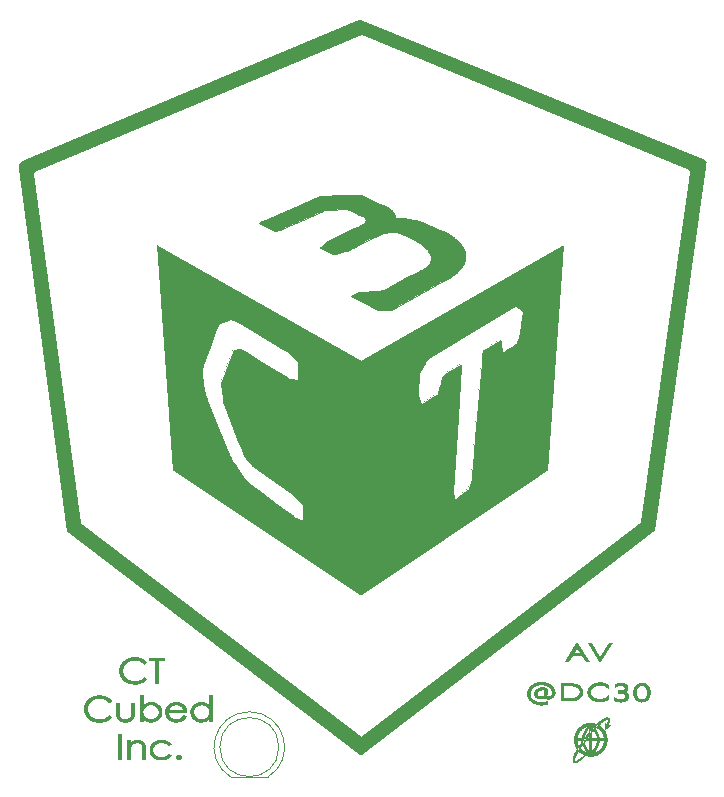
<source format=gbr>
G04 #@! TF.GenerationSoftware,KiCad,Pcbnew,(6.99.0-2452-gdb4f2d9dd8)*
G04 #@! TF.CreationDate,2022-08-02T21:03:54-05:00*
G04 #@! TF.ProjectId,CTCubed,43544375-6265-4642-9e6b-696361645f70,rev?*
G04 #@! TF.SameCoordinates,Original*
G04 #@! TF.FileFunction,Legend,Top*
G04 #@! TF.FilePolarity,Positive*
%FSLAX46Y46*%
G04 Gerber Fmt 4.6, Leading zero omitted, Abs format (unit mm)*
G04 Created by KiCad (PCBNEW (6.99.0-2452-gdb4f2d9dd8)) date 2022-08-02 21:03:54*
%MOMM*%
%LPD*%
G01*
G04 APERTURE LIST*
%ADD10C,0.020000*%
%ADD11C,0.150000*%
%ADD12C,1.409699*%
%ADD13C,0.019843*%
%ADD14C,0.015000*%
%ADD15C,0.012657*%
%ADD16C,0.050000*%
%ADD17C,0.120000*%
%ADD18R,1.800000X1.800000*%
%ADD19C,1.800000*%
%ADD20R,1.700000X1.700000*%
%ADD21O,1.700000X1.700000*%
G04 APERTURE END LIST*
D10*
G36*
X118080040Y-96390527D02*
G01*
X117844309Y-96390527D01*
X117844309Y-94258727D01*
X118080040Y-94258727D01*
X118080040Y-96390527D01*
G37*
X118080040Y-96390527D02*
X117844309Y-96390527D01*
X117844309Y-94258727D01*
X118080040Y-94258727D01*
X118080040Y-96390527D01*
G36*
X119481492Y-94775798D02*
G01*
X119505429Y-94776840D01*
X119529022Y-94778579D01*
X119552270Y-94781015D01*
X119575174Y-94784150D01*
X119597732Y-94787983D01*
X119619944Y-94792517D01*
X119641811Y-94797753D01*
X119663332Y-94803691D01*
X119684507Y-94810333D01*
X119705335Y-94817679D01*
X119725817Y-94825730D01*
X119745952Y-94834489D01*
X119765740Y-94843955D01*
X119785181Y-94854129D01*
X119804274Y-94865014D01*
X119822896Y-94876479D01*
X119840902Y-94888432D01*
X119858293Y-94900874D01*
X119875067Y-94913804D01*
X119891224Y-94927222D01*
X119906763Y-94941127D01*
X119921684Y-94955519D01*
X119935986Y-94970398D01*
X119949669Y-94985763D01*
X119962732Y-95001615D01*
X119975174Y-95017953D01*
X119986995Y-95034776D01*
X119998195Y-95052085D01*
X120008772Y-95069878D01*
X120018725Y-95088157D01*
X120028056Y-95106920D01*
X120036765Y-95126515D01*
X120044913Y-95147444D01*
X120052499Y-95169705D01*
X120059524Y-95193298D01*
X120065988Y-95218221D01*
X120071889Y-95244475D01*
X120077229Y-95272058D01*
X120082008Y-95300969D01*
X120086224Y-95331209D01*
X120089878Y-95362775D01*
X120092971Y-95395668D01*
X120095501Y-95429886D01*
X120097469Y-95465429D01*
X120098875Y-95502296D01*
X120099719Y-95540487D01*
X120100000Y-95580000D01*
X120100000Y-96390576D01*
X119877383Y-96390576D01*
X119877383Y-95639388D01*
X119876973Y-95574267D01*
X119875750Y-95514770D01*
X119873720Y-95460903D01*
X119870890Y-95412670D01*
X119867267Y-95370075D01*
X119862858Y-95333124D01*
X119857672Y-95301821D01*
X119851713Y-95276172D01*
X119846337Y-95256994D01*
X119840421Y-95238417D01*
X119833965Y-95220442D01*
X119826968Y-95203068D01*
X119819431Y-95186293D01*
X119811352Y-95170118D01*
X119802730Y-95154541D01*
X119793566Y-95139561D01*
X119783858Y-95125179D01*
X119773606Y-95111392D01*
X119762809Y-95098201D01*
X119751467Y-95085605D01*
X119739579Y-95073602D01*
X119727145Y-95062193D01*
X119714164Y-95051376D01*
X119700635Y-95041151D01*
X119686551Y-95031623D01*
X119671945Y-95022709D01*
X119656815Y-95014408D01*
X119641162Y-95006722D01*
X119624986Y-94999649D01*
X119608287Y-94993191D01*
X119591065Y-94987347D01*
X119573321Y-94982118D01*
X119555054Y-94977503D01*
X119536264Y-94973503D01*
X119516952Y-94970118D01*
X119497117Y-94967348D01*
X119476760Y-94965194D01*
X119455880Y-94963655D01*
X119434478Y-94962731D01*
X119412554Y-94962423D01*
X119387241Y-94962899D01*
X119362261Y-94964326D01*
X119337616Y-94966705D01*
X119313305Y-94970036D01*
X119289331Y-94974318D01*
X119265694Y-94979551D01*
X119242395Y-94985735D01*
X119219435Y-94992870D01*
X119196815Y-95000957D01*
X119174535Y-95009994D01*
X119152598Y-95019983D01*
X119131004Y-95030922D01*
X119109753Y-95042812D01*
X119088847Y-95055653D01*
X119068287Y-95069444D01*
X119048073Y-95084186D01*
X119028339Y-95099549D01*
X119009462Y-95115374D01*
X118991443Y-95131660D01*
X118974284Y-95148407D01*
X118957986Y-95165614D01*
X118942548Y-95183280D01*
X118927972Y-95201404D01*
X118914260Y-95219986D01*
X118901411Y-95239024D01*
X118889427Y-95258519D01*
X118878309Y-95278469D01*
X118868058Y-95298874D01*
X118858673Y-95319733D01*
X118850157Y-95341045D01*
X118842511Y-95362809D01*
X118835734Y-95385025D01*
X118831869Y-95400436D01*
X118828248Y-95417357D01*
X118824871Y-95435787D01*
X118821740Y-95455728D01*
X118816217Y-95500145D01*
X118811685Y-95550614D01*
X118808150Y-95607143D01*
X118805617Y-95669737D01*
X118804093Y-95738403D01*
X118803584Y-95813147D01*
X118803584Y-96390574D01*
X118580967Y-96390574D01*
X118580967Y-94814031D01*
X118803584Y-94814031D01*
X118803584Y-95096542D01*
X118820571Y-95076640D01*
X118837775Y-95057375D01*
X118855197Y-95038748D01*
X118872836Y-95020760D01*
X118890693Y-95003412D01*
X118908767Y-94986704D01*
X118927058Y-94970639D01*
X118945568Y-94955216D01*
X118964295Y-94940437D01*
X118983240Y-94926303D01*
X119002402Y-94912814D01*
X119021783Y-94899972D01*
X119041382Y-94887778D01*
X119061199Y-94876232D01*
X119081234Y-94865336D01*
X119101488Y-94855090D01*
X119122072Y-94845477D01*
X119142871Y-94836478D01*
X119163888Y-94828094D01*
X119185121Y-94820326D01*
X119206573Y-94813175D01*
X119228244Y-94806641D01*
X119250136Y-94800726D01*
X119272248Y-94795430D01*
X119294582Y-94790754D01*
X119317139Y-94786699D01*
X119339920Y-94783265D01*
X119362925Y-94780454D01*
X119386156Y-94778266D01*
X119409613Y-94776703D01*
X119433297Y-94775764D01*
X119457210Y-94775451D01*
X119481492Y-94775798D01*
G37*
X119481492Y-94775798D02*
X119505429Y-94776840D01*
X119529022Y-94778579D01*
X119552270Y-94781015D01*
X119575174Y-94784150D01*
X119597732Y-94787983D01*
X119619944Y-94792517D01*
X119641811Y-94797753D01*
X119663332Y-94803691D01*
X119684507Y-94810333D01*
X119705335Y-94817679D01*
X119725817Y-94825730D01*
X119745952Y-94834489D01*
X119765740Y-94843955D01*
X119785181Y-94854129D01*
X119804274Y-94865014D01*
X119822896Y-94876479D01*
X119840902Y-94888432D01*
X119858293Y-94900874D01*
X119875067Y-94913804D01*
X119891224Y-94927222D01*
X119906763Y-94941127D01*
X119921684Y-94955519D01*
X119935986Y-94970398D01*
X119949669Y-94985763D01*
X119962732Y-95001615D01*
X119975174Y-95017953D01*
X119986995Y-95034776D01*
X119998195Y-95052085D01*
X120008772Y-95069878D01*
X120018725Y-95088157D01*
X120028056Y-95106920D01*
X120036765Y-95126515D01*
X120044913Y-95147444D01*
X120052499Y-95169705D01*
X120059524Y-95193298D01*
X120065988Y-95218221D01*
X120071889Y-95244475D01*
X120077229Y-95272058D01*
X120082008Y-95300969D01*
X120086224Y-95331209D01*
X120089878Y-95362775D01*
X120092971Y-95395668D01*
X120095501Y-95429886D01*
X120097469Y-95465429D01*
X120098875Y-95502296D01*
X120099719Y-95540487D01*
X120100000Y-95580000D01*
X120100000Y-96390576D01*
X119877383Y-96390576D01*
X119877383Y-95639388D01*
X119876973Y-95574267D01*
X119875750Y-95514770D01*
X119873720Y-95460903D01*
X119870890Y-95412670D01*
X119867267Y-95370075D01*
X119862858Y-95333124D01*
X119857672Y-95301821D01*
X119851713Y-95276172D01*
X119846337Y-95256994D01*
X119840421Y-95238417D01*
X119833965Y-95220442D01*
X119826968Y-95203068D01*
X119819431Y-95186293D01*
X119811352Y-95170118D01*
X119802730Y-95154541D01*
X119793566Y-95139561D01*
X119783858Y-95125179D01*
X119773606Y-95111392D01*
X119762809Y-95098201D01*
X119751467Y-95085605D01*
X119739579Y-95073602D01*
X119727145Y-95062193D01*
X119714164Y-95051376D01*
X119700635Y-95041151D01*
X119686551Y-95031623D01*
X119671945Y-95022709D01*
X119656815Y-95014408D01*
X119641162Y-95006722D01*
X119624986Y-94999649D01*
X119608287Y-94993191D01*
X119591065Y-94987347D01*
X119573321Y-94982118D01*
X119555054Y-94977503D01*
X119536264Y-94973503D01*
X119516952Y-94970118D01*
X119497117Y-94967348D01*
X119476760Y-94965194D01*
X119455880Y-94963655D01*
X119434478Y-94962731D01*
X119412554Y-94962423D01*
X119387241Y-94962899D01*
X119362261Y-94964326D01*
X119337616Y-94966705D01*
X119313305Y-94970036D01*
X119289331Y-94974318D01*
X119265694Y-94979551D01*
X119242395Y-94985735D01*
X119219435Y-94992870D01*
X119196815Y-95000957D01*
X119174535Y-95009994D01*
X119152598Y-95019983D01*
X119131004Y-95030922D01*
X119109753Y-95042812D01*
X119088847Y-95055653D01*
X119068287Y-95069444D01*
X119048073Y-95084186D01*
X119028339Y-95099549D01*
X119009462Y-95115374D01*
X118991443Y-95131660D01*
X118974284Y-95148407D01*
X118957986Y-95165614D01*
X118942548Y-95183280D01*
X118927972Y-95201404D01*
X118914260Y-95219986D01*
X118901411Y-95239024D01*
X118889427Y-95258519D01*
X118878309Y-95278469D01*
X118868058Y-95298874D01*
X118858673Y-95319733D01*
X118850157Y-95341045D01*
X118842511Y-95362809D01*
X118835734Y-95385025D01*
X118831869Y-95400436D01*
X118828248Y-95417357D01*
X118824871Y-95435787D01*
X118821740Y-95455728D01*
X118816217Y-95500145D01*
X118811685Y-95550614D01*
X118808150Y-95607143D01*
X118805617Y-95669737D01*
X118804093Y-95738403D01*
X118803584Y-95813147D01*
X118803584Y-96390574D01*
X118580967Y-96390574D01*
X118580967Y-94814031D01*
X118803584Y-94814031D01*
X118803584Y-95096542D01*
X118820571Y-95076640D01*
X118837775Y-95057375D01*
X118855197Y-95038748D01*
X118872836Y-95020760D01*
X118890693Y-95003412D01*
X118908767Y-94986704D01*
X118927058Y-94970639D01*
X118945568Y-94955216D01*
X118964295Y-94940437D01*
X118983240Y-94926303D01*
X119002402Y-94912814D01*
X119021783Y-94899972D01*
X119041382Y-94887778D01*
X119061199Y-94876232D01*
X119081234Y-94865336D01*
X119101488Y-94855090D01*
X119122072Y-94845477D01*
X119142871Y-94836478D01*
X119163888Y-94828094D01*
X119185121Y-94820326D01*
X119206573Y-94813175D01*
X119228244Y-94806641D01*
X119250136Y-94800726D01*
X119272248Y-94795430D01*
X119294582Y-94790754D01*
X119317139Y-94786699D01*
X119339920Y-94783265D01*
X119362925Y-94780454D01*
X119386156Y-94778266D01*
X119409613Y-94776703D01*
X119433297Y-94775764D01*
X119457210Y-94775451D01*
X119481492Y-94775798D01*
G36*
X121511545Y-94776092D02*
G01*
X121554328Y-94778315D01*
X121596715Y-94782021D01*
X121638712Y-94787212D01*
X121680321Y-94793888D01*
X121721548Y-94802051D01*
X121762396Y-94811702D01*
X121802870Y-94822841D01*
X121842227Y-94835186D01*
X121880097Y-94848447D01*
X121916472Y-94862622D01*
X121951348Y-94877704D01*
X121984716Y-94893691D01*
X122016570Y-94910577D01*
X122046905Y-94928360D01*
X122075713Y-94947034D01*
X122089680Y-94956755D01*
X122103370Y-94966799D01*
X122116784Y-94977166D01*
X122129923Y-94987858D01*
X122142789Y-94998873D01*
X122155383Y-95010213D01*
X122167707Y-95021879D01*
X122179762Y-95033869D01*
X122191550Y-95046185D01*
X122203071Y-95058828D01*
X122214327Y-95071797D01*
X122225320Y-95085093D01*
X122236052Y-95098716D01*
X122246522Y-95112666D01*
X122256734Y-95126945D01*
X122266687Y-95141552D01*
X122266685Y-95141604D01*
X122089331Y-95241597D01*
X122059824Y-95208150D01*
X122029000Y-95176861D01*
X121996860Y-95147731D01*
X121963403Y-95120759D01*
X121928629Y-95095946D01*
X121892537Y-95073290D01*
X121855128Y-95052793D01*
X121816401Y-95034453D01*
X121776355Y-95018272D01*
X121734991Y-95004248D01*
X121692307Y-94992382D01*
X121648305Y-94982673D01*
X121602983Y-94975122D01*
X121556341Y-94969729D01*
X121508379Y-94966493D01*
X121459097Y-94965414D01*
X121419629Y-94966139D01*
X121381003Y-94968311D01*
X121343220Y-94971932D01*
X121306280Y-94976999D01*
X121270183Y-94983513D01*
X121234930Y-94991473D01*
X121200520Y-95000878D01*
X121166953Y-95011727D01*
X121134230Y-95024021D01*
X121102351Y-95037759D01*
X121071315Y-95052939D01*
X121041124Y-95069562D01*
X121011777Y-95087626D01*
X120983275Y-95107132D01*
X120955617Y-95128078D01*
X120928804Y-95150464D01*
X120903326Y-95173886D01*
X120879486Y-95197921D01*
X120857284Y-95222570D01*
X120836721Y-95247834D01*
X120817798Y-95273715D01*
X120800516Y-95300213D01*
X120784876Y-95327328D01*
X120770878Y-95355063D01*
X120758524Y-95383418D01*
X120747814Y-95412394D01*
X120738749Y-95441992D01*
X120731331Y-95472213D01*
X120725559Y-95503057D01*
X120721436Y-95534527D01*
X120718961Y-95566622D01*
X120718136Y-95599344D01*
X120718513Y-95620776D01*
X120719646Y-95642046D01*
X120721535Y-95663156D01*
X120724182Y-95684106D01*
X120727586Y-95704894D01*
X120731749Y-95725520D01*
X120736672Y-95745986D01*
X120742355Y-95766289D01*
X120748800Y-95786430D01*
X120756006Y-95806410D01*
X120763975Y-95826226D01*
X120772708Y-95845880D01*
X120782206Y-95865372D01*
X120792468Y-95884700D01*
X120803497Y-95903864D01*
X120815293Y-95922866D01*
X120827664Y-95941542D01*
X120840606Y-95959693D01*
X120854119Y-95977319D01*
X120868203Y-95994419D01*
X120882858Y-96010993D01*
X120898082Y-96027040D01*
X120913877Y-96042560D01*
X120930240Y-96057552D01*
X120947173Y-96072017D01*
X120964675Y-96085952D01*
X120982744Y-96099359D01*
X121001382Y-96112236D01*
X121020587Y-96124584D01*
X121040359Y-96136401D01*
X121060698Y-96147687D01*
X121081604Y-96158443D01*
X121102844Y-96168593D01*
X121124415Y-96178082D01*
X121146315Y-96186913D01*
X121168545Y-96195084D01*
X121191103Y-96202597D01*
X121213989Y-96209454D01*
X121237203Y-96215653D01*
X121260744Y-96221197D01*
X121284611Y-96226086D01*
X121308804Y-96230321D01*
X121333322Y-96233902D01*
X121358164Y-96236830D01*
X121383331Y-96239106D01*
X121408821Y-96240731D01*
X121434633Y-96241706D01*
X121460768Y-96242031D01*
X121508300Y-96240952D01*
X121554732Y-96237716D01*
X121600064Y-96232323D01*
X121644297Y-96224774D01*
X121687430Y-96215067D01*
X121729463Y-96203205D01*
X121770396Y-96189185D01*
X121810230Y-96173010D01*
X121848965Y-96154678D01*
X121886601Y-96134191D01*
X121923137Y-96111547D01*
X121958574Y-96086748D01*
X121992912Y-96059794D01*
X122026150Y-96030684D01*
X122058290Y-95999419D01*
X122089331Y-95965999D01*
X122266685Y-96071814D01*
X122250691Y-96092767D01*
X122234036Y-96113118D01*
X122216719Y-96132868D01*
X122198739Y-96152018D01*
X122180097Y-96170570D01*
X122160791Y-96188525D01*
X122140822Y-96205885D01*
X122120189Y-96222652D01*
X122098892Y-96238826D01*
X122076929Y-96254410D01*
X122054301Y-96269405D01*
X122031007Y-96283812D01*
X122007047Y-96297633D01*
X121982420Y-96310869D01*
X121957126Y-96323522D01*
X121931164Y-96335594D01*
X121904533Y-96346906D01*
X121877456Y-96357491D01*
X121849933Y-96367348D01*
X121821963Y-96376477D01*
X121793545Y-96384877D01*
X121764676Y-96392548D01*
X121735357Y-96399490D01*
X121705586Y-96405703D01*
X121675361Y-96411186D01*
X121644682Y-96415939D01*
X121613547Y-96419961D01*
X121581955Y-96423253D01*
X121549905Y-96425814D01*
X121517396Y-96427643D01*
X121484427Y-96428741D01*
X121450996Y-96429107D01*
X121399778Y-96428179D01*
X121349673Y-96425396D01*
X121300681Y-96420759D01*
X121252800Y-96414268D01*
X121206029Y-96405924D01*
X121160368Y-96395728D01*
X121115816Y-96383680D01*
X121072370Y-96369782D01*
X121030032Y-96354034D01*
X120988799Y-96336436D01*
X120948670Y-96316991D01*
X120909645Y-96295697D01*
X120871723Y-96272557D01*
X120834902Y-96247570D01*
X120799183Y-96220738D01*
X120764562Y-96192061D01*
X120731569Y-96161982D01*
X120700709Y-96131112D01*
X120671983Y-96099450D01*
X120645389Y-96066994D01*
X120620927Y-96033744D01*
X120598596Y-95999696D01*
X120578395Y-95964851D01*
X120560324Y-95929206D01*
X120544381Y-95892761D01*
X120530567Y-95855513D01*
X120518880Y-95817461D01*
X120509319Y-95778603D01*
X120501885Y-95738939D01*
X120496575Y-95698466D01*
X120493390Y-95657183D01*
X120492328Y-95615089D01*
X120492826Y-95586723D01*
X120494320Y-95558603D01*
X120496810Y-95530727D01*
X120500296Y-95503099D01*
X120504779Y-95475717D01*
X120510260Y-95448583D01*
X120516737Y-95421698D01*
X120524212Y-95395061D01*
X120532686Y-95368675D01*
X120542157Y-95342539D01*
X120552627Y-95316654D01*
X120564096Y-95291020D01*
X120576563Y-95265640D01*
X120590031Y-95240512D01*
X120604498Y-95215638D01*
X120619965Y-95191019D01*
X120636195Y-95166863D01*
X120653180Y-95143379D01*
X120670918Y-95120567D01*
X120689408Y-95098426D01*
X120708650Y-95076958D01*
X120728642Y-95056163D01*
X120749386Y-95036039D01*
X120770878Y-95016589D01*
X120793119Y-94997811D01*
X120816109Y-94979706D01*
X120839845Y-94962275D01*
X120864329Y-94945516D01*
X120889558Y-94929431D01*
X120915532Y-94914020D01*
X120942251Y-94899282D01*
X120969713Y-94885218D01*
X120997831Y-94871920D01*
X121026350Y-94859478D01*
X121055270Y-94847894D01*
X121084593Y-94837166D01*
X121114320Y-94827296D01*
X121144452Y-94818284D01*
X121174991Y-94810129D01*
X121205938Y-94802831D01*
X121237294Y-94796392D01*
X121269061Y-94790811D01*
X121301240Y-94786088D01*
X121333832Y-94782223D01*
X121366840Y-94779217D01*
X121400263Y-94777070D01*
X121434103Y-94775781D01*
X121468363Y-94775352D01*
X121511545Y-94776092D01*
G37*
X121511545Y-94776092D02*
X121554328Y-94778315D01*
X121596715Y-94782021D01*
X121638712Y-94787212D01*
X121680321Y-94793888D01*
X121721548Y-94802051D01*
X121762396Y-94811702D01*
X121802870Y-94822841D01*
X121842227Y-94835186D01*
X121880097Y-94848447D01*
X121916472Y-94862622D01*
X121951348Y-94877704D01*
X121984716Y-94893691D01*
X122016570Y-94910577D01*
X122046905Y-94928360D01*
X122075713Y-94947034D01*
X122089680Y-94956755D01*
X122103370Y-94966799D01*
X122116784Y-94977166D01*
X122129923Y-94987858D01*
X122142789Y-94998873D01*
X122155383Y-95010213D01*
X122167707Y-95021879D01*
X122179762Y-95033869D01*
X122191550Y-95046185D01*
X122203071Y-95058828D01*
X122214327Y-95071797D01*
X122225320Y-95085093D01*
X122236052Y-95098716D01*
X122246522Y-95112666D01*
X122256734Y-95126945D01*
X122266687Y-95141552D01*
X122266685Y-95141604D01*
X122089331Y-95241597D01*
X122059824Y-95208150D01*
X122029000Y-95176861D01*
X121996860Y-95147731D01*
X121963403Y-95120759D01*
X121928629Y-95095946D01*
X121892537Y-95073290D01*
X121855128Y-95052793D01*
X121816401Y-95034453D01*
X121776355Y-95018272D01*
X121734991Y-95004248D01*
X121692307Y-94992382D01*
X121648305Y-94982673D01*
X121602983Y-94975122D01*
X121556341Y-94969729D01*
X121508379Y-94966493D01*
X121459097Y-94965414D01*
X121419629Y-94966139D01*
X121381003Y-94968311D01*
X121343220Y-94971932D01*
X121306280Y-94976999D01*
X121270183Y-94983513D01*
X121234930Y-94991473D01*
X121200520Y-95000878D01*
X121166953Y-95011727D01*
X121134230Y-95024021D01*
X121102351Y-95037759D01*
X121071315Y-95052939D01*
X121041124Y-95069562D01*
X121011777Y-95087626D01*
X120983275Y-95107132D01*
X120955617Y-95128078D01*
X120928804Y-95150464D01*
X120903326Y-95173886D01*
X120879486Y-95197921D01*
X120857284Y-95222570D01*
X120836721Y-95247834D01*
X120817798Y-95273715D01*
X120800516Y-95300213D01*
X120784876Y-95327328D01*
X120770878Y-95355063D01*
X120758524Y-95383418D01*
X120747814Y-95412394D01*
X120738749Y-95441992D01*
X120731331Y-95472213D01*
X120725559Y-95503057D01*
X120721436Y-95534527D01*
X120718961Y-95566622D01*
X120718136Y-95599344D01*
X120718513Y-95620776D01*
X120719646Y-95642046D01*
X120721535Y-95663156D01*
X120724182Y-95684106D01*
X120727586Y-95704894D01*
X120731749Y-95725520D01*
X120736672Y-95745986D01*
X120742355Y-95766289D01*
X120748800Y-95786430D01*
X120756006Y-95806410D01*
X120763975Y-95826226D01*
X120772708Y-95845880D01*
X120782206Y-95865372D01*
X120792468Y-95884700D01*
X120803497Y-95903864D01*
X120815293Y-95922866D01*
X120827664Y-95941542D01*
X120840606Y-95959693D01*
X120854119Y-95977319D01*
X120868203Y-95994419D01*
X120882858Y-96010993D01*
X120898082Y-96027040D01*
X120913877Y-96042560D01*
X120930240Y-96057552D01*
X120947173Y-96072017D01*
X120964675Y-96085952D01*
X120982744Y-96099359D01*
X121001382Y-96112236D01*
X121020587Y-96124584D01*
X121040359Y-96136401D01*
X121060698Y-96147687D01*
X121081604Y-96158443D01*
X121102844Y-96168593D01*
X121124415Y-96178082D01*
X121146315Y-96186913D01*
X121168545Y-96195084D01*
X121191103Y-96202597D01*
X121213989Y-96209454D01*
X121237203Y-96215653D01*
X121260744Y-96221197D01*
X121284611Y-96226086D01*
X121308804Y-96230321D01*
X121333322Y-96233902D01*
X121358164Y-96236830D01*
X121383331Y-96239106D01*
X121408821Y-96240731D01*
X121434633Y-96241706D01*
X121460768Y-96242031D01*
X121508300Y-96240952D01*
X121554732Y-96237716D01*
X121600064Y-96232323D01*
X121644297Y-96224774D01*
X121687430Y-96215067D01*
X121729463Y-96203205D01*
X121770396Y-96189185D01*
X121810230Y-96173010D01*
X121848965Y-96154678D01*
X121886601Y-96134191D01*
X121923137Y-96111547D01*
X121958574Y-96086748D01*
X121992912Y-96059794D01*
X122026150Y-96030684D01*
X122058290Y-95999419D01*
X122089331Y-95965999D01*
X122266685Y-96071814D01*
X122250691Y-96092767D01*
X122234036Y-96113118D01*
X122216719Y-96132868D01*
X122198739Y-96152018D01*
X122180097Y-96170570D01*
X122160791Y-96188525D01*
X122140822Y-96205885D01*
X122120189Y-96222652D01*
X122098892Y-96238826D01*
X122076929Y-96254410D01*
X122054301Y-96269405D01*
X122031007Y-96283812D01*
X122007047Y-96297633D01*
X121982420Y-96310869D01*
X121957126Y-96323522D01*
X121931164Y-96335594D01*
X121904533Y-96346906D01*
X121877456Y-96357491D01*
X121849933Y-96367348D01*
X121821963Y-96376477D01*
X121793545Y-96384877D01*
X121764676Y-96392548D01*
X121735357Y-96399490D01*
X121705586Y-96405703D01*
X121675361Y-96411186D01*
X121644682Y-96415939D01*
X121613547Y-96419961D01*
X121581955Y-96423253D01*
X121549905Y-96425814D01*
X121517396Y-96427643D01*
X121484427Y-96428741D01*
X121450996Y-96429107D01*
X121399778Y-96428179D01*
X121349673Y-96425396D01*
X121300681Y-96420759D01*
X121252800Y-96414268D01*
X121206029Y-96405924D01*
X121160368Y-96395728D01*
X121115816Y-96383680D01*
X121072370Y-96369782D01*
X121030032Y-96354034D01*
X120988799Y-96336436D01*
X120948670Y-96316991D01*
X120909645Y-96295697D01*
X120871723Y-96272557D01*
X120834902Y-96247570D01*
X120799183Y-96220738D01*
X120764562Y-96192061D01*
X120731569Y-96161982D01*
X120700709Y-96131112D01*
X120671983Y-96099450D01*
X120645389Y-96066994D01*
X120620927Y-96033744D01*
X120598596Y-95999696D01*
X120578395Y-95964851D01*
X120560324Y-95929206D01*
X120544381Y-95892761D01*
X120530567Y-95855513D01*
X120518880Y-95817461D01*
X120509319Y-95778603D01*
X120501885Y-95738939D01*
X120496575Y-95698466D01*
X120493390Y-95657183D01*
X120492328Y-95615089D01*
X120492826Y-95586723D01*
X120494320Y-95558603D01*
X120496810Y-95530727D01*
X120500296Y-95503099D01*
X120504779Y-95475717D01*
X120510260Y-95448583D01*
X120516737Y-95421698D01*
X120524212Y-95395061D01*
X120532686Y-95368675D01*
X120542157Y-95342539D01*
X120552627Y-95316654D01*
X120564096Y-95291020D01*
X120576563Y-95265640D01*
X120590031Y-95240512D01*
X120604498Y-95215638D01*
X120619965Y-95191019D01*
X120636195Y-95166863D01*
X120653180Y-95143379D01*
X120670918Y-95120567D01*
X120689408Y-95098426D01*
X120708650Y-95076958D01*
X120728642Y-95056163D01*
X120749386Y-95036039D01*
X120770878Y-95016589D01*
X120793119Y-94997811D01*
X120816109Y-94979706D01*
X120839845Y-94962275D01*
X120864329Y-94945516D01*
X120889558Y-94929431D01*
X120915532Y-94914020D01*
X120942251Y-94899282D01*
X120969713Y-94885218D01*
X120997831Y-94871920D01*
X121026350Y-94859478D01*
X121055270Y-94847894D01*
X121084593Y-94837166D01*
X121114320Y-94827296D01*
X121144452Y-94818284D01*
X121174991Y-94810129D01*
X121205938Y-94802831D01*
X121237294Y-94796392D01*
X121269061Y-94790811D01*
X121301240Y-94786088D01*
X121333832Y-94782223D01*
X121366840Y-94779217D01*
X121400263Y-94777070D01*
X121434103Y-94775781D01*
X121468363Y-94775352D01*
X121511545Y-94776092D01*
G36*
X122951149Y-96070096D02*
G01*
X122961079Y-96070705D01*
X122970809Y-96071720D01*
X122980342Y-96073141D01*
X122989681Y-96074968D01*
X122998827Y-96077201D01*
X123007782Y-96079840D01*
X123016550Y-96082886D01*
X123025131Y-96086338D01*
X123033530Y-96090197D01*
X123041747Y-96094462D01*
X123049786Y-96099134D01*
X123057648Y-96104213D01*
X123065336Y-96109698D01*
X123072852Y-96115590D01*
X123080199Y-96121890D01*
X123087133Y-96128542D01*
X123093619Y-96135363D01*
X123099659Y-96142353D01*
X123105251Y-96149515D01*
X123110396Y-96156851D01*
X123115093Y-96164362D01*
X123119343Y-96172050D01*
X123123145Y-96179918D01*
X123126500Y-96187966D01*
X123129408Y-96196197D01*
X123131869Y-96204613D01*
X123133882Y-96213215D01*
X123135448Y-96222006D01*
X123136566Y-96230987D01*
X123137237Y-96240159D01*
X123137461Y-96249526D01*
X123137237Y-96258714D01*
X123136566Y-96267730D01*
X123135448Y-96276574D01*
X123133882Y-96285247D01*
X123131869Y-96293749D01*
X123129408Y-96302082D01*
X123126500Y-96310247D01*
X123123145Y-96318243D01*
X123119343Y-96326072D01*
X123115093Y-96333734D01*
X123110396Y-96341230D01*
X123105251Y-96348562D01*
X123099659Y-96355729D01*
X123093619Y-96362732D01*
X123087133Y-96369572D01*
X123080199Y-96376250D01*
X123072843Y-96382618D01*
X123065320Y-96388583D01*
X123057625Y-96394143D01*
X123049758Y-96399298D01*
X123041715Y-96404046D01*
X123033495Y-96408387D01*
X123025095Y-96412320D01*
X123016512Y-96415843D01*
X123007745Y-96418955D01*
X122998792Y-96421656D01*
X122989649Y-96423944D01*
X122980315Y-96425819D01*
X122970787Y-96427279D01*
X122961063Y-96428323D01*
X122951140Y-96428950D01*
X122941018Y-96429159D01*
X122930979Y-96428950D01*
X122921122Y-96428323D01*
X122911446Y-96427279D01*
X122901950Y-96425819D01*
X122892634Y-96423945D01*
X122883498Y-96421657D01*
X122874541Y-96418956D01*
X122865763Y-96415844D01*
X122857164Y-96412321D01*
X122848743Y-96408388D01*
X122840499Y-96404047D01*
X122832434Y-96399299D01*
X122824545Y-96394144D01*
X122816833Y-96388583D01*
X122809297Y-96382619D01*
X122801937Y-96376250D01*
X122794995Y-96369580D01*
X122788500Y-96362746D01*
X122782454Y-96355747D01*
X122776857Y-96348582D01*
X122771707Y-96341252D01*
X122767006Y-96333756D01*
X122762753Y-96326092D01*
X122758948Y-96318261D01*
X122755590Y-96310263D01*
X122752681Y-96302095D01*
X122750219Y-96293759D01*
X122748205Y-96285254D01*
X122746639Y-96276578D01*
X122745521Y-96267732D01*
X122744850Y-96258715D01*
X122744626Y-96249526D01*
X122744850Y-96240159D01*
X122745521Y-96230986D01*
X122746639Y-96222005D01*
X122748205Y-96213214D01*
X122750219Y-96204612D01*
X122752681Y-96196196D01*
X122755590Y-96187965D01*
X122758948Y-96179917D01*
X122762753Y-96172049D01*
X122767006Y-96164361D01*
X122771707Y-96156850D01*
X122776857Y-96149515D01*
X122782454Y-96142353D01*
X122788500Y-96135363D01*
X122794995Y-96128542D01*
X122801937Y-96121890D01*
X122809297Y-96115590D01*
X122816833Y-96109698D01*
X122824545Y-96104213D01*
X122832433Y-96099134D01*
X122840499Y-96094462D01*
X122848742Y-96090197D01*
X122857163Y-96086338D01*
X122865762Y-96082886D01*
X122874540Y-96079840D01*
X122883497Y-96077201D01*
X122892633Y-96074968D01*
X122901949Y-96073141D01*
X122911445Y-96071720D01*
X122921121Y-96070705D01*
X122930979Y-96070096D01*
X122941018Y-96069893D01*
X122951149Y-96070096D01*
G37*
X122951149Y-96070096D02*
X122961079Y-96070705D01*
X122970809Y-96071720D01*
X122980342Y-96073141D01*
X122989681Y-96074968D01*
X122998827Y-96077201D01*
X123007782Y-96079840D01*
X123016550Y-96082886D01*
X123025131Y-96086338D01*
X123033530Y-96090197D01*
X123041747Y-96094462D01*
X123049786Y-96099134D01*
X123057648Y-96104213D01*
X123065336Y-96109698D01*
X123072852Y-96115590D01*
X123080199Y-96121890D01*
X123087133Y-96128542D01*
X123093619Y-96135363D01*
X123099659Y-96142353D01*
X123105251Y-96149515D01*
X123110396Y-96156851D01*
X123115093Y-96164362D01*
X123119343Y-96172050D01*
X123123145Y-96179918D01*
X123126500Y-96187966D01*
X123129408Y-96196197D01*
X123131869Y-96204613D01*
X123133882Y-96213215D01*
X123135448Y-96222006D01*
X123136566Y-96230987D01*
X123137237Y-96240159D01*
X123137461Y-96249526D01*
X123137237Y-96258714D01*
X123136566Y-96267730D01*
X123135448Y-96276574D01*
X123133882Y-96285247D01*
X123131869Y-96293749D01*
X123129408Y-96302082D01*
X123126500Y-96310247D01*
X123123145Y-96318243D01*
X123119343Y-96326072D01*
X123115093Y-96333734D01*
X123110396Y-96341230D01*
X123105251Y-96348562D01*
X123099659Y-96355729D01*
X123093619Y-96362732D01*
X123087133Y-96369572D01*
X123080199Y-96376250D01*
X123072843Y-96382618D01*
X123065320Y-96388583D01*
X123057625Y-96394143D01*
X123049758Y-96399298D01*
X123041715Y-96404046D01*
X123033495Y-96408387D01*
X123025095Y-96412320D01*
X123016512Y-96415843D01*
X123007745Y-96418955D01*
X122998792Y-96421656D01*
X122989649Y-96423944D01*
X122980315Y-96425819D01*
X122970787Y-96427279D01*
X122961063Y-96428323D01*
X122951140Y-96428950D01*
X122941018Y-96429159D01*
X122930979Y-96428950D01*
X122921122Y-96428323D01*
X122911446Y-96427279D01*
X122901950Y-96425819D01*
X122892634Y-96423945D01*
X122883498Y-96421657D01*
X122874541Y-96418956D01*
X122865763Y-96415844D01*
X122857164Y-96412321D01*
X122848743Y-96408388D01*
X122840499Y-96404047D01*
X122832434Y-96399299D01*
X122824545Y-96394144D01*
X122816833Y-96388583D01*
X122809297Y-96382619D01*
X122801937Y-96376250D01*
X122794995Y-96369580D01*
X122788500Y-96362746D01*
X122782454Y-96355747D01*
X122776857Y-96348582D01*
X122771707Y-96341252D01*
X122767006Y-96333756D01*
X122762753Y-96326092D01*
X122758948Y-96318261D01*
X122755590Y-96310263D01*
X122752681Y-96302095D01*
X122750219Y-96293759D01*
X122748205Y-96285254D01*
X122746639Y-96276578D01*
X122745521Y-96267732D01*
X122744850Y-96258715D01*
X122744626Y-96249526D01*
X122744850Y-96240159D01*
X122745521Y-96230986D01*
X122746639Y-96222005D01*
X122748205Y-96213214D01*
X122750219Y-96204612D01*
X122752681Y-96196196D01*
X122755590Y-96187965D01*
X122758948Y-96179917D01*
X122762753Y-96172049D01*
X122767006Y-96164361D01*
X122771707Y-96156850D01*
X122776857Y-96149515D01*
X122782454Y-96142353D01*
X122788500Y-96135363D01*
X122794995Y-96128542D01*
X122801937Y-96121890D01*
X122809297Y-96115590D01*
X122816833Y-96109698D01*
X122824545Y-96104213D01*
X122832433Y-96099134D01*
X122840499Y-96094462D01*
X122848742Y-96090197D01*
X122857163Y-96086338D01*
X122865762Y-96082886D01*
X122874540Y-96079840D01*
X122883497Y-96077201D01*
X122892633Y-96074968D01*
X122901949Y-96073141D01*
X122911445Y-96071720D01*
X122921121Y-96070705D01*
X122930979Y-96070096D01*
X122941018Y-96069893D01*
X122951149Y-96070096D01*
G36*
X125759748Y-91000665D02*
G01*
X125759699Y-91000665D01*
X125759699Y-91000662D01*
X125759748Y-91000665D01*
G37*
X125759748Y-91000665D02*
X125759699Y-91000665D01*
X125759699Y-91000662D01*
X125759748Y-91000665D01*
G36*
X117238370Y-91447513D02*
G01*
X117238364Y-91447505D01*
X117238420Y-91447466D01*
X117238370Y-91447513D01*
G37*
X117238370Y-91447513D02*
X117238364Y-91447505D01*
X117238420Y-91447466D01*
X117238370Y-91447513D01*
G36*
X119166691Y-92382134D02*
G01*
X119165384Y-92461061D01*
X119161462Y-92534946D01*
X119158517Y-92569999D01*
X119154916Y-92603792D01*
X119150659Y-92636326D01*
X119145743Y-92667601D01*
X119140169Y-92697617D01*
X119133935Y-92726376D01*
X119127041Y-92753877D01*
X119119487Y-92780120D01*
X119111271Y-92805107D01*
X119102393Y-92828837D01*
X119092851Y-92851311D01*
X119082646Y-92872529D01*
X119071866Y-92892931D01*
X119060411Y-92912765D01*
X119048282Y-92932032D01*
X119035482Y-92950732D01*
X119022011Y-92968865D01*
X119007871Y-92986431D01*
X118993064Y-93003429D01*
X118977590Y-93019860D01*
X118961452Y-93035724D01*
X118944652Y-93051021D01*
X118927189Y-93065750D01*
X118909067Y-93079912D01*
X118890285Y-93093507D01*
X118870847Y-93106535D01*
X118850754Y-93118996D01*
X118830006Y-93130889D01*
X118808599Y-93142202D01*
X118786526Y-93152787D01*
X118763788Y-93162644D01*
X118740382Y-93171772D01*
X118716308Y-93180173D01*
X118691565Y-93187844D01*
X118666153Y-93194786D01*
X118640069Y-93200999D01*
X118613314Y-93206482D01*
X118585887Y-93211234D01*
X118557786Y-93215257D01*
X118529011Y-93218549D01*
X118499560Y-93221109D01*
X118469434Y-93222939D01*
X118438630Y-93224037D01*
X118407149Y-93224403D01*
X118375661Y-93224037D01*
X118344840Y-93222939D01*
X118314683Y-93221110D01*
X118285190Y-93218549D01*
X118256360Y-93215257D01*
X118228192Y-93211235D01*
X118200684Y-93206482D01*
X118173836Y-93201000D01*
X118147646Y-93194787D01*
X118122114Y-93187845D01*
X118097239Y-93180174D01*
X118073019Y-93171773D01*
X118049453Y-93162645D01*
X118026541Y-93152788D01*
X118004281Y-93142202D01*
X117982672Y-93130889D01*
X117961714Y-93118985D01*
X117941425Y-93106494D01*
X117921806Y-93093416D01*
X117902860Y-93079753D01*
X117884587Y-93065506D01*
X117866989Y-93050676D01*
X117850067Y-93035264D01*
X117833822Y-93019271D01*
X117818256Y-93002698D01*
X117803370Y-92985547D01*
X117789166Y-92967819D01*
X117775644Y-92949514D01*
X117762807Y-92930634D01*
X117750654Y-92911180D01*
X117739189Y-92891153D01*
X117728412Y-92870554D01*
X117718207Y-92849027D01*
X117708665Y-92826177D01*
X117699787Y-92802006D01*
X117691571Y-92776515D01*
X117684017Y-92749703D01*
X117677123Y-92721571D01*
X117670889Y-92692121D01*
X117665315Y-92661354D01*
X117660399Y-92629269D01*
X117656141Y-92595867D01*
X117652541Y-92561150D01*
X117649596Y-92525118D01*
X117647307Y-92487772D01*
X117645673Y-92449112D01*
X117644694Y-92409139D01*
X117644367Y-92367855D01*
X117644367Y-91609329D01*
X117866984Y-91609329D01*
X117866984Y-92345074D01*
X117867496Y-92409797D01*
X117869025Y-92469246D01*
X117871563Y-92523434D01*
X117875104Y-92572368D01*
X117879639Y-92616061D01*
X117885161Y-92654520D01*
X117891662Y-92687758D01*
X117899134Y-92715783D01*
X117905418Y-92733639D01*
X117912404Y-92751019D01*
X117920089Y-92767923D01*
X117928470Y-92784352D01*
X117937544Y-92800305D01*
X117947311Y-92815783D01*
X117957766Y-92830785D01*
X117968907Y-92845312D01*
X117980733Y-92859364D01*
X117993241Y-92872940D01*
X118006427Y-92886042D01*
X118020291Y-92898668D01*
X118034828Y-92910820D01*
X118050038Y-92922497D01*
X118065917Y-92933699D01*
X118082463Y-92944426D01*
X118099569Y-92954581D01*
X118117092Y-92964085D01*
X118135030Y-92972938D01*
X118153383Y-92981139D01*
X118172148Y-92988687D01*
X118191326Y-92995582D01*
X118210915Y-93001823D01*
X118230914Y-93007409D01*
X118251322Y-93012341D01*
X118272137Y-93016617D01*
X118293359Y-93020237D01*
X118314987Y-93023199D01*
X118337019Y-93025505D01*
X118359454Y-93027153D01*
X118382291Y-93028142D01*
X118405529Y-93028471D01*
X118428735Y-93028152D01*
X118451495Y-93027195D01*
X118473810Y-93025599D01*
X118495680Y-93023365D01*
X118517106Y-93020493D01*
X118538089Y-93016983D01*
X118558629Y-93012835D01*
X118578726Y-93008049D01*
X118598381Y-93002625D01*
X118617594Y-92996564D01*
X118636367Y-92989865D01*
X118654699Y-92982528D01*
X118672591Y-92974554D01*
X118690044Y-92965942D01*
X118707058Y-92956693D01*
X118723633Y-92946807D01*
X118739605Y-92936325D01*
X118754957Y-92925457D01*
X118769688Y-92914201D01*
X118783796Y-92902555D01*
X118797278Y-92890516D01*
X118810132Y-92878083D01*
X118822356Y-92865252D01*
X118833948Y-92852022D01*
X118844906Y-92838391D01*
X118855227Y-92824355D01*
X118864910Y-92809914D01*
X118873953Y-92795063D01*
X118882352Y-92779802D01*
X118890106Y-92764128D01*
X118897214Y-92748038D01*
X118903672Y-92731531D01*
X118907740Y-92719326D01*
X118911554Y-92705533D01*
X118915112Y-92690150D01*
X118918413Y-92673176D01*
X118921455Y-92654610D01*
X118924239Y-92634451D01*
X118926762Y-92612699D01*
X118929024Y-92589351D01*
X118932761Y-92537867D01*
X118935440Y-92479990D01*
X118937053Y-92415713D01*
X118937593Y-92345027D01*
X118937593Y-91609277D01*
X119166691Y-91609277D01*
X119166691Y-92382134D01*
G37*
X119166691Y-92382134D02*
X119165384Y-92461061D01*
X119161462Y-92534946D01*
X119158517Y-92569999D01*
X119154916Y-92603792D01*
X119150659Y-92636326D01*
X119145743Y-92667601D01*
X119140169Y-92697617D01*
X119133935Y-92726376D01*
X119127041Y-92753877D01*
X119119487Y-92780120D01*
X119111271Y-92805107D01*
X119102393Y-92828837D01*
X119092851Y-92851311D01*
X119082646Y-92872529D01*
X119071866Y-92892931D01*
X119060411Y-92912765D01*
X119048282Y-92932032D01*
X119035482Y-92950732D01*
X119022011Y-92968865D01*
X119007871Y-92986431D01*
X118993064Y-93003429D01*
X118977590Y-93019860D01*
X118961452Y-93035724D01*
X118944652Y-93051021D01*
X118927189Y-93065750D01*
X118909067Y-93079912D01*
X118890285Y-93093507D01*
X118870847Y-93106535D01*
X118850754Y-93118996D01*
X118830006Y-93130889D01*
X118808599Y-93142202D01*
X118786526Y-93152787D01*
X118763788Y-93162644D01*
X118740382Y-93171772D01*
X118716308Y-93180173D01*
X118691565Y-93187844D01*
X118666153Y-93194786D01*
X118640069Y-93200999D01*
X118613314Y-93206482D01*
X118585887Y-93211234D01*
X118557786Y-93215257D01*
X118529011Y-93218549D01*
X118499560Y-93221109D01*
X118469434Y-93222939D01*
X118438630Y-93224037D01*
X118407149Y-93224403D01*
X118375661Y-93224037D01*
X118344840Y-93222939D01*
X118314683Y-93221110D01*
X118285190Y-93218549D01*
X118256360Y-93215257D01*
X118228192Y-93211235D01*
X118200684Y-93206482D01*
X118173836Y-93201000D01*
X118147646Y-93194787D01*
X118122114Y-93187845D01*
X118097239Y-93180174D01*
X118073019Y-93171773D01*
X118049453Y-93162645D01*
X118026541Y-93152788D01*
X118004281Y-93142202D01*
X117982672Y-93130889D01*
X117961714Y-93118985D01*
X117941425Y-93106494D01*
X117921806Y-93093416D01*
X117902860Y-93079753D01*
X117884587Y-93065506D01*
X117866989Y-93050676D01*
X117850067Y-93035264D01*
X117833822Y-93019271D01*
X117818256Y-93002698D01*
X117803370Y-92985547D01*
X117789166Y-92967819D01*
X117775644Y-92949514D01*
X117762807Y-92930634D01*
X117750654Y-92911180D01*
X117739189Y-92891153D01*
X117728412Y-92870554D01*
X117718207Y-92849027D01*
X117708665Y-92826177D01*
X117699787Y-92802006D01*
X117691571Y-92776515D01*
X117684017Y-92749703D01*
X117677123Y-92721571D01*
X117670889Y-92692121D01*
X117665315Y-92661354D01*
X117660399Y-92629269D01*
X117656141Y-92595867D01*
X117652541Y-92561150D01*
X117649596Y-92525118D01*
X117647307Y-92487772D01*
X117645673Y-92449112D01*
X117644694Y-92409139D01*
X117644367Y-92367855D01*
X117644367Y-91609329D01*
X117866984Y-91609329D01*
X117866984Y-92345074D01*
X117867496Y-92409797D01*
X117869025Y-92469246D01*
X117871563Y-92523434D01*
X117875104Y-92572368D01*
X117879639Y-92616061D01*
X117885161Y-92654520D01*
X117891662Y-92687758D01*
X117899134Y-92715783D01*
X117905418Y-92733639D01*
X117912404Y-92751019D01*
X117920089Y-92767923D01*
X117928470Y-92784352D01*
X117937544Y-92800305D01*
X117947311Y-92815783D01*
X117957766Y-92830785D01*
X117968907Y-92845312D01*
X117980733Y-92859364D01*
X117993241Y-92872940D01*
X118006427Y-92886042D01*
X118020291Y-92898668D01*
X118034828Y-92910820D01*
X118050038Y-92922497D01*
X118065917Y-92933699D01*
X118082463Y-92944426D01*
X118099569Y-92954581D01*
X118117092Y-92964085D01*
X118135030Y-92972938D01*
X118153383Y-92981139D01*
X118172148Y-92988687D01*
X118191326Y-92995582D01*
X118210915Y-93001823D01*
X118230914Y-93007409D01*
X118251322Y-93012341D01*
X118272137Y-93016617D01*
X118293359Y-93020237D01*
X118314987Y-93023199D01*
X118337019Y-93025505D01*
X118359454Y-93027153D01*
X118382291Y-93028142D01*
X118405529Y-93028471D01*
X118428735Y-93028152D01*
X118451495Y-93027195D01*
X118473810Y-93025599D01*
X118495680Y-93023365D01*
X118517106Y-93020493D01*
X118538089Y-93016983D01*
X118558629Y-93012835D01*
X118578726Y-93008049D01*
X118598381Y-93002625D01*
X118617594Y-92996564D01*
X118636367Y-92989865D01*
X118654699Y-92982528D01*
X118672591Y-92974554D01*
X118690044Y-92965942D01*
X118707058Y-92956693D01*
X118723633Y-92946807D01*
X118739605Y-92936325D01*
X118754957Y-92925457D01*
X118769688Y-92914201D01*
X118783796Y-92902555D01*
X118797278Y-92890516D01*
X118810132Y-92878083D01*
X118822356Y-92865252D01*
X118833948Y-92852022D01*
X118844906Y-92838391D01*
X118855227Y-92824355D01*
X118864910Y-92809914D01*
X118873953Y-92795063D01*
X118882352Y-92779802D01*
X118890106Y-92764128D01*
X118897214Y-92748038D01*
X118903672Y-92731531D01*
X118907740Y-92719326D01*
X118911554Y-92705533D01*
X118915112Y-92690150D01*
X118918413Y-92673176D01*
X118921455Y-92654610D01*
X118924239Y-92634451D01*
X118926762Y-92612699D01*
X118929024Y-92589351D01*
X118932761Y-92537867D01*
X118935440Y-92479990D01*
X118937053Y-92415713D01*
X118937593Y-92345027D01*
X118937593Y-91609277D01*
X119166691Y-91609277D01*
X119166691Y-92382134D01*
G36*
X119902842Y-91000613D02*
G01*
X119902842Y-91882424D01*
X119920561Y-91863148D01*
X119938538Y-91844488D01*
X119956775Y-91826446D01*
X119975270Y-91809022D01*
X119994025Y-91792216D01*
X120013041Y-91776029D01*
X120032318Y-91760462D01*
X120051856Y-91745516D01*
X120071657Y-91731191D01*
X120091720Y-91717488D01*
X120112047Y-91704407D01*
X120132638Y-91691949D01*
X120153494Y-91680116D01*
X120174615Y-91668906D01*
X120196001Y-91658322D01*
X120217654Y-91648364D01*
X120239569Y-91638923D01*
X120261740Y-91630096D01*
X120284167Y-91621884D01*
X120306851Y-91614285D01*
X120329792Y-91607299D01*
X120352989Y-91600924D01*
X120376443Y-91595161D01*
X120400154Y-91590007D01*
X120424122Y-91585463D01*
X120448347Y-91581528D01*
X120472829Y-91578200D01*
X120497568Y-91575479D01*
X120522564Y-91573364D01*
X120547818Y-91571854D01*
X120573328Y-91570949D01*
X120599097Y-91570648D01*
X120644803Y-91571593D01*
X120689669Y-91574430D01*
X120733694Y-91579159D01*
X120776878Y-91585778D01*
X120819220Y-91594288D01*
X120860720Y-91604689D01*
X120901378Y-91616980D01*
X120941193Y-91631162D01*
X120980165Y-91647234D01*
X121018294Y-91665197D01*
X121055578Y-91685049D01*
X121092019Y-91706791D01*
X121127615Y-91730423D01*
X121162365Y-91755944D01*
X121196271Y-91783355D01*
X121229331Y-91812655D01*
X121260951Y-91843381D01*
X121290538Y-91874899D01*
X121318090Y-91907211D01*
X121343607Y-91940320D01*
X121367088Y-91974227D01*
X121388532Y-92008934D01*
X121407937Y-92044443D01*
X121425304Y-92080757D01*
X121440631Y-92117877D01*
X121453917Y-92155805D01*
X121465162Y-92194544D01*
X121474364Y-92234095D01*
X121481523Y-92274460D01*
X121486637Y-92315642D01*
X121489707Y-92357642D01*
X121490730Y-92400462D01*
X121489700Y-92442665D01*
X121486612Y-92484103D01*
X121481465Y-92524772D01*
X121474259Y-92564673D01*
X121464993Y-92603802D01*
X121453669Y-92642159D01*
X121440285Y-92679741D01*
X121424842Y-92716547D01*
X121407339Y-92752575D01*
X121387777Y-92787824D01*
X121366156Y-92822291D01*
X121342475Y-92855976D01*
X121316734Y-92888876D01*
X121288933Y-92920989D01*
X121259073Y-92952315D01*
X121227153Y-92982851D01*
X121193796Y-93012071D01*
X121159607Y-93039411D01*
X121124584Y-93064872D01*
X121088728Y-93088452D01*
X121052036Y-93110150D01*
X121014509Y-93129965D01*
X120976146Y-93147897D01*
X120936946Y-93163945D01*
X120896908Y-93178108D01*
X120856031Y-93190386D01*
X120814315Y-93200777D01*
X120771759Y-93209280D01*
X120728363Y-93215895D01*
X120684125Y-93220621D01*
X120639044Y-93223457D01*
X120593121Y-93224403D01*
X120566681Y-93224084D01*
X120540558Y-93223126D01*
X120514752Y-93221531D01*
X120489262Y-93219297D01*
X120464088Y-93216425D01*
X120439230Y-93212915D01*
X120414687Y-93208767D01*
X120390458Y-93203981D01*
X120366543Y-93198557D01*
X120342941Y-93192496D01*
X120319652Y-93185796D01*
X120296676Y-93178460D01*
X120274011Y-93170486D01*
X120251657Y-93161874D01*
X120229615Y-93152625D01*
X120207882Y-93142738D01*
X120186446Y-93132208D01*
X120165331Y-93121027D01*
X120144535Y-93109194D01*
X120124059Y-93096709D01*
X120103900Y-93083571D01*
X120084059Y-93069780D01*
X120064534Y-93055334D01*
X120045324Y-93040233D01*
X120026428Y-93024477D01*
X120007846Y-93008064D01*
X119989577Y-92990995D01*
X119971620Y-92973268D01*
X119953974Y-92954882D01*
X119936637Y-92935838D01*
X119919610Y-92916134D01*
X119902891Y-92895770D01*
X119902891Y-93185773D01*
X119680274Y-93185773D01*
X119680261Y-93185786D01*
X119680249Y-93185799D01*
X119680236Y-93185812D01*
X119680224Y-93185825D01*
X119680224Y-92390134D01*
X119889729Y-92390134D01*
X119890503Y-92423837D01*
X119892825Y-92456845D01*
X119896696Y-92489155D01*
X119902117Y-92520767D01*
X119909088Y-92551680D01*
X119917611Y-92581894D01*
X119927686Y-92611406D01*
X119939314Y-92640217D01*
X119952497Y-92668326D01*
X119967233Y-92695731D01*
X119983526Y-92722432D01*
X120001374Y-92748428D01*
X120020780Y-92773718D01*
X120041743Y-92798301D01*
X120064266Y-92822176D01*
X120088348Y-92845343D01*
X120113472Y-92867540D01*
X120139310Y-92888300D01*
X120165864Y-92907623D01*
X120193134Y-92925510D01*
X120221122Y-92941962D01*
X120249829Y-92956979D01*
X120279255Y-92970563D01*
X120309402Y-92982714D01*
X120340272Y-92993432D01*
X120371864Y-93002719D01*
X120404181Y-93010575D01*
X120437223Y-93017001D01*
X120470992Y-93021998D01*
X120505488Y-93025566D01*
X120540713Y-93027706D01*
X120576668Y-93028419D01*
X120576668Y-93028469D01*
X120599786Y-93028144D01*
X120622699Y-93027172D01*
X120645403Y-93025551D01*
X120667897Y-93023284D01*
X120690177Y-93020371D01*
X120712241Y-93016812D01*
X120734087Y-93012608D01*
X120755712Y-93007761D01*
X120777113Y-93002271D01*
X120798288Y-92996138D01*
X120819235Y-92989363D01*
X120839949Y-92981948D01*
X120860430Y-92973892D01*
X120880674Y-92965197D01*
X120900678Y-92955864D01*
X120920441Y-92945892D01*
X120939923Y-92935236D01*
X120958896Y-92924058D01*
X120977361Y-92912358D01*
X120995318Y-92900136D01*
X121012769Y-92887393D01*
X121029713Y-92874127D01*
X121046151Y-92860341D01*
X121062083Y-92846032D01*
X121077511Y-92831202D01*
X121092434Y-92815850D01*
X121106854Y-92799978D01*
X121120770Y-92783583D01*
X121134183Y-92766668D01*
X121147094Y-92749231D01*
X121159503Y-92731273D01*
X121171411Y-92712794D01*
X121182705Y-92694083D01*
X121193271Y-92675219D01*
X121203109Y-92656204D01*
X121212220Y-92637040D01*
X121220603Y-92617728D01*
X121228257Y-92598271D01*
X121235183Y-92578669D01*
X121241381Y-92558926D01*
X121246850Y-92539041D01*
X121251590Y-92519018D01*
X121255602Y-92498857D01*
X121258884Y-92478561D01*
X121261438Y-92458132D01*
X121263262Y-92437570D01*
X121264356Y-92416878D01*
X121264721Y-92396057D01*
X121264356Y-92375248D01*
X121263261Y-92354555D01*
X121261434Y-92333977D01*
X121258876Y-92313516D01*
X121255586Y-92293173D01*
X121251564Y-92272948D01*
X121246808Y-92252844D01*
X121241318Y-92232859D01*
X121235093Y-92212997D01*
X121228133Y-92193257D01*
X121220438Y-92173641D01*
X121212006Y-92154149D01*
X121202838Y-92134782D01*
X121192932Y-92115542D01*
X121182287Y-92096430D01*
X121170904Y-92077446D01*
X121158884Y-92058850D01*
X121146364Y-92040768D01*
X121133345Y-92023201D01*
X121119824Y-92006149D01*
X121105803Y-91989612D01*
X121091279Y-91973592D01*
X121076253Y-91958088D01*
X121060722Y-91943101D01*
X121044688Y-91928631D01*
X121028149Y-91914679D01*
X121011103Y-91901246D01*
X120993552Y-91888331D01*
X120975492Y-91875935D01*
X120956925Y-91864059D01*
X120937850Y-91852704D01*
X120918264Y-91841868D01*
X120898331Y-91831712D01*
X120878232Y-91822205D01*
X120857967Y-91813347D01*
X120837535Y-91805140D01*
X120816937Y-91797584D01*
X120796172Y-91790680D01*
X120775241Y-91784430D01*
X120754143Y-91778834D01*
X120732879Y-91773893D01*
X120711447Y-91769608D01*
X120689849Y-91765980D01*
X120668084Y-91763009D01*
X120646151Y-91760697D01*
X120624052Y-91759045D01*
X120601785Y-91758053D01*
X120579352Y-91757722D01*
X120556604Y-91758053D01*
X120533986Y-91759045D01*
X120511497Y-91760697D01*
X120489138Y-91763009D01*
X120466911Y-91765980D01*
X120444815Y-91769608D01*
X120422852Y-91773893D01*
X120401022Y-91778834D01*
X120379327Y-91784430D01*
X120357766Y-91790680D01*
X120336341Y-91797584D01*
X120315052Y-91805140D01*
X120293900Y-91813347D01*
X120272886Y-91822205D01*
X120252011Y-91831712D01*
X120231275Y-91841868D01*
X120211016Y-91852670D01*
X120191346Y-91863925D01*
X120172264Y-91875633D01*
X120153772Y-91887794D01*
X120135871Y-91900408D01*
X120118560Y-91913474D01*
X120101841Y-91926992D01*
X120085715Y-91940963D01*
X120070182Y-91955386D01*
X120055244Y-91970260D01*
X120040900Y-91985587D01*
X120027151Y-92001365D01*
X120013999Y-92017595D01*
X120001444Y-92034276D01*
X119989487Y-92051408D01*
X119978128Y-92068991D01*
X119967432Y-92086940D01*
X119957424Y-92105169D01*
X119948105Y-92123679D01*
X119939475Y-92142472D01*
X119931534Y-92161546D01*
X119924282Y-92180903D01*
X119917720Y-92200543D01*
X119911848Y-92220467D01*
X119906666Y-92240675D01*
X119902174Y-92261168D01*
X119898372Y-92281946D01*
X119895261Y-92303010D01*
X119892841Y-92324360D01*
X119891113Y-92345997D01*
X119890075Y-92367921D01*
X119889729Y-92390134D01*
X119680224Y-92390134D01*
X119680224Y-91000613D01*
X119902842Y-91000613D01*
G37*
X119902842Y-91000613D02*
X119902842Y-91882424D01*
X119920561Y-91863148D01*
X119938538Y-91844488D01*
X119956775Y-91826446D01*
X119975270Y-91809022D01*
X119994025Y-91792216D01*
X120013041Y-91776029D01*
X120032318Y-91760462D01*
X120051856Y-91745516D01*
X120071657Y-91731191D01*
X120091720Y-91717488D01*
X120112047Y-91704407D01*
X120132638Y-91691949D01*
X120153494Y-91680116D01*
X120174615Y-91668906D01*
X120196001Y-91658322D01*
X120217654Y-91648364D01*
X120239569Y-91638923D01*
X120261740Y-91630096D01*
X120284167Y-91621884D01*
X120306851Y-91614285D01*
X120329792Y-91607299D01*
X120352989Y-91600924D01*
X120376443Y-91595161D01*
X120400154Y-91590007D01*
X120424122Y-91585463D01*
X120448347Y-91581528D01*
X120472829Y-91578200D01*
X120497568Y-91575479D01*
X120522564Y-91573364D01*
X120547818Y-91571854D01*
X120573328Y-91570949D01*
X120599097Y-91570648D01*
X120644803Y-91571593D01*
X120689669Y-91574430D01*
X120733694Y-91579159D01*
X120776878Y-91585778D01*
X120819220Y-91594288D01*
X120860720Y-91604689D01*
X120901378Y-91616980D01*
X120941193Y-91631162D01*
X120980165Y-91647234D01*
X121018294Y-91665197D01*
X121055578Y-91685049D01*
X121092019Y-91706791D01*
X121127615Y-91730423D01*
X121162365Y-91755944D01*
X121196271Y-91783355D01*
X121229331Y-91812655D01*
X121260951Y-91843381D01*
X121290538Y-91874899D01*
X121318090Y-91907211D01*
X121343607Y-91940320D01*
X121367088Y-91974227D01*
X121388532Y-92008934D01*
X121407937Y-92044443D01*
X121425304Y-92080757D01*
X121440631Y-92117877D01*
X121453917Y-92155805D01*
X121465162Y-92194544D01*
X121474364Y-92234095D01*
X121481523Y-92274460D01*
X121486637Y-92315642D01*
X121489707Y-92357642D01*
X121490730Y-92400462D01*
X121489700Y-92442665D01*
X121486612Y-92484103D01*
X121481465Y-92524772D01*
X121474259Y-92564673D01*
X121464993Y-92603802D01*
X121453669Y-92642159D01*
X121440285Y-92679741D01*
X121424842Y-92716547D01*
X121407339Y-92752575D01*
X121387777Y-92787824D01*
X121366156Y-92822291D01*
X121342475Y-92855976D01*
X121316734Y-92888876D01*
X121288933Y-92920989D01*
X121259073Y-92952315D01*
X121227153Y-92982851D01*
X121193796Y-93012071D01*
X121159607Y-93039411D01*
X121124584Y-93064872D01*
X121088728Y-93088452D01*
X121052036Y-93110150D01*
X121014509Y-93129965D01*
X120976146Y-93147897D01*
X120936946Y-93163945D01*
X120896908Y-93178108D01*
X120856031Y-93190386D01*
X120814315Y-93200777D01*
X120771759Y-93209280D01*
X120728363Y-93215895D01*
X120684125Y-93220621D01*
X120639044Y-93223457D01*
X120593121Y-93224403D01*
X120566681Y-93224084D01*
X120540558Y-93223126D01*
X120514752Y-93221531D01*
X120489262Y-93219297D01*
X120464088Y-93216425D01*
X120439230Y-93212915D01*
X120414687Y-93208767D01*
X120390458Y-93203981D01*
X120366543Y-93198557D01*
X120342941Y-93192496D01*
X120319652Y-93185796D01*
X120296676Y-93178460D01*
X120274011Y-93170486D01*
X120251657Y-93161874D01*
X120229615Y-93152625D01*
X120207882Y-93142738D01*
X120186446Y-93132208D01*
X120165331Y-93121027D01*
X120144535Y-93109194D01*
X120124059Y-93096709D01*
X120103900Y-93083571D01*
X120084059Y-93069780D01*
X120064534Y-93055334D01*
X120045324Y-93040233D01*
X120026428Y-93024477D01*
X120007846Y-93008064D01*
X119989577Y-92990995D01*
X119971620Y-92973268D01*
X119953974Y-92954882D01*
X119936637Y-92935838D01*
X119919610Y-92916134D01*
X119902891Y-92895770D01*
X119902891Y-93185773D01*
X119680274Y-93185773D01*
X119680261Y-93185786D01*
X119680249Y-93185799D01*
X119680236Y-93185812D01*
X119680224Y-93185825D01*
X119680224Y-92390134D01*
X119889729Y-92390134D01*
X119890503Y-92423837D01*
X119892825Y-92456845D01*
X119896696Y-92489155D01*
X119902117Y-92520767D01*
X119909088Y-92551680D01*
X119917611Y-92581894D01*
X119927686Y-92611406D01*
X119939314Y-92640217D01*
X119952497Y-92668326D01*
X119967233Y-92695731D01*
X119983526Y-92722432D01*
X120001374Y-92748428D01*
X120020780Y-92773718D01*
X120041743Y-92798301D01*
X120064266Y-92822176D01*
X120088348Y-92845343D01*
X120113472Y-92867540D01*
X120139310Y-92888300D01*
X120165864Y-92907623D01*
X120193134Y-92925510D01*
X120221122Y-92941962D01*
X120249829Y-92956979D01*
X120279255Y-92970563D01*
X120309402Y-92982714D01*
X120340272Y-92993432D01*
X120371864Y-93002719D01*
X120404181Y-93010575D01*
X120437223Y-93017001D01*
X120470992Y-93021998D01*
X120505488Y-93025566D01*
X120540713Y-93027706D01*
X120576668Y-93028419D01*
X120576668Y-93028469D01*
X120599786Y-93028144D01*
X120622699Y-93027172D01*
X120645403Y-93025551D01*
X120667897Y-93023284D01*
X120690177Y-93020371D01*
X120712241Y-93016812D01*
X120734087Y-93012608D01*
X120755712Y-93007761D01*
X120777113Y-93002271D01*
X120798288Y-92996138D01*
X120819235Y-92989363D01*
X120839949Y-92981948D01*
X120860430Y-92973892D01*
X120880674Y-92965197D01*
X120900678Y-92955864D01*
X120920441Y-92945892D01*
X120939923Y-92935236D01*
X120958896Y-92924058D01*
X120977361Y-92912358D01*
X120995318Y-92900136D01*
X121012769Y-92887393D01*
X121029713Y-92874127D01*
X121046151Y-92860341D01*
X121062083Y-92846032D01*
X121077511Y-92831202D01*
X121092434Y-92815850D01*
X121106854Y-92799978D01*
X121120770Y-92783583D01*
X121134183Y-92766668D01*
X121147094Y-92749231D01*
X121159503Y-92731273D01*
X121171411Y-92712794D01*
X121182705Y-92694083D01*
X121193271Y-92675219D01*
X121203109Y-92656204D01*
X121212220Y-92637040D01*
X121220603Y-92617728D01*
X121228257Y-92598271D01*
X121235183Y-92578669D01*
X121241381Y-92558926D01*
X121246850Y-92539041D01*
X121251590Y-92519018D01*
X121255602Y-92498857D01*
X121258884Y-92478561D01*
X121261438Y-92458132D01*
X121263262Y-92437570D01*
X121264356Y-92416878D01*
X121264721Y-92396057D01*
X121264356Y-92375248D01*
X121263261Y-92354555D01*
X121261434Y-92333977D01*
X121258876Y-92313516D01*
X121255586Y-92293173D01*
X121251564Y-92272948D01*
X121246808Y-92252844D01*
X121241318Y-92232859D01*
X121235093Y-92212997D01*
X121228133Y-92193257D01*
X121220438Y-92173641D01*
X121212006Y-92154149D01*
X121202838Y-92134782D01*
X121192932Y-92115542D01*
X121182287Y-92096430D01*
X121170904Y-92077446D01*
X121158884Y-92058850D01*
X121146364Y-92040768D01*
X121133345Y-92023201D01*
X121119824Y-92006149D01*
X121105803Y-91989612D01*
X121091279Y-91973592D01*
X121076253Y-91958088D01*
X121060722Y-91943101D01*
X121044688Y-91928631D01*
X121028149Y-91914679D01*
X121011103Y-91901246D01*
X120993552Y-91888331D01*
X120975492Y-91875935D01*
X120956925Y-91864059D01*
X120937850Y-91852704D01*
X120918264Y-91841868D01*
X120898331Y-91831712D01*
X120878232Y-91822205D01*
X120857967Y-91813347D01*
X120837535Y-91805140D01*
X120816937Y-91797584D01*
X120796172Y-91790680D01*
X120775241Y-91784430D01*
X120754143Y-91778834D01*
X120732879Y-91773893D01*
X120711447Y-91769608D01*
X120689849Y-91765980D01*
X120668084Y-91763009D01*
X120646151Y-91760697D01*
X120624052Y-91759045D01*
X120601785Y-91758053D01*
X120579352Y-91757722D01*
X120556604Y-91758053D01*
X120533986Y-91759045D01*
X120511497Y-91760697D01*
X120489138Y-91763009D01*
X120466911Y-91765980D01*
X120444815Y-91769608D01*
X120422852Y-91773893D01*
X120401022Y-91778834D01*
X120379327Y-91784430D01*
X120357766Y-91790680D01*
X120336341Y-91797584D01*
X120315052Y-91805140D01*
X120293900Y-91813347D01*
X120272886Y-91822205D01*
X120252011Y-91831712D01*
X120231275Y-91841868D01*
X120211016Y-91852670D01*
X120191346Y-91863925D01*
X120172264Y-91875633D01*
X120153772Y-91887794D01*
X120135871Y-91900408D01*
X120118560Y-91913474D01*
X120101841Y-91926992D01*
X120085715Y-91940963D01*
X120070182Y-91955386D01*
X120055244Y-91970260D01*
X120040900Y-91985587D01*
X120027151Y-92001365D01*
X120013999Y-92017595D01*
X120001444Y-92034276D01*
X119989487Y-92051408D01*
X119978128Y-92068991D01*
X119967432Y-92086940D01*
X119957424Y-92105169D01*
X119948105Y-92123679D01*
X119939475Y-92142472D01*
X119931534Y-92161546D01*
X119924282Y-92180903D01*
X119917720Y-92200543D01*
X119911848Y-92220467D01*
X119906666Y-92240675D01*
X119902174Y-92261168D01*
X119898372Y-92281946D01*
X119895261Y-92303010D01*
X119892841Y-92324360D01*
X119891113Y-92345997D01*
X119890075Y-92367921D01*
X119889729Y-92390134D01*
X119680224Y-92390134D01*
X119680224Y-91000613D01*
X119902842Y-91000613D01*
G36*
X121840853Y-92186679D02*
G01*
X121851222Y-92152562D01*
X121863185Y-92118955D01*
X121876740Y-92085859D01*
X121891886Y-92053278D01*
X121908624Y-92021211D01*
X121926953Y-91989660D01*
X121946871Y-91958627D01*
X121968379Y-91928114D01*
X121991476Y-91898120D01*
X122016162Y-91868649D01*
X122049063Y-91832605D01*
X122083348Y-91798881D01*
X122119013Y-91767477D01*
X122156058Y-91738395D01*
X122194479Y-91711634D01*
X122234274Y-91687196D01*
X122275443Y-91665082D01*
X122317982Y-91645292D01*
X122361890Y-91627827D01*
X122407165Y-91612688D01*
X122453805Y-91599876D01*
X122501807Y-91589392D01*
X122551171Y-91581236D01*
X122601893Y-91575409D01*
X122653971Y-91571912D01*
X122707405Y-91570747D01*
X122762469Y-91571941D01*
X122816136Y-91575523D01*
X122868404Y-91581493D01*
X122919273Y-91589849D01*
X122968741Y-91600591D01*
X123016807Y-91613718D01*
X123063468Y-91629231D01*
X123108724Y-91647127D01*
X123152574Y-91667406D01*
X123195015Y-91690069D01*
X123236047Y-91715113D01*
X123275668Y-91742538D01*
X123313876Y-91772345D01*
X123350671Y-91804531D01*
X123386050Y-91839096D01*
X123420013Y-91876041D01*
X123442919Y-91903378D01*
X123464382Y-91931548D01*
X123484399Y-91960550D01*
X123502971Y-91990387D01*
X123520095Y-92021059D01*
X123535771Y-92052568D01*
X123549999Y-92084914D01*
X123562775Y-92118100D01*
X123574101Y-92152125D01*
X123583974Y-92186992D01*
X123592395Y-92222702D01*
X123599360Y-92259255D01*
X123604870Y-92296653D01*
X123608924Y-92334897D01*
X123611520Y-92373988D01*
X123612658Y-92413928D01*
X122041224Y-92413928D01*
X122042742Y-92447780D01*
X122045680Y-92480856D01*
X122050038Y-92513153D01*
X122055815Y-92544674D01*
X122063010Y-92575417D01*
X122071622Y-92605382D01*
X122081650Y-92634569D01*
X122093094Y-92662979D01*
X122105952Y-92690611D01*
X122120224Y-92717465D01*
X122135908Y-92743542D01*
X122153005Y-92768840D01*
X122171512Y-92793360D01*
X122191429Y-92817101D01*
X122212755Y-92840065D01*
X122235490Y-92862250D01*
X122259359Y-92883465D01*
X122283920Y-92903310D01*
X122309170Y-92921784D01*
X122335109Y-92938889D01*
X122361737Y-92954624D01*
X122389052Y-92968989D01*
X122417053Y-92981986D01*
X122445741Y-92993613D01*
X122475112Y-93003872D01*
X122505168Y-93012762D01*
X122535906Y-93020284D01*
X122567327Y-93026438D01*
X122599428Y-93031223D01*
X122632210Y-93034642D01*
X122665671Y-93036692D01*
X122699811Y-93037376D01*
X122733064Y-93036728D01*
X122766103Y-93034784D01*
X122798923Y-93031542D01*
X122831517Y-93027003D01*
X122863882Y-93021166D01*
X122896010Y-93014030D01*
X122927898Y-93005594D01*
X122959540Y-92995859D01*
X122990466Y-92985053D01*
X123020213Y-92973402D01*
X123034644Y-92967259D01*
X123048780Y-92960903D01*
X123062623Y-92954334D01*
X123076171Y-92947552D01*
X123089426Y-92940555D01*
X123102388Y-92933344D01*
X123115056Y-92925917D01*
X123127431Y-92918275D01*
X123139514Y-92910416D01*
X123151304Y-92902341D01*
X123162801Y-92894048D01*
X123174007Y-92885537D01*
X123185105Y-92876583D01*
X123196317Y-92866977D01*
X123207643Y-92856718D01*
X123219083Y-92845806D01*
X123230635Y-92834237D01*
X123242299Y-92822013D01*
X123254075Y-92809130D01*
X123265962Y-92795588D01*
X123277959Y-92781386D01*
X123290066Y-92766522D01*
X123302283Y-92750996D01*
X123314608Y-92734805D01*
X123327040Y-92717949D01*
X123339580Y-92700426D01*
X123352227Y-92682236D01*
X123364981Y-92663376D01*
X123364929Y-92663329D01*
X123553726Y-92753347D01*
X123541941Y-92773617D01*
X123529940Y-92793397D01*
X123517721Y-92812687D01*
X123505285Y-92831486D01*
X123492629Y-92849794D01*
X123479753Y-92867609D01*
X123466658Y-92884932D01*
X123453341Y-92901761D01*
X123439802Y-92918096D01*
X123426040Y-92933935D01*
X123412055Y-92949280D01*
X123397846Y-92964127D01*
X123383412Y-92978479D01*
X123368753Y-92992332D01*
X123353867Y-93005687D01*
X123338754Y-93018543D01*
X123323384Y-93030902D01*
X123307784Y-93042898D01*
X123291954Y-93054530D01*
X123275892Y-93065796D01*
X123259598Y-93076694D01*
X123243070Y-93087225D01*
X123226309Y-93097386D01*
X123209313Y-93107176D01*
X123192082Y-93116595D01*
X123174614Y-93125640D01*
X123156909Y-93134311D01*
X123138966Y-93142605D01*
X123120784Y-93150523D01*
X123102363Y-93158062D01*
X123083701Y-93165222D01*
X123064798Y-93172001D01*
X123045530Y-93178381D01*
X123025963Y-93184343D01*
X123006096Y-93189889D01*
X122985928Y-93195020D01*
X122965457Y-93199736D01*
X122944683Y-93204038D01*
X122923605Y-93207927D01*
X122902221Y-93211403D01*
X122880530Y-93214468D01*
X122858531Y-93217121D01*
X122836223Y-93219364D01*
X122813606Y-93221198D01*
X122767435Y-93223640D01*
X122720011Y-93224453D01*
X122667347Y-93223466D01*
X122616151Y-93220508D01*
X122566421Y-93215578D01*
X122518155Y-93208676D01*
X122471352Y-93199802D01*
X122426011Y-93188956D01*
X122382130Y-93176138D01*
X122339708Y-93161349D01*
X122298743Y-93144588D01*
X122259234Y-93125856D01*
X122221179Y-93105152D01*
X122184577Y-93082477D01*
X122149426Y-93057831D01*
X122115724Y-93031213D01*
X122083471Y-93002624D01*
X122052665Y-92972065D01*
X122023523Y-92940264D01*
X121996264Y-92907954D01*
X121970888Y-92875133D01*
X121947393Y-92841802D01*
X121925780Y-92807961D01*
X121906049Y-92773609D01*
X121888198Y-92738747D01*
X121872228Y-92703375D01*
X121858139Y-92667493D01*
X121845929Y-92631100D01*
X121835598Y-92594198D01*
X121827147Y-92556785D01*
X121820574Y-92518861D01*
X121815880Y-92480428D01*
X121813064Y-92441484D01*
X121812125Y-92402030D01*
X121812923Y-92364878D01*
X121815319Y-92328228D01*
X121819310Y-92292082D01*
X121824896Y-92256441D01*
X121828512Y-92238752D01*
X122063551Y-92238752D01*
X123367105Y-92238752D01*
X123361316Y-92218689D01*
X123355206Y-92199145D01*
X123348777Y-92180122D01*
X123342027Y-92161616D01*
X123334957Y-92143627D01*
X123327568Y-92126152D01*
X123319859Y-92109192D01*
X123311831Y-92092743D01*
X123303484Y-92076806D01*
X123294817Y-92061378D01*
X123285832Y-92046458D01*
X123276528Y-92032044D01*
X123266905Y-92018136D01*
X123256964Y-92004731D01*
X123246705Y-91991829D01*
X123236127Y-91979428D01*
X123225074Y-91967427D01*
X123213595Y-91955726D01*
X123201691Y-91944324D01*
X123189361Y-91933220D01*
X123176604Y-91922415D01*
X123163421Y-91911907D01*
X123149811Y-91901697D01*
X123135773Y-91891783D01*
X123121308Y-91882165D01*
X123106415Y-91872842D01*
X123091092Y-91863815D01*
X123075341Y-91855082D01*
X123059161Y-91846643D01*
X123042551Y-91838498D01*
X123025511Y-91830645D01*
X123008041Y-91823085D01*
X122990271Y-91815885D01*
X122972389Y-91809151D01*
X122954395Y-91802883D01*
X122936291Y-91797081D01*
X122918076Y-91791744D01*
X122899752Y-91786873D01*
X122881320Y-91782466D01*
X122862779Y-91778525D01*
X122844131Y-91775048D01*
X122825376Y-91772035D01*
X122806516Y-91769486D01*
X122787549Y-91767401D01*
X122768478Y-91765780D01*
X122749304Y-91764623D01*
X122730025Y-91763928D01*
X122710644Y-91763697D01*
X122678703Y-91764277D01*
X122647337Y-91766017D01*
X122616544Y-91768917D01*
X122586325Y-91772980D01*
X122556677Y-91778205D01*
X122527601Y-91784594D01*
X122499096Y-91792147D01*
X122471161Y-91800865D01*
X122443795Y-91810749D01*
X122416996Y-91821799D01*
X122390765Y-91834017D01*
X122365101Y-91847404D01*
X122340003Y-91861959D01*
X122315469Y-91877684D01*
X122291500Y-91894580D01*
X122268093Y-91912648D01*
X122251388Y-91926690D01*
X122235216Y-91941570D01*
X122219576Y-91957291D01*
X122204465Y-91973854D01*
X122189881Y-91991260D01*
X122175821Y-92009510D01*
X122162284Y-92028606D01*
X122149266Y-92048550D01*
X122136766Y-92069341D01*
X122124781Y-92090983D01*
X122113308Y-92113475D01*
X122102345Y-92136820D01*
X122091891Y-92161019D01*
X122081942Y-92186073D01*
X122072496Y-92211984D01*
X122063551Y-92238752D01*
X121828512Y-92238752D01*
X121832078Y-92221306D01*
X121840853Y-92186679D01*
G37*
X121840853Y-92186679D02*
X121851222Y-92152562D01*
X121863185Y-92118955D01*
X121876740Y-92085859D01*
X121891886Y-92053278D01*
X121908624Y-92021211D01*
X121926953Y-91989660D01*
X121946871Y-91958627D01*
X121968379Y-91928114D01*
X121991476Y-91898120D01*
X122016162Y-91868649D01*
X122049063Y-91832605D01*
X122083348Y-91798881D01*
X122119013Y-91767477D01*
X122156058Y-91738395D01*
X122194479Y-91711634D01*
X122234274Y-91687196D01*
X122275443Y-91665082D01*
X122317982Y-91645292D01*
X122361890Y-91627827D01*
X122407165Y-91612688D01*
X122453805Y-91599876D01*
X122501807Y-91589392D01*
X122551171Y-91581236D01*
X122601893Y-91575409D01*
X122653971Y-91571912D01*
X122707405Y-91570747D01*
X122762469Y-91571941D01*
X122816136Y-91575523D01*
X122868404Y-91581493D01*
X122919273Y-91589849D01*
X122968741Y-91600591D01*
X123016807Y-91613718D01*
X123063468Y-91629231D01*
X123108724Y-91647127D01*
X123152574Y-91667406D01*
X123195015Y-91690069D01*
X123236047Y-91715113D01*
X123275668Y-91742538D01*
X123313876Y-91772345D01*
X123350671Y-91804531D01*
X123386050Y-91839096D01*
X123420013Y-91876041D01*
X123442919Y-91903378D01*
X123464382Y-91931548D01*
X123484399Y-91960550D01*
X123502971Y-91990387D01*
X123520095Y-92021059D01*
X123535771Y-92052568D01*
X123549999Y-92084914D01*
X123562775Y-92118100D01*
X123574101Y-92152125D01*
X123583974Y-92186992D01*
X123592395Y-92222702D01*
X123599360Y-92259255D01*
X123604870Y-92296653D01*
X123608924Y-92334897D01*
X123611520Y-92373988D01*
X123612658Y-92413928D01*
X122041224Y-92413928D01*
X122042742Y-92447780D01*
X122045680Y-92480856D01*
X122050038Y-92513153D01*
X122055815Y-92544674D01*
X122063010Y-92575417D01*
X122071622Y-92605382D01*
X122081650Y-92634569D01*
X122093094Y-92662979D01*
X122105952Y-92690611D01*
X122120224Y-92717465D01*
X122135908Y-92743542D01*
X122153005Y-92768840D01*
X122171512Y-92793360D01*
X122191429Y-92817101D01*
X122212755Y-92840065D01*
X122235490Y-92862250D01*
X122259359Y-92883465D01*
X122283920Y-92903310D01*
X122309170Y-92921784D01*
X122335109Y-92938889D01*
X122361737Y-92954624D01*
X122389052Y-92968989D01*
X122417053Y-92981986D01*
X122445741Y-92993613D01*
X122475112Y-93003872D01*
X122505168Y-93012762D01*
X122535906Y-93020284D01*
X122567327Y-93026438D01*
X122599428Y-93031223D01*
X122632210Y-93034642D01*
X122665671Y-93036692D01*
X122699811Y-93037376D01*
X122733064Y-93036728D01*
X122766103Y-93034784D01*
X122798923Y-93031542D01*
X122831517Y-93027003D01*
X122863882Y-93021166D01*
X122896010Y-93014030D01*
X122927898Y-93005594D01*
X122959540Y-92995859D01*
X122990466Y-92985053D01*
X123020213Y-92973402D01*
X123034644Y-92967259D01*
X123048780Y-92960903D01*
X123062623Y-92954334D01*
X123076171Y-92947552D01*
X123089426Y-92940555D01*
X123102388Y-92933344D01*
X123115056Y-92925917D01*
X123127431Y-92918275D01*
X123139514Y-92910416D01*
X123151304Y-92902341D01*
X123162801Y-92894048D01*
X123174007Y-92885537D01*
X123185105Y-92876583D01*
X123196317Y-92866977D01*
X123207643Y-92856718D01*
X123219083Y-92845806D01*
X123230635Y-92834237D01*
X123242299Y-92822013D01*
X123254075Y-92809130D01*
X123265962Y-92795588D01*
X123277959Y-92781386D01*
X123290066Y-92766522D01*
X123302283Y-92750996D01*
X123314608Y-92734805D01*
X123327040Y-92717949D01*
X123339580Y-92700426D01*
X123352227Y-92682236D01*
X123364981Y-92663376D01*
X123364929Y-92663329D01*
X123553726Y-92753347D01*
X123541941Y-92773617D01*
X123529940Y-92793397D01*
X123517721Y-92812687D01*
X123505285Y-92831486D01*
X123492629Y-92849794D01*
X123479753Y-92867609D01*
X123466658Y-92884932D01*
X123453341Y-92901761D01*
X123439802Y-92918096D01*
X123426040Y-92933935D01*
X123412055Y-92949280D01*
X123397846Y-92964127D01*
X123383412Y-92978479D01*
X123368753Y-92992332D01*
X123353867Y-93005687D01*
X123338754Y-93018543D01*
X123323384Y-93030902D01*
X123307784Y-93042898D01*
X123291954Y-93054530D01*
X123275892Y-93065796D01*
X123259598Y-93076694D01*
X123243070Y-93087225D01*
X123226309Y-93097386D01*
X123209313Y-93107176D01*
X123192082Y-93116595D01*
X123174614Y-93125640D01*
X123156909Y-93134311D01*
X123138966Y-93142605D01*
X123120784Y-93150523D01*
X123102363Y-93158062D01*
X123083701Y-93165222D01*
X123064798Y-93172001D01*
X123045530Y-93178381D01*
X123025963Y-93184343D01*
X123006096Y-93189889D01*
X122985928Y-93195020D01*
X122965457Y-93199736D01*
X122944683Y-93204038D01*
X122923605Y-93207927D01*
X122902221Y-93211403D01*
X122880530Y-93214468D01*
X122858531Y-93217121D01*
X122836223Y-93219364D01*
X122813606Y-93221198D01*
X122767435Y-93223640D01*
X122720011Y-93224453D01*
X122667347Y-93223466D01*
X122616151Y-93220508D01*
X122566421Y-93215578D01*
X122518155Y-93208676D01*
X122471352Y-93199802D01*
X122426011Y-93188956D01*
X122382130Y-93176138D01*
X122339708Y-93161349D01*
X122298743Y-93144588D01*
X122259234Y-93125856D01*
X122221179Y-93105152D01*
X122184577Y-93082477D01*
X122149426Y-93057831D01*
X122115724Y-93031213D01*
X122083471Y-93002624D01*
X122052665Y-92972065D01*
X122023523Y-92940264D01*
X121996264Y-92907954D01*
X121970888Y-92875133D01*
X121947393Y-92841802D01*
X121925780Y-92807961D01*
X121906049Y-92773609D01*
X121888198Y-92738747D01*
X121872228Y-92703375D01*
X121858139Y-92667493D01*
X121845929Y-92631100D01*
X121835598Y-92594198D01*
X121827147Y-92556785D01*
X121820574Y-92518861D01*
X121815880Y-92480428D01*
X121813064Y-92441484D01*
X121812125Y-92402030D01*
X121812923Y-92364878D01*
X121815319Y-92328228D01*
X121819310Y-92292082D01*
X121824896Y-92256441D01*
X121828512Y-92238752D01*
X122063551Y-92238752D01*
X123367105Y-92238752D01*
X123361316Y-92218689D01*
X123355206Y-92199145D01*
X123348777Y-92180122D01*
X123342027Y-92161616D01*
X123334957Y-92143627D01*
X123327568Y-92126152D01*
X123319859Y-92109192D01*
X123311831Y-92092743D01*
X123303484Y-92076806D01*
X123294817Y-92061378D01*
X123285832Y-92046458D01*
X123276528Y-92032044D01*
X123266905Y-92018136D01*
X123256964Y-92004731D01*
X123246705Y-91991829D01*
X123236127Y-91979428D01*
X123225074Y-91967427D01*
X123213595Y-91955726D01*
X123201691Y-91944324D01*
X123189361Y-91933220D01*
X123176604Y-91922415D01*
X123163421Y-91911907D01*
X123149811Y-91901697D01*
X123135773Y-91891783D01*
X123121308Y-91882165D01*
X123106415Y-91872842D01*
X123091092Y-91863815D01*
X123075341Y-91855082D01*
X123059161Y-91846643D01*
X123042551Y-91838498D01*
X123025511Y-91830645D01*
X123008041Y-91823085D01*
X122990271Y-91815885D01*
X122972389Y-91809151D01*
X122954395Y-91802883D01*
X122936291Y-91797081D01*
X122918076Y-91791744D01*
X122899752Y-91786873D01*
X122881320Y-91782466D01*
X122862779Y-91778525D01*
X122844131Y-91775048D01*
X122825376Y-91772035D01*
X122806516Y-91769486D01*
X122787549Y-91767401D01*
X122768478Y-91765780D01*
X122749304Y-91764623D01*
X122730025Y-91763928D01*
X122710644Y-91763697D01*
X122678703Y-91764277D01*
X122647337Y-91766017D01*
X122616544Y-91768917D01*
X122586325Y-91772980D01*
X122556677Y-91778205D01*
X122527601Y-91784594D01*
X122499096Y-91792147D01*
X122471161Y-91800865D01*
X122443795Y-91810749D01*
X122416996Y-91821799D01*
X122390765Y-91834017D01*
X122365101Y-91847404D01*
X122340003Y-91861959D01*
X122315469Y-91877684D01*
X122291500Y-91894580D01*
X122268093Y-91912648D01*
X122251388Y-91926690D01*
X122235216Y-91941570D01*
X122219576Y-91957291D01*
X122204465Y-91973854D01*
X122189881Y-91991260D01*
X122175821Y-92009510D01*
X122162284Y-92028606D01*
X122149266Y-92048550D01*
X122136766Y-92069341D01*
X122124781Y-92090983D01*
X122113308Y-92113475D01*
X122102345Y-92136820D01*
X122091891Y-92161019D01*
X122081942Y-92186073D01*
X122072496Y-92211984D01*
X122063551Y-92238752D01*
X121828512Y-92238752D01*
X121832078Y-92221306D01*
X121840853Y-92186679D01*
G36*
X123950322Y-92351135D02*
G01*
X123953410Y-92309856D01*
X123958557Y-92269334D01*
X123965764Y-92229573D01*
X123975029Y-92190572D01*
X123986354Y-92152334D01*
X123999737Y-92114859D01*
X124015180Y-92078149D01*
X124032683Y-92042205D01*
X124052245Y-92007028D01*
X124073866Y-91972620D01*
X124097548Y-91938981D01*
X124123288Y-91906114D01*
X124151089Y-91874019D01*
X124180949Y-91842697D01*
X124212870Y-91812151D01*
X124246120Y-91782949D01*
X124280215Y-91755624D01*
X124315157Y-91730176D01*
X124350944Y-91706608D01*
X124387577Y-91684920D01*
X124425055Y-91665113D01*
X124463378Y-91647187D01*
X124502546Y-91631145D01*
X124542559Y-91616986D01*
X124583417Y-91604711D01*
X124625119Y-91594323D01*
X124667666Y-91585821D01*
X124711057Y-91579207D01*
X124755292Y-91574481D01*
X124800371Y-91571645D01*
X124846294Y-91570700D01*
X124872838Y-91571024D01*
X124899062Y-91571997D01*
X124924968Y-91573618D01*
X124950556Y-91575886D01*
X124975827Y-91578801D01*
X125000782Y-91582362D01*
X125025422Y-91586569D01*
X125049748Y-91591420D01*
X125073761Y-91596916D01*
X125097461Y-91603055D01*
X125120850Y-91609838D01*
X125143928Y-91617263D01*
X125166697Y-91625331D01*
X125189157Y-91634039D01*
X125211308Y-91643388D01*
X125233153Y-91653378D01*
X125254589Y-91663994D01*
X125275702Y-91675261D01*
X125296493Y-91687179D01*
X125316961Y-91699748D01*
X125337104Y-91712968D01*
X125356923Y-91726838D01*
X125376417Y-91741358D01*
X125395585Y-91756528D01*
X125414427Y-91772348D01*
X125432942Y-91788817D01*
X125451129Y-91805936D01*
X125468988Y-91823703D01*
X125486519Y-91842119D01*
X125503720Y-91861184D01*
X125520592Y-91880897D01*
X125537133Y-91901259D01*
X125537133Y-91000665D01*
X125759699Y-91000665D01*
X125759699Y-93185875D01*
X125537081Y-93185875D01*
X125537081Y-92914704D01*
X125519343Y-92933796D01*
X125501350Y-92952283D01*
X125483097Y-92970166D01*
X125464586Y-92987442D01*
X125445813Y-93004111D01*
X125426778Y-93020173D01*
X125407479Y-93035628D01*
X125387914Y-93050473D01*
X125368082Y-93064709D01*
X125347982Y-93078335D01*
X125327612Y-93091351D01*
X125306970Y-93103755D01*
X125286055Y-93115547D01*
X125264866Y-93126727D01*
X125243402Y-93137293D01*
X125221659Y-93147245D01*
X125199739Y-93156607D01*
X125177550Y-93165363D01*
X125155096Y-93173514D01*
X125132377Y-93181061D01*
X125109396Y-93188003D01*
X125086154Y-93194341D01*
X125062653Y-93200074D01*
X125038894Y-93205203D01*
X125014880Y-93209728D01*
X124990611Y-93213649D01*
X124966091Y-93216967D01*
X124941319Y-93219681D01*
X124916299Y-93221791D01*
X124891032Y-93223299D01*
X124865519Y-93224203D01*
X124839762Y-93224504D01*
X124794145Y-93223559D01*
X124749357Y-93220722D01*
X124705400Y-93215993D01*
X124662275Y-93209374D01*
X124619983Y-93200864D01*
X124578524Y-93190463D01*
X124537902Y-93178172D01*
X124498116Y-93163990D01*
X124459167Y-93147918D01*
X124421058Y-93129955D01*
X124383788Y-93110103D01*
X124347360Y-93088361D01*
X124311775Y-93064729D01*
X124277033Y-93039208D01*
X124243136Y-93011797D01*
X124210085Y-92982497D01*
X124178471Y-92951765D01*
X124148904Y-92920227D01*
X124121381Y-92887883D01*
X124095903Y-92854730D01*
X124072468Y-92820767D01*
X124051076Y-92785992D01*
X124031725Y-92750402D01*
X124014415Y-92713997D01*
X123999145Y-92676774D01*
X123985913Y-92638732D01*
X123974720Y-92599868D01*
X123965564Y-92560182D01*
X123958444Y-92519671D01*
X123953359Y-92478334D01*
X123950309Y-92436168D01*
X123949455Y-92400059D01*
X124175202Y-92400059D01*
X124175566Y-92420692D01*
X124176658Y-92441220D01*
X124178480Y-92461643D01*
X124181032Y-92481959D01*
X124184316Y-92502168D01*
X124188332Y-92522270D01*
X124193082Y-92542264D01*
X124198567Y-92562150D01*
X124204787Y-92581926D01*
X124211744Y-92601592D01*
X124219439Y-92621148D01*
X124227873Y-92640593D01*
X124237047Y-92659927D01*
X124246962Y-92679148D01*
X124257618Y-92698257D01*
X124269018Y-92717252D01*
X124281021Y-92735911D01*
X124293525Y-92754050D01*
X124306532Y-92771668D01*
X124320041Y-92788763D01*
X124334054Y-92805335D01*
X124348572Y-92821382D01*
X124363595Y-92836904D01*
X124379124Y-92851901D01*
X124395160Y-92866370D01*
X124411703Y-92880312D01*
X124428754Y-92893725D01*
X124446314Y-92906608D01*
X124464384Y-92918961D01*
X124482964Y-92930783D01*
X124502055Y-92942072D01*
X124521658Y-92952829D01*
X124541588Y-92963073D01*
X124561699Y-92972655D01*
X124581990Y-92981576D01*
X124602461Y-92989835D01*
X124623113Y-92997432D01*
X124643944Y-93004368D01*
X124664955Y-93010642D01*
X124686146Y-93016256D01*
X124707517Y-93021208D01*
X124729068Y-93025500D01*
X124750798Y-93029131D01*
X124772708Y-93032101D01*
X124794797Y-93034411D01*
X124817065Y-93036061D01*
X124839513Y-93037051D01*
X124862140Y-93037381D01*
X124884888Y-93037056D01*
X124907504Y-93036082D01*
X124929988Y-93034457D01*
X124952337Y-93032180D01*
X124974548Y-93029252D01*
X124996618Y-93025670D01*
X125018547Y-93021436D01*
X125040331Y-93016547D01*
X125061967Y-93011003D01*
X125083454Y-93004803D01*
X125104789Y-92997947D01*
X125125970Y-92990433D01*
X125146994Y-92982262D01*
X125167860Y-92973432D01*
X125188564Y-92963943D01*
X125209104Y-92953793D01*
X125229374Y-92943086D01*
X125249044Y-92931926D01*
X125268114Y-92920311D01*
X125286584Y-92908239D01*
X125304456Y-92895709D01*
X125321730Y-92882720D01*
X125338406Y-92869269D01*
X125354486Y-92855357D01*
X125369971Y-92840980D01*
X125384860Y-92826138D01*
X125399155Y-92810828D01*
X125412857Y-92795051D01*
X125425966Y-92778803D01*
X125438483Y-92762084D01*
X125450409Y-92744893D01*
X125461744Y-92727227D01*
X125472458Y-92709272D01*
X125482482Y-92691025D01*
X125491814Y-92672487D01*
X125500456Y-92653659D01*
X125508407Y-92634542D01*
X125515666Y-92615138D01*
X125522235Y-92595447D01*
X125528113Y-92575472D01*
X125533299Y-92555211D01*
X125537795Y-92534668D01*
X125541598Y-92513843D01*
X125544711Y-92492737D01*
X125547132Y-92471352D01*
X125548861Y-92449687D01*
X125549899Y-92427746D01*
X125550244Y-92405528D01*
X125549469Y-92371824D01*
X125547144Y-92338816D01*
X125543268Y-92306503D01*
X125537841Y-92274886D01*
X125530862Y-92243964D01*
X125522330Y-92213738D01*
X125512246Y-92184208D01*
X125500608Y-92155374D01*
X125487417Y-92127236D01*
X125472671Y-92099794D01*
X125456370Y-92073048D01*
X125438514Y-92046998D01*
X125419102Y-92021645D01*
X125398133Y-91996987D01*
X125375607Y-91973027D01*
X125351524Y-91949762D01*
X125326417Y-91927565D01*
X125300594Y-91906805D01*
X125274054Y-91887482D01*
X125246797Y-91869595D01*
X125218823Y-91853143D01*
X125190133Y-91838126D01*
X125160726Y-91824542D01*
X125130602Y-91812391D01*
X125099762Y-91801673D01*
X125068205Y-91792386D01*
X125035931Y-91784530D01*
X125002940Y-91778104D01*
X124969233Y-91773107D01*
X124934809Y-91769539D01*
X124899668Y-91767399D01*
X124863810Y-91766686D01*
X124863761Y-91766634D01*
X124840537Y-91766959D01*
X124817534Y-91767936D01*
X124794753Y-91769564D01*
X124772197Y-91771842D01*
X124749865Y-91774769D01*
X124727760Y-91778347D01*
X124705883Y-91782574D01*
X124684235Y-91787449D01*
X124662818Y-91792973D01*
X124641634Y-91799145D01*
X124620683Y-91805965D01*
X124599967Y-91813432D01*
X124579487Y-91821546D01*
X124559245Y-91830307D01*
X124539243Y-91839714D01*
X124519481Y-91849767D01*
X124499983Y-91860342D01*
X124480997Y-91871450D01*
X124462524Y-91883089D01*
X124444560Y-91895258D01*
X124427106Y-91907958D01*
X124410160Y-91921186D01*
X124393721Y-91934943D01*
X124377789Y-91949228D01*
X124362361Y-91964039D01*
X124347437Y-91979377D01*
X124333015Y-91995240D01*
X124319096Y-92011627D01*
X124305676Y-92028539D01*
X124292756Y-92045974D01*
X124280335Y-92063931D01*
X124268410Y-92082410D01*
X124257117Y-92101202D01*
X124246554Y-92120137D01*
X124236721Y-92139215D01*
X124227617Y-92158435D01*
X124219242Y-92177798D01*
X124211596Y-92197302D01*
X124204679Y-92216948D01*
X124198491Y-92236734D01*
X124193031Y-92256662D01*
X124188300Y-92276729D01*
X124184297Y-92296937D01*
X124181022Y-92317283D01*
X124178476Y-92337770D01*
X124176657Y-92358394D01*
X124175565Y-92379158D01*
X124175202Y-92400059D01*
X123949455Y-92400059D01*
X123949292Y-92393172D01*
X123950322Y-92351135D01*
G37*
X123950322Y-92351135D02*
X123953410Y-92309856D01*
X123958557Y-92269334D01*
X123965764Y-92229573D01*
X123975029Y-92190572D01*
X123986354Y-92152334D01*
X123999737Y-92114859D01*
X124015180Y-92078149D01*
X124032683Y-92042205D01*
X124052245Y-92007028D01*
X124073866Y-91972620D01*
X124097548Y-91938981D01*
X124123288Y-91906114D01*
X124151089Y-91874019D01*
X124180949Y-91842697D01*
X124212870Y-91812151D01*
X124246120Y-91782949D01*
X124280215Y-91755624D01*
X124315157Y-91730176D01*
X124350944Y-91706608D01*
X124387577Y-91684920D01*
X124425055Y-91665113D01*
X124463378Y-91647187D01*
X124502546Y-91631145D01*
X124542559Y-91616986D01*
X124583417Y-91604711D01*
X124625119Y-91594323D01*
X124667666Y-91585821D01*
X124711057Y-91579207D01*
X124755292Y-91574481D01*
X124800371Y-91571645D01*
X124846294Y-91570700D01*
X124872838Y-91571024D01*
X124899062Y-91571997D01*
X124924968Y-91573618D01*
X124950556Y-91575886D01*
X124975827Y-91578801D01*
X125000782Y-91582362D01*
X125025422Y-91586569D01*
X125049748Y-91591420D01*
X125073761Y-91596916D01*
X125097461Y-91603055D01*
X125120850Y-91609838D01*
X125143928Y-91617263D01*
X125166697Y-91625331D01*
X125189157Y-91634039D01*
X125211308Y-91643388D01*
X125233153Y-91653378D01*
X125254589Y-91663994D01*
X125275702Y-91675261D01*
X125296493Y-91687179D01*
X125316961Y-91699748D01*
X125337104Y-91712968D01*
X125356923Y-91726838D01*
X125376417Y-91741358D01*
X125395585Y-91756528D01*
X125414427Y-91772348D01*
X125432942Y-91788817D01*
X125451129Y-91805936D01*
X125468988Y-91823703D01*
X125486519Y-91842119D01*
X125503720Y-91861184D01*
X125520592Y-91880897D01*
X125537133Y-91901259D01*
X125537133Y-91000665D01*
X125759699Y-91000665D01*
X125759699Y-93185875D01*
X125537081Y-93185875D01*
X125537081Y-92914704D01*
X125519343Y-92933796D01*
X125501350Y-92952283D01*
X125483097Y-92970166D01*
X125464586Y-92987442D01*
X125445813Y-93004111D01*
X125426778Y-93020173D01*
X125407479Y-93035628D01*
X125387914Y-93050473D01*
X125368082Y-93064709D01*
X125347982Y-93078335D01*
X125327612Y-93091351D01*
X125306970Y-93103755D01*
X125286055Y-93115547D01*
X125264866Y-93126727D01*
X125243402Y-93137293D01*
X125221659Y-93147245D01*
X125199739Y-93156607D01*
X125177550Y-93165363D01*
X125155096Y-93173514D01*
X125132377Y-93181061D01*
X125109396Y-93188003D01*
X125086154Y-93194341D01*
X125062653Y-93200074D01*
X125038894Y-93205203D01*
X125014880Y-93209728D01*
X124990611Y-93213649D01*
X124966091Y-93216967D01*
X124941319Y-93219681D01*
X124916299Y-93221791D01*
X124891032Y-93223299D01*
X124865519Y-93224203D01*
X124839762Y-93224504D01*
X124794145Y-93223559D01*
X124749357Y-93220722D01*
X124705400Y-93215993D01*
X124662275Y-93209374D01*
X124619983Y-93200864D01*
X124578524Y-93190463D01*
X124537902Y-93178172D01*
X124498116Y-93163990D01*
X124459167Y-93147918D01*
X124421058Y-93129955D01*
X124383788Y-93110103D01*
X124347360Y-93088361D01*
X124311775Y-93064729D01*
X124277033Y-93039208D01*
X124243136Y-93011797D01*
X124210085Y-92982497D01*
X124178471Y-92951765D01*
X124148904Y-92920227D01*
X124121381Y-92887883D01*
X124095903Y-92854730D01*
X124072468Y-92820767D01*
X124051076Y-92785992D01*
X124031725Y-92750402D01*
X124014415Y-92713997D01*
X123999145Y-92676774D01*
X123985913Y-92638732D01*
X123974720Y-92599868D01*
X123965564Y-92560182D01*
X123958444Y-92519671D01*
X123953359Y-92478334D01*
X123950309Y-92436168D01*
X123949455Y-92400059D01*
X124175202Y-92400059D01*
X124175566Y-92420692D01*
X124176658Y-92441220D01*
X124178480Y-92461643D01*
X124181032Y-92481959D01*
X124184316Y-92502168D01*
X124188332Y-92522270D01*
X124193082Y-92542264D01*
X124198567Y-92562150D01*
X124204787Y-92581926D01*
X124211744Y-92601592D01*
X124219439Y-92621148D01*
X124227873Y-92640593D01*
X124237047Y-92659927D01*
X124246962Y-92679148D01*
X124257618Y-92698257D01*
X124269018Y-92717252D01*
X124281021Y-92735911D01*
X124293525Y-92754050D01*
X124306532Y-92771668D01*
X124320041Y-92788763D01*
X124334054Y-92805335D01*
X124348572Y-92821382D01*
X124363595Y-92836904D01*
X124379124Y-92851901D01*
X124395160Y-92866370D01*
X124411703Y-92880312D01*
X124428754Y-92893725D01*
X124446314Y-92906608D01*
X124464384Y-92918961D01*
X124482964Y-92930783D01*
X124502055Y-92942072D01*
X124521658Y-92952829D01*
X124541588Y-92963073D01*
X124561699Y-92972655D01*
X124581990Y-92981576D01*
X124602461Y-92989835D01*
X124623113Y-92997432D01*
X124643944Y-93004368D01*
X124664955Y-93010642D01*
X124686146Y-93016256D01*
X124707517Y-93021208D01*
X124729068Y-93025500D01*
X124750798Y-93029131D01*
X124772708Y-93032101D01*
X124794797Y-93034411D01*
X124817065Y-93036061D01*
X124839513Y-93037051D01*
X124862140Y-93037381D01*
X124884888Y-93037056D01*
X124907504Y-93036082D01*
X124929988Y-93034457D01*
X124952337Y-93032180D01*
X124974548Y-93029252D01*
X124996618Y-93025670D01*
X125018547Y-93021436D01*
X125040331Y-93016547D01*
X125061967Y-93011003D01*
X125083454Y-93004803D01*
X125104789Y-92997947D01*
X125125970Y-92990433D01*
X125146994Y-92982262D01*
X125167860Y-92973432D01*
X125188564Y-92963943D01*
X125209104Y-92953793D01*
X125229374Y-92943086D01*
X125249044Y-92931926D01*
X125268114Y-92920311D01*
X125286584Y-92908239D01*
X125304456Y-92895709D01*
X125321730Y-92882720D01*
X125338406Y-92869269D01*
X125354486Y-92855357D01*
X125369971Y-92840980D01*
X125384860Y-92826138D01*
X125399155Y-92810828D01*
X125412857Y-92795051D01*
X125425966Y-92778803D01*
X125438483Y-92762084D01*
X125450409Y-92744893D01*
X125461744Y-92727227D01*
X125472458Y-92709272D01*
X125482482Y-92691025D01*
X125491814Y-92672487D01*
X125500456Y-92653659D01*
X125508407Y-92634542D01*
X125515666Y-92615138D01*
X125522235Y-92595447D01*
X125528113Y-92575472D01*
X125533299Y-92555211D01*
X125537795Y-92534668D01*
X125541598Y-92513843D01*
X125544711Y-92492737D01*
X125547132Y-92471352D01*
X125548861Y-92449687D01*
X125549899Y-92427746D01*
X125550244Y-92405528D01*
X125549469Y-92371824D01*
X125547144Y-92338816D01*
X125543268Y-92306503D01*
X125537841Y-92274886D01*
X125530862Y-92243964D01*
X125522330Y-92213738D01*
X125512246Y-92184208D01*
X125500608Y-92155374D01*
X125487417Y-92127236D01*
X125472671Y-92099794D01*
X125456370Y-92073048D01*
X125438514Y-92046998D01*
X125419102Y-92021645D01*
X125398133Y-91996987D01*
X125375607Y-91973027D01*
X125351524Y-91949762D01*
X125326417Y-91927565D01*
X125300594Y-91906805D01*
X125274054Y-91887482D01*
X125246797Y-91869595D01*
X125218823Y-91853143D01*
X125190133Y-91838126D01*
X125160726Y-91824542D01*
X125130602Y-91812391D01*
X125099762Y-91801673D01*
X125068205Y-91792386D01*
X125035931Y-91784530D01*
X125002940Y-91778104D01*
X124969233Y-91773107D01*
X124934809Y-91769539D01*
X124899668Y-91767399D01*
X124863810Y-91766686D01*
X124863761Y-91766634D01*
X124840537Y-91766959D01*
X124817534Y-91767936D01*
X124794753Y-91769564D01*
X124772197Y-91771842D01*
X124749865Y-91774769D01*
X124727760Y-91778347D01*
X124705883Y-91782574D01*
X124684235Y-91787449D01*
X124662818Y-91792973D01*
X124641634Y-91799145D01*
X124620683Y-91805965D01*
X124599967Y-91813432D01*
X124579487Y-91821546D01*
X124559245Y-91830307D01*
X124539243Y-91839714D01*
X124519481Y-91849767D01*
X124499983Y-91860342D01*
X124480997Y-91871450D01*
X124462524Y-91883089D01*
X124444560Y-91895258D01*
X124427106Y-91907958D01*
X124410160Y-91921186D01*
X124393721Y-91934943D01*
X124377789Y-91949228D01*
X124362361Y-91964039D01*
X124347437Y-91979377D01*
X124333015Y-91995240D01*
X124319096Y-92011627D01*
X124305676Y-92028539D01*
X124292756Y-92045974D01*
X124280335Y-92063931D01*
X124268410Y-92082410D01*
X124257117Y-92101202D01*
X124246554Y-92120137D01*
X124236721Y-92139215D01*
X124227617Y-92158435D01*
X124219242Y-92177798D01*
X124211596Y-92197302D01*
X124204679Y-92216948D01*
X124198491Y-92236734D01*
X124193031Y-92256662D01*
X124188300Y-92276729D01*
X124184297Y-92296937D01*
X124181022Y-92317283D01*
X124178476Y-92337770D01*
X124176657Y-92358394D01*
X124175565Y-92379158D01*
X124175202Y-92400059D01*
X123949455Y-92400059D01*
X123949292Y-92393172D01*
X123950322Y-92351135D01*
G36*
X116250203Y-91001167D02*
G01*
X116290579Y-91002541D01*
X116330457Y-91004831D01*
X116369837Y-91008038D01*
X116408719Y-91012160D01*
X116447102Y-91017199D01*
X116484988Y-91023153D01*
X116522376Y-91030024D01*
X116559266Y-91037811D01*
X116595659Y-91046513D01*
X116631553Y-91056132D01*
X116666951Y-91066667D01*
X116701850Y-91078118D01*
X116736253Y-91090485D01*
X116770158Y-91103768D01*
X116803565Y-91117967D01*
X116836335Y-91133076D01*
X116868363Y-91148919D01*
X116899649Y-91165494D01*
X116930192Y-91182801D01*
X116959990Y-91200841D01*
X116989043Y-91219612D01*
X117017350Y-91239115D01*
X117044909Y-91259350D01*
X117071721Y-91280315D01*
X117097783Y-91302011D01*
X117123095Y-91324437D01*
X117147656Y-91347594D01*
X117171465Y-91371480D01*
X117194521Y-91396095D01*
X117216823Y-91421440D01*
X117238364Y-91447505D01*
X117052914Y-91576620D01*
X117033534Y-91554330D01*
X117013670Y-91532723D01*
X116993321Y-91511798D01*
X116972488Y-91491557D01*
X116951170Y-91471999D01*
X116929367Y-91453125D01*
X116907079Y-91434935D01*
X116884306Y-91417429D01*
X116861047Y-91400608D01*
X116837303Y-91384472D01*
X116813074Y-91369021D01*
X116788358Y-91354256D01*
X116763157Y-91340177D01*
X116737470Y-91326784D01*
X116711296Y-91314077D01*
X116684636Y-91302057D01*
X116657671Y-91290727D01*
X116630371Y-91280127D01*
X116602737Y-91270256D01*
X116574767Y-91261116D01*
X116546461Y-91252706D01*
X116517818Y-91245027D01*
X116488838Y-91238078D01*
X116459519Y-91231860D01*
X116429862Y-91226373D01*
X116399865Y-91221617D01*
X116369529Y-91217592D01*
X116338851Y-91214299D01*
X116307832Y-91211737D01*
X116276471Y-91209907D01*
X116244767Y-91208809D01*
X116212720Y-91208443D01*
X116177785Y-91208925D01*
X116143170Y-91210371D01*
X116108874Y-91212779D01*
X116074899Y-91216149D01*
X116041244Y-91220480D01*
X116007908Y-91225770D01*
X115974892Y-91232019D01*
X115942195Y-91239225D01*
X115909817Y-91247388D01*
X115877759Y-91256506D01*
X115846019Y-91266578D01*
X115814598Y-91277604D01*
X115783495Y-91289582D01*
X115752712Y-91302511D01*
X115722246Y-91316390D01*
X115692099Y-91331219D01*
X115662557Y-91346861D01*
X115633871Y-91363164D01*
X115606038Y-91380126D01*
X115579057Y-91397747D01*
X115552925Y-91416026D01*
X115527642Y-91434962D01*
X115503205Y-91454555D01*
X115479613Y-91474804D01*
X115456865Y-91495707D01*
X115434957Y-91517265D01*
X115413889Y-91539476D01*
X115393660Y-91562340D01*
X115374266Y-91585856D01*
X115355707Y-91610024D01*
X115337981Y-91634842D01*
X115321086Y-91660310D01*
X115305128Y-91686310D01*
X115290195Y-91712725D01*
X115276287Y-91739553D01*
X115263405Y-91766791D01*
X115251549Y-91794438D01*
X115240721Y-91822492D01*
X115230922Y-91850951D01*
X115222150Y-91879813D01*
X115214409Y-91909076D01*
X115207697Y-91938738D01*
X115202016Y-91968798D01*
X115197367Y-91999252D01*
X115193749Y-92030100D01*
X115191164Y-92061340D01*
X115189613Y-92092968D01*
X115189096Y-92124985D01*
X115190246Y-92173275D01*
X115193698Y-92220557D01*
X115199450Y-92266829D01*
X115207504Y-92312092D01*
X115217858Y-92356343D01*
X115230514Y-92399583D01*
X115245471Y-92441809D01*
X115262730Y-92483023D01*
X115282290Y-92523221D01*
X115304152Y-92562404D01*
X115328315Y-92600571D01*
X115354780Y-92637721D01*
X115383547Y-92673852D01*
X115414615Y-92708964D01*
X115447985Y-92743057D01*
X115483658Y-92776128D01*
X115521091Y-92807773D01*
X115559727Y-92837375D01*
X115599565Y-92864935D01*
X115640607Y-92890453D01*
X115682855Y-92913930D01*
X115726308Y-92935364D01*
X115770969Y-92954757D01*
X115816837Y-92972108D01*
X115863915Y-92987417D01*
X115912203Y-93000685D01*
X115961702Y-93011912D01*
X116012414Y-93021097D01*
X116064339Y-93028241D01*
X116117478Y-93033344D01*
X116171832Y-93036405D01*
X116227403Y-93037426D01*
X116288447Y-93036058D01*
X116348227Y-93031955D01*
X116406743Y-93025116D01*
X116463998Y-93015541D01*
X116519990Y-93003230D01*
X116574723Y-92988182D01*
X116628196Y-92970397D01*
X116680410Y-92949875D01*
X116731366Y-92926615D01*
X116781065Y-92900618D01*
X116829509Y-92871882D01*
X116876697Y-92840408D01*
X116922631Y-92806195D01*
X116967311Y-92769243D01*
X117010739Y-92729552D01*
X117052916Y-92687121D01*
X117238422Y-92814758D01*
X117216079Y-92839741D01*
X117193061Y-92864015D01*
X117169368Y-92887578D01*
X117144999Y-92910430D01*
X117119953Y-92932567D01*
X117094231Y-92953990D01*
X117067833Y-92974695D01*
X117040758Y-92994682D01*
X117013006Y-93013948D01*
X116984577Y-93032493D01*
X116955470Y-93050314D01*
X116925686Y-93067410D01*
X116895224Y-93083779D01*
X116864084Y-93099419D01*
X116832266Y-93114330D01*
X116799769Y-93128509D01*
X116766680Y-93141910D01*
X116733108Y-93154452D01*
X116699051Y-93166133D01*
X116664512Y-93176954D01*
X116629490Y-93186912D01*
X116593987Y-93196008D01*
X116558004Y-93204241D01*
X116521541Y-93211610D01*
X116484600Y-93218115D01*
X116447180Y-93223754D01*
X116409283Y-93228528D01*
X116370910Y-93232435D01*
X116332062Y-93235476D01*
X116292738Y-93237648D01*
X116252941Y-93238952D01*
X116212671Y-93239387D01*
X116136547Y-93237931D01*
X116062457Y-93233563D01*
X115990401Y-93226283D01*
X115920380Y-93216092D01*
X115852395Y-93202990D01*
X115786447Y-93186976D01*
X115722537Y-93168052D01*
X115660665Y-93146216D01*
X115600832Y-93121469D01*
X115543039Y-93093812D01*
X115487287Y-93063245D01*
X115433577Y-93029767D01*
X115381909Y-92993378D01*
X115332285Y-92954080D01*
X115284704Y-92911872D01*
X115239169Y-92866754D01*
X115202997Y-92826977D01*
X115169154Y-92786172D01*
X115137641Y-92744341D01*
X115108457Y-92701483D01*
X115081605Y-92657602D01*
X115057084Y-92612697D01*
X115034895Y-92566771D01*
X115015039Y-92519823D01*
X114997517Y-92471855D01*
X114982328Y-92422869D01*
X114969475Y-92372864D01*
X114958957Y-92321844D01*
X114950775Y-92269808D01*
X114944930Y-92216757D01*
X114941422Y-92162694D01*
X114940253Y-92107618D01*
X114941666Y-92049752D01*
X114945904Y-91993035D01*
X114952967Y-91937466D01*
X114962857Y-91883048D01*
X114975572Y-91829783D01*
X114991112Y-91777671D01*
X115009479Y-91726714D01*
X115030671Y-91676914D01*
X115054689Y-91628272D01*
X115081533Y-91580790D01*
X115111204Y-91534469D01*
X115143700Y-91489310D01*
X115179023Y-91445316D01*
X115217172Y-91402487D01*
X115258147Y-91360825D01*
X115301949Y-91320332D01*
X115347979Y-91281608D01*
X115395430Y-91245386D01*
X115444303Y-91211666D01*
X115494598Y-91180447D01*
X115546316Y-91151728D01*
X115599458Y-91125510D01*
X115654024Y-91101791D01*
X115710015Y-91080570D01*
X115767432Y-91061849D01*
X115826276Y-91045625D01*
X115886546Y-91031898D01*
X115948245Y-91020669D01*
X116011371Y-91011936D01*
X116075927Y-91005698D01*
X116141912Y-91001956D01*
X116209328Y-91000709D01*
X116250203Y-91001167D01*
G37*
X116250203Y-91001167D02*
X116290579Y-91002541D01*
X116330457Y-91004831D01*
X116369837Y-91008038D01*
X116408719Y-91012160D01*
X116447102Y-91017199D01*
X116484988Y-91023153D01*
X116522376Y-91030024D01*
X116559266Y-91037811D01*
X116595659Y-91046513D01*
X116631553Y-91056132D01*
X116666951Y-91066667D01*
X116701850Y-91078118D01*
X116736253Y-91090485D01*
X116770158Y-91103768D01*
X116803565Y-91117967D01*
X116836335Y-91133076D01*
X116868363Y-91148919D01*
X116899649Y-91165494D01*
X116930192Y-91182801D01*
X116959990Y-91200841D01*
X116989043Y-91219612D01*
X117017350Y-91239115D01*
X117044909Y-91259350D01*
X117071721Y-91280315D01*
X117097783Y-91302011D01*
X117123095Y-91324437D01*
X117147656Y-91347594D01*
X117171465Y-91371480D01*
X117194521Y-91396095D01*
X117216823Y-91421440D01*
X117238364Y-91447505D01*
X117052914Y-91576620D01*
X117033534Y-91554330D01*
X117013670Y-91532723D01*
X116993321Y-91511798D01*
X116972488Y-91491557D01*
X116951170Y-91471999D01*
X116929367Y-91453125D01*
X116907079Y-91434935D01*
X116884306Y-91417429D01*
X116861047Y-91400608D01*
X116837303Y-91384472D01*
X116813074Y-91369021D01*
X116788358Y-91354256D01*
X116763157Y-91340177D01*
X116737470Y-91326784D01*
X116711296Y-91314077D01*
X116684636Y-91302057D01*
X116657671Y-91290727D01*
X116630371Y-91280127D01*
X116602737Y-91270256D01*
X116574767Y-91261116D01*
X116546461Y-91252706D01*
X116517818Y-91245027D01*
X116488838Y-91238078D01*
X116459519Y-91231860D01*
X116429862Y-91226373D01*
X116399865Y-91221617D01*
X116369529Y-91217592D01*
X116338851Y-91214299D01*
X116307832Y-91211737D01*
X116276471Y-91209907D01*
X116244767Y-91208809D01*
X116212720Y-91208443D01*
X116177785Y-91208925D01*
X116143170Y-91210371D01*
X116108874Y-91212779D01*
X116074899Y-91216149D01*
X116041244Y-91220480D01*
X116007908Y-91225770D01*
X115974892Y-91232019D01*
X115942195Y-91239225D01*
X115909817Y-91247388D01*
X115877759Y-91256506D01*
X115846019Y-91266578D01*
X115814598Y-91277604D01*
X115783495Y-91289582D01*
X115752712Y-91302511D01*
X115722246Y-91316390D01*
X115692099Y-91331219D01*
X115662557Y-91346861D01*
X115633871Y-91363164D01*
X115606038Y-91380126D01*
X115579057Y-91397747D01*
X115552925Y-91416026D01*
X115527642Y-91434962D01*
X115503205Y-91454555D01*
X115479613Y-91474804D01*
X115456865Y-91495707D01*
X115434957Y-91517265D01*
X115413889Y-91539476D01*
X115393660Y-91562340D01*
X115374266Y-91585856D01*
X115355707Y-91610024D01*
X115337981Y-91634842D01*
X115321086Y-91660310D01*
X115305128Y-91686310D01*
X115290195Y-91712725D01*
X115276287Y-91739553D01*
X115263405Y-91766791D01*
X115251549Y-91794438D01*
X115240721Y-91822492D01*
X115230922Y-91850951D01*
X115222150Y-91879813D01*
X115214409Y-91909076D01*
X115207697Y-91938738D01*
X115202016Y-91968798D01*
X115197367Y-91999252D01*
X115193749Y-92030100D01*
X115191164Y-92061340D01*
X115189613Y-92092968D01*
X115189096Y-92124985D01*
X115190246Y-92173275D01*
X115193698Y-92220557D01*
X115199450Y-92266829D01*
X115207504Y-92312092D01*
X115217858Y-92356343D01*
X115230514Y-92399583D01*
X115245471Y-92441809D01*
X115262730Y-92483023D01*
X115282290Y-92523221D01*
X115304152Y-92562404D01*
X115328315Y-92600571D01*
X115354780Y-92637721D01*
X115383547Y-92673852D01*
X115414615Y-92708964D01*
X115447985Y-92743057D01*
X115483658Y-92776128D01*
X115521091Y-92807773D01*
X115559727Y-92837375D01*
X115599565Y-92864935D01*
X115640607Y-92890453D01*
X115682855Y-92913930D01*
X115726308Y-92935364D01*
X115770969Y-92954757D01*
X115816837Y-92972108D01*
X115863915Y-92987417D01*
X115912203Y-93000685D01*
X115961702Y-93011912D01*
X116012414Y-93021097D01*
X116064339Y-93028241D01*
X116117478Y-93033344D01*
X116171832Y-93036405D01*
X116227403Y-93037426D01*
X116288447Y-93036058D01*
X116348227Y-93031955D01*
X116406743Y-93025116D01*
X116463998Y-93015541D01*
X116519990Y-93003230D01*
X116574723Y-92988182D01*
X116628196Y-92970397D01*
X116680410Y-92949875D01*
X116731366Y-92926615D01*
X116781065Y-92900618D01*
X116829509Y-92871882D01*
X116876697Y-92840408D01*
X116922631Y-92806195D01*
X116967311Y-92769243D01*
X117010739Y-92729552D01*
X117052916Y-92687121D01*
X117238422Y-92814758D01*
X117216079Y-92839741D01*
X117193061Y-92864015D01*
X117169368Y-92887578D01*
X117144999Y-92910430D01*
X117119953Y-92932567D01*
X117094231Y-92953990D01*
X117067833Y-92974695D01*
X117040758Y-92994682D01*
X117013006Y-93013948D01*
X116984577Y-93032493D01*
X116955470Y-93050314D01*
X116925686Y-93067410D01*
X116895224Y-93083779D01*
X116864084Y-93099419D01*
X116832266Y-93114330D01*
X116799769Y-93128509D01*
X116766680Y-93141910D01*
X116733108Y-93154452D01*
X116699051Y-93166133D01*
X116664512Y-93176954D01*
X116629490Y-93186912D01*
X116593987Y-93196008D01*
X116558004Y-93204241D01*
X116521541Y-93211610D01*
X116484600Y-93218115D01*
X116447180Y-93223754D01*
X116409283Y-93228528D01*
X116370910Y-93232435D01*
X116332062Y-93235476D01*
X116292738Y-93237648D01*
X116252941Y-93238952D01*
X116212671Y-93239387D01*
X116136547Y-93237931D01*
X116062457Y-93233563D01*
X115990401Y-93226283D01*
X115920380Y-93216092D01*
X115852395Y-93202990D01*
X115786447Y-93186976D01*
X115722537Y-93168052D01*
X115660665Y-93146216D01*
X115600832Y-93121469D01*
X115543039Y-93093812D01*
X115487287Y-93063245D01*
X115433577Y-93029767D01*
X115381909Y-92993378D01*
X115332285Y-92954080D01*
X115284704Y-92911872D01*
X115239169Y-92866754D01*
X115202997Y-92826977D01*
X115169154Y-92786172D01*
X115137641Y-92744341D01*
X115108457Y-92701483D01*
X115081605Y-92657602D01*
X115057084Y-92612697D01*
X115034895Y-92566771D01*
X115015039Y-92519823D01*
X114997517Y-92471855D01*
X114982328Y-92422869D01*
X114969475Y-92372864D01*
X114958957Y-92321844D01*
X114950775Y-92269808D01*
X114944930Y-92216757D01*
X114941422Y-92162694D01*
X114940253Y-92107618D01*
X114941666Y-92049752D01*
X114945904Y-91993035D01*
X114952967Y-91937466D01*
X114962857Y-91883048D01*
X114975572Y-91829783D01*
X114991112Y-91777671D01*
X115009479Y-91726714D01*
X115030671Y-91676914D01*
X115054689Y-91628272D01*
X115081533Y-91580790D01*
X115111204Y-91534469D01*
X115143700Y-91489310D01*
X115179023Y-91445316D01*
X115217172Y-91402487D01*
X115258147Y-91360825D01*
X115301949Y-91320332D01*
X115347979Y-91281608D01*
X115395430Y-91245386D01*
X115444303Y-91211666D01*
X115494598Y-91180447D01*
X115546316Y-91151728D01*
X115599458Y-91125510D01*
X115654024Y-91101791D01*
X115710015Y-91080570D01*
X115767432Y-91061849D01*
X115826276Y-91045625D01*
X115886546Y-91031898D01*
X115948245Y-91020669D01*
X116011371Y-91011936D01*
X116075927Y-91005698D01*
X116141912Y-91001956D01*
X116209328Y-91000709D01*
X116250203Y-91001167D01*
G36*
X120226201Y-88217466D02*
G01*
X120226195Y-88217458D01*
X120226252Y-88217419D01*
X120226201Y-88217466D01*
G37*
X120226201Y-88217466D02*
X120226195Y-88217458D01*
X120226252Y-88217419D01*
X120226201Y-88217466D01*
G36*
X121751917Y-88031912D02*
G01*
X121228105Y-88031912D01*
X121228105Y-89955827D01*
X120989084Y-89955827D01*
X120989084Y-88031912D01*
X120465273Y-88031912D01*
X120465273Y-87824028D01*
X121751917Y-87824028D01*
X121751917Y-88031912D01*
G37*
X121751917Y-88031912D02*
X121228105Y-88031912D01*
X121228105Y-89955827D01*
X120989084Y-89955827D01*
X120989084Y-88031912D01*
X120465273Y-88031912D01*
X120465273Y-87824028D01*
X121751917Y-87824028D01*
X121751917Y-88031912D01*
G36*
X119238033Y-87771120D02*
G01*
X119278410Y-87772494D01*
X119318288Y-87774784D01*
X119357667Y-87777990D01*
X119396549Y-87782113D01*
X119434933Y-87787151D01*
X119472819Y-87793106D01*
X119510207Y-87799977D01*
X119547097Y-87807763D01*
X119583489Y-87816466D01*
X119619384Y-87826085D01*
X119654781Y-87836620D01*
X119689681Y-87848071D01*
X119724083Y-87860438D01*
X119757988Y-87873721D01*
X119791396Y-87887920D01*
X119824157Y-87903029D01*
X119856179Y-87918871D01*
X119887461Y-87935446D01*
X119918001Y-87952754D01*
X119947798Y-87970793D01*
X119976851Y-87989565D01*
X120005159Y-88009068D01*
X120032721Y-88029302D01*
X120059535Y-88050268D01*
X120085600Y-88071964D01*
X120110915Y-88094390D01*
X120135480Y-88117546D01*
X120159291Y-88141432D01*
X120182350Y-88166048D01*
X120204653Y-88191392D01*
X120226195Y-88217458D01*
X120040746Y-88346573D01*
X120021366Y-88324283D01*
X120001501Y-88302676D01*
X119981152Y-88281751D01*
X119960318Y-88261510D01*
X119939000Y-88241952D01*
X119917196Y-88223077D01*
X119894906Y-88204887D01*
X119872131Y-88187382D01*
X119848870Y-88170561D01*
X119825122Y-88154425D01*
X119800889Y-88138974D01*
X119776168Y-88124209D01*
X119750961Y-88110129D01*
X119725267Y-88096736D01*
X119699086Y-88084030D01*
X119672417Y-88072010D01*
X119645451Y-88060680D01*
X119618152Y-88050079D01*
X119590517Y-88040209D01*
X119562547Y-88031069D01*
X119534241Y-88022659D01*
X119505598Y-88014979D01*
X119476618Y-88008030D01*
X119447300Y-88001812D01*
X119417642Y-87996325D01*
X119387646Y-87991569D01*
X119357309Y-87987544D01*
X119326632Y-87984251D01*
X119295613Y-87981689D01*
X119264252Y-87979859D01*
X119232548Y-87978761D01*
X119200500Y-87978395D01*
X119165565Y-87978877D01*
X119130950Y-87980323D01*
X119096655Y-87982732D01*
X119062679Y-87986102D01*
X119029024Y-87990433D01*
X118995688Y-87995723D01*
X118962672Y-88001972D01*
X118929975Y-88009178D01*
X118897597Y-88017340D01*
X118865539Y-88026458D01*
X118833799Y-88036531D01*
X118802378Y-88047556D01*
X118771276Y-88059534D01*
X118740492Y-88072463D01*
X118710026Y-88086343D01*
X118679879Y-88101171D01*
X118650337Y-88116814D01*
X118621651Y-88133117D01*
X118593818Y-88150079D01*
X118566837Y-88167700D01*
X118540705Y-88185979D01*
X118515422Y-88204915D01*
X118490985Y-88224508D01*
X118467393Y-88244756D01*
X118444645Y-88265660D01*
X118422737Y-88287217D01*
X118401669Y-88309429D01*
X118381440Y-88332293D01*
X118362046Y-88355809D01*
X118343487Y-88379976D01*
X118325761Y-88404794D01*
X118308866Y-88430262D01*
X118292908Y-88456263D01*
X118277975Y-88482678D01*
X118264067Y-88509505D01*
X118251185Y-88536744D01*
X118239329Y-88564391D01*
X118228501Y-88592445D01*
X118218701Y-88620904D01*
X118209930Y-88649766D01*
X118202189Y-88679029D01*
X118195477Y-88708691D01*
X118189796Y-88738750D01*
X118185146Y-88769205D01*
X118181529Y-88800053D01*
X118178944Y-88831292D01*
X118177393Y-88862921D01*
X118176876Y-88894937D01*
X118178026Y-88943227D01*
X118181478Y-88990509D01*
X118187230Y-89036782D01*
X118195284Y-89082044D01*
X118205640Y-89126296D01*
X118218297Y-89169535D01*
X118233255Y-89211762D01*
X118250516Y-89252975D01*
X118270079Y-89293174D01*
X118291944Y-89332357D01*
X118316111Y-89370524D01*
X118342581Y-89407673D01*
X118371353Y-89443804D01*
X118402429Y-89478917D01*
X118435807Y-89513009D01*
X118471488Y-89546081D01*
X118508921Y-89577725D01*
X118547557Y-89607327D01*
X118587395Y-89634888D01*
X118628437Y-89660406D01*
X118670685Y-89683882D01*
X118714138Y-89705317D01*
X118758799Y-89724709D01*
X118804667Y-89742061D01*
X118851745Y-89757370D01*
X118900033Y-89770638D01*
X118949532Y-89781864D01*
X119000244Y-89791050D01*
X119052169Y-89798193D01*
X119105308Y-89803296D01*
X119159662Y-89806358D01*
X119215234Y-89807378D01*
X119276277Y-89806010D01*
X119336057Y-89801907D01*
X119394573Y-89795069D01*
X119451828Y-89785494D01*
X119507821Y-89773182D01*
X119562553Y-89758135D01*
X119616026Y-89740350D01*
X119668240Y-89719828D01*
X119719196Y-89696568D01*
X119768896Y-89670571D01*
X119817339Y-89641835D01*
X119864527Y-89610361D01*
X119910461Y-89576148D01*
X119955141Y-89539196D01*
X119998569Y-89499505D01*
X120040746Y-89457074D01*
X120226252Y-89584710D01*
X120203909Y-89609693D01*
X120180889Y-89633967D01*
X120157194Y-89657531D01*
X120132821Y-89680382D01*
X120107773Y-89702520D01*
X120082048Y-89723942D01*
X120055647Y-89744648D01*
X120028569Y-89764634D01*
X120000815Y-89783901D01*
X119972385Y-89802445D01*
X119943278Y-89820266D01*
X119913495Y-89837362D01*
X119883035Y-89853731D01*
X119851900Y-89869372D01*
X119820087Y-89884282D01*
X119787599Y-89898461D01*
X119754510Y-89911863D01*
X119720935Y-89924405D01*
X119686877Y-89936086D01*
X119652334Y-89946906D01*
X119617310Y-89956865D01*
X119581804Y-89965961D01*
X119545818Y-89974193D01*
X119509352Y-89981563D01*
X119472409Y-89988067D01*
X119434988Y-89993707D01*
X119397091Y-89998481D01*
X119358719Y-90002388D01*
X119319873Y-90005428D01*
X119280554Y-90007600D01*
X119240762Y-90008904D01*
X119200500Y-90009339D01*
X119124377Y-90007883D01*
X119050286Y-90003515D01*
X118978231Y-89996236D01*
X118908210Y-89986045D01*
X118840225Y-89972943D01*
X118774277Y-89956929D01*
X118710367Y-89938004D01*
X118648495Y-89916168D01*
X118588662Y-89891422D01*
X118530869Y-89863765D01*
X118475117Y-89833197D01*
X118421407Y-89799719D01*
X118369739Y-89763331D01*
X118320115Y-89724033D01*
X118272534Y-89681825D01*
X118226999Y-89636707D01*
X118190827Y-89596930D01*
X118156984Y-89556125D01*
X118125470Y-89514293D01*
X118096287Y-89471436D01*
X118069435Y-89427555D01*
X118044914Y-89382650D01*
X118022725Y-89336723D01*
X118002869Y-89289776D01*
X117985346Y-89241808D01*
X117970158Y-89192821D01*
X117957304Y-89142817D01*
X117946786Y-89091796D01*
X117938605Y-89039760D01*
X117932760Y-88986710D01*
X117929252Y-88932646D01*
X117928083Y-88877571D01*
X117929496Y-88819705D01*
X117933734Y-88762987D01*
X117940797Y-88707419D01*
X117950686Y-88653001D01*
X117963401Y-88599735D01*
X117978942Y-88547623D01*
X117997308Y-88496667D01*
X118018501Y-88446867D01*
X118042519Y-88398225D01*
X118069363Y-88350743D01*
X118099033Y-88304421D01*
X118131530Y-88259263D01*
X118166853Y-88215268D01*
X118205002Y-88172439D01*
X118245977Y-88130778D01*
X118289779Y-88090284D01*
X118335809Y-88051560D01*
X118383260Y-88015339D01*
X118432133Y-87981619D01*
X118482428Y-87950400D01*
X118534146Y-87921681D01*
X118587288Y-87895462D01*
X118641854Y-87871743D01*
X118697846Y-87850523D01*
X118755263Y-87831801D01*
X118814106Y-87815577D01*
X118874377Y-87801851D01*
X118936075Y-87790621D01*
X118999202Y-87781888D01*
X119063757Y-87775651D01*
X119129743Y-87771909D01*
X119197159Y-87770662D01*
X119238033Y-87771120D01*
G37*
X119238033Y-87771120D02*
X119278410Y-87772494D01*
X119318288Y-87774784D01*
X119357667Y-87777990D01*
X119396549Y-87782113D01*
X119434933Y-87787151D01*
X119472819Y-87793106D01*
X119510207Y-87799977D01*
X119547097Y-87807763D01*
X119583489Y-87816466D01*
X119619384Y-87826085D01*
X119654781Y-87836620D01*
X119689681Y-87848071D01*
X119724083Y-87860438D01*
X119757988Y-87873721D01*
X119791396Y-87887920D01*
X119824157Y-87903029D01*
X119856179Y-87918871D01*
X119887461Y-87935446D01*
X119918001Y-87952754D01*
X119947798Y-87970793D01*
X119976851Y-87989565D01*
X120005159Y-88009068D01*
X120032721Y-88029302D01*
X120059535Y-88050268D01*
X120085600Y-88071964D01*
X120110915Y-88094390D01*
X120135480Y-88117546D01*
X120159291Y-88141432D01*
X120182350Y-88166048D01*
X120204653Y-88191392D01*
X120226195Y-88217458D01*
X120040746Y-88346573D01*
X120021366Y-88324283D01*
X120001501Y-88302676D01*
X119981152Y-88281751D01*
X119960318Y-88261510D01*
X119939000Y-88241952D01*
X119917196Y-88223077D01*
X119894906Y-88204887D01*
X119872131Y-88187382D01*
X119848870Y-88170561D01*
X119825122Y-88154425D01*
X119800889Y-88138974D01*
X119776168Y-88124209D01*
X119750961Y-88110129D01*
X119725267Y-88096736D01*
X119699086Y-88084030D01*
X119672417Y-88072010D01*
X119645451Y-88060680D01*
X119618152Y-88050079D01*
X119590517Y-88040209D01*
X119562547Y-88031069D01*
X119534241Y-88022659D01*
X119505598Y-88014979D01*
X119476618Y-88008030D01*
X119447300Y-88001812D01*
X119417642Y-87996325D01*
X119387646Y-87991569D01*
X119357309Y-87987544D01*
X119326632Y-87984251D01*
X119295613Y-87981689D01*
X119264252Y-87979859D01*
X119232548Y-87978761D01*
X119200500Y-87978395D01*
X119165565Y-87978877D01*
X119130950Y-87980323D01*
X119096655Y-87982732D01*
X119062679Y-87986102D01*
X119029024Y-87990433D01*
X118995688Y-87995723D01*
X118962672Y-88001972D01*
X118929975Y-88009178D01*
X118897597Y-88017340D01*
X118865539Y-88026458D01*
X118833799Y-88036531D01*
X118802378Y-88047556D01*
X118771276Y-88059534D01*
X118740492Y-88072463D01*
X118710026Y-88086343D01*
X118679879Y-88101171D01*
X118650337Y-88116814D01*
X118621651Y-88133117D01*
X118593818Y-88150079D01*
X118566837Y-88167700D01*
X118540705Y-88185979D01*
X118515422Y-88204915D01*
X118490985Y-88224508D01*
X118467393Y-88244756D01*
X118444645Y-88265660D01*
X118422737Y-88287217D01*
X118401669Y-88309429D01*
X118381440Y-88332293D01*
X118362046Y-88355809D01*
X118343487Y-88379976D01*
X118325761Y-88404794D01*
X118308866Y-88430262D01*
X118292908Y-88456263D01*
X118277975Y-88482678D01*
X118264067Y-88509505D01*
X118251185Y-88536744D01*
X118239329Y-88564391D01*
X118228501Y-88592445D01*
X118218701Y-88620904D01*
X118209930Y-88649766D01*
X118202189Y-88679029D01*
X118195477Y-88708691D01*
X118189796Y-88738750D01*
X118185146Y-88769205D01*
X118181529Y-88800053D01*
X118178944Y-88831292D01*
X118177393Y-88862921D01*
X118176876Y-88894937D01*
X118178026Y-88943227D01*
X118181478Y-88990509D01*
X118187230Y-89036782D01*
X118195284Y-89082044D01*
X118205640Y-89126296D01*
X118218297Y-89169535D01*
X118233255Y-89211762D01*
X118250516Y-89252975D01*
X118270079Y-89293174D01*
X118291944Y-89332357D01*
X118316111Y-89370524D01*
X118342581Y-89407673D01*
X118371353Y-89443804D01*
X118402429Y-89478917D01*
X118435807Y-89513009D01*
X118471488Y-89546081D01*
X118508921Y-89577725D01*
X118547557Y-89607327D01*
X118587395Y-89634888D01*
X118628437Y-89660406D01*
X118670685Y-89683882D01*
X118714138Y-89705317D01*
X118758799Y-89724709D01*
X118804667Y-89742061D01*
X118851745Y-89757370D01*
X118900033Y-89770638D01*
X118949532Y-89781864D01*
X119000244Y-89791050D01*
X119052169Y-89798193D01*
X119105308Y-89803296D01*
X119159662Y-89806358D01*
X119215234Y-89807378D01*
X119276277Y-89806010D01*
X119336057Y-89801907D01*
X119394573Y-89795069D01*
X119451828Y-89785494D01*
X119507821Y-89773182D01*
X119562553Y-89758135D01*
X119616026Y-89740350D01*
X119668240Y-89719828D01*
X119719196Y-89696568D01*
X119768896Y-89670571D01*
X119817339Y-89641835D01*
X119864527Y-89610361D01*
X119910461Y-89576148D01*
X119955141Y-89539196D01*
X119998569Y-89499505D01*
X120040746Y-89457074D01*
X120226252Y-89584710D01*
X120203909Y-89609693D01*
X120180889Y-89633967D01*
X120157194Y-89657531D01*
X120132821Y-89680382D01*
X120107773Y-89702520D01*
X120082048Y-89723942D01*
X120055647Y-89744648D01*
X120028569Y-89764634D01*
X120000815Y-89783901D01*
X119972385Y-89802445D01*
X119943278Y-89820266D01*
X119913495Y-89837362D01*
X119883035Y-89853731D01*
X119851900Y-89869372D01*
X119820087Y-89884282D01*
X119787599Y-89898461D01*
X119754510Y-89911863D01*
X119720935Y-89924405D01*
X119686877Y-89936086D01*
X119652334Y-89946906D01*
X119617310Y-89956865D01*
X119581804Y-89965961D01*
X119545818Y-89974193D01*
X119509352Y-89981563D01*
X119472409Y-89988067D01*
X119434988Y-89993707D01*
X119397091Y-89998481D01*
X119358719Y-90002388D01*
X119319873Y-90005428D01*
X119280554Y-90007600D01*
X119240762Y-90008904D01*
X119200500Y-90009339D01*
X119124377Y-90007883D01*
X119050286Y-90003515D01*
X118978231Y-89996236D01*
X118908210Y-89986045D01*
X118840225Y-89972943D01*
X118774277Y-89956929D01*
X118710367Y-89938004D01*
X118648495Y-89916168D01*
X118588662Y-89891422D01*
X118530869Y-89863765D01*
X118475117Y-89833197D01*
X118421407Y-89799719D01*
X118369739Y-89763331D01*
X118320115Y-89724033D01*
X118272534Y-89681825D01*
X118226999Y-89636707D01*
X118190827Y-89596930D01*
X118156984Y-89556125D01*
X118125470Y-89514293D01*
X118096287Y-89471436D01*
X118069435Y-89427555D01*
X118044914Y-89382650D01*
X118022725Y-89336723D01*
X118002869Y-89289776D01*
X117985346Y-89241808D01*
X117970158Y-89192821D01*
X117957304Y-89142817D01*
X117946786Y-89091796D01*
X117938605Y-89039760D01*
X117932760Y-88986710D01*
X117929252Y-88932646D01*
X117928083Y-88877571D01*
X117929496Y-88819705D01*
X117933734Y-88762987D01*
X117940797Y-88707419D01*
X117950686Y-88653001D01*
X117963401Y-88599735D01*
X117978942Y-88547623D01*
X117997308Y-88496667D01*
X118018501Y-88446867D01*
X118042519Y-88398225D01*
X118069363Y-88350743D01*
X118099033Y-88304421D01*
X118131530Y-88259263D01*
X118166853Y-88215268D01*
X118205002Y-88172439D01*
X118245977Y-88130778D01*
X118289779Y-88090284D01*
X118335809Y-88051560D01*
X118383260Y-88015339D01*
X118432133Y-87981619D01*
X118482428Y-87950400D01*
X118534146Y-87921681D01*
X118587288Y-87895462D01*
X118641854Y-87871743D01*
X118697846Y-87850523D01*
X118755263Y-87831801D01*
X118814106Y-87815577D01*
X118874377Y-87801851D01*
X118936075Y-87790621D01*
X118999202Y-87781888D01*
X119063757Y-87775651D01*
X119129743Y-87771909D01*
X119197159Y-87770662D01*
X119238033Y-87771120D01*
D11*
G36*
X157802840Y-88160000D02*
G01*
X157438918Y-88160000D01*
X157144850Y-87691053D01*
X156304654Y-87691053D01*
X156010586Y-88160000D01*
X155646664Y-88160000D01*
X156124879Y-87411151D01*
X156486860Y-87411151D01*
X156965576Y-87411151D01*
X156724752Y-87038436D01*
X156486860Y-87411151D01*
X156124879Y-87411151D01*
X156724752Y-86471793D01*
X157802840Y-88160000D01*
G37*
G36*
X157941081Y-86596845D02*
G01*
X157577160Y-86596845D01*
X158655248Y-88285052D01*
X159733336Y-86596845D01*
X159369414Y-86596845D01*
X158655248Y-87714989D01*
X157941081Y-86596845D01*
G37*
G36*
X153742663Y-89868339D02*
G01*
X153794857Y-89870999D01*
X153847222Y-89875435D01*
X153899631Y-89881650D01*
X153951955Y-89889645D01*
X154004068Y-89899424D01*
X154055842Y-89910987D01*
X154107148Y-89924338D01*
X154157860Y-89939479D01*
X154207850Y-89956411D01*
X154256990Y-89975137D01*
X154305152Y-89995660D01*
X154352209Y-90017981D01*
X154398033Y-90042103D01*
X154442497Y-90068028D01*
X154485473Y-90095758D01*
X154526833Y-90125296D01*
X154566449Y-90156644D01*
X154604195Y-90189803D01*
X154639942Y-90224777D01*
X154673563Y-90261567D01*
X154704930Y-90300176D01*
X154733915Y-90340605D01*
X154760391Y-90382858D01*
X154784230Y-90426936D01*
X154805305Y-90472842D01*
X154823488Y-90520578D01*
X154838651Y-90570146D01*
X154850666Y-90621548D01*
X154859407Y-90674787D01*
X154864745Y-90729864D01*
X154866553Y-90786782D01*
X154865923Y-90812452D01*
X154864037Y-90838222D01*
X154860902Y-90864033D01*
X154856525Y-90889823D01*
X154850913Y-90915534D01*
X154844071Y-90941105D01*
X154836006Y-90966476D01*
X154826726Y-90991588D01*
X154816236Y-91016379D01*
X154804544Y-91040791D01*
X154791656Y-91064763D01*
X154777578Y-91088234D01*
X154762317Y-91111146D01*
X154745880Y-91133438D01*
X154728274Y-91155050D01*
X154709505Y-91175922D01*
X154689579Y-91195994D01*
X154668504Y-91215206D01*
X154646285Y-91233499D01*
X154622930Y-91250810D01*
X154598445Y-91267082D01*
X154572837Y-91282254D01*
X154546112Y-91296266D01*
X154518278Y-91309058D01*
X154489340Y-91320569D01*
X154459305Y-91330741D01*
X154428180Y-91339512D01*
X154395971Y-91346823D01*
X154362686Y-91352614D01*
X154328330Y-91356824D01*
X154292911Y-91359395D01*
X154256434Y-91360265D01*
X154231147Y-91359719D01*
X154204417Y-91358011D01*
X154176582Y-91355034D01*
X154147976Y-91350682D01*
X154128643Y-91346964D01*
X154109217Y-91342557D01*
X154089796Y-91337428D01*
X154070480Y-91331547D01*
X154051369Y-91324881D01*
X154032563Y-91317400D01*
X154014159Y-91309071D01*
X153996259Y-91299864D01*
X153978961Y-91289747D01*
X153962366Y-91278688D01*
X153940994Y-91288682D01*
X153919070Y-91297803D01*
X153896682Y-91306083D01*
X153873919Y-91313553D01*
X153850870Y-91320245D01*
X153827624Y-91326189D01*
X153804269Y-91331418D01*
X153780893Y-91335963D01*
X153757587Y-91339855D01*
X153734438Y-91343126D01*
X153711535Y-91345807D01*
X153688966Y-91347930D01*
X153666822Y-91349527D01*
X153645190Y-91350629D01*
X153624159Y-91351266D01*
X153603817Y-91351472D01*
X153580042Y-91351036D01*
X153556020Y-91349727D01*
X153531817Y-91347540D01*
X153507500Y-91344473D01*
X153483133Y-91340521D01*
X153458782Y-91335681D01*
X153434513Y-91329950D01*
X153410392Y-91323323D01*
X153386484Y-91315798D01*
X153362855Y-91307370D01*
X153339571Y-91298036D01*
X153316696Y-91287793D01*
X153294298Y-91276637D01*
X153272441Y-91264564D01*
X153251191Y-91251571D01*
X153230614Y-91237655D01*
X153210776Y-91222811D01*
X153191741Y-91207036D01*
X153173576Y-91190326D01*
X153156347Y-91172679D01*
X153140119Y-91154089D01*
X153124957Y-91134555D01*
X153110928Y-91114071D01*
X153098097Y-91092636D01*
X153086530Y-91070244D01*
X153076292Y-91046893D01*
X153067448Y-91022578D01*
X153060066Y-90997297D01*
X153054210Y-90971045D01*
X153049945Y-90943820D01*
X153047339Y-90915617D01*
X153046455Y-90886434D01*
X153046558Y-90883503D01*
X153346385Y-90883503D01*
X153347986Y-90908650D01*
X153352640Y-90931911D01*
X153360128Y-90953322D01*
X153370229Y-90972918D01*
X153382724Y-90990738D01*
X153397390Y-91006816D01*
X153414009Y-91021189D01*
X153432359Y-91033895D01*
X153452220Y-91044969D01*
X153473372Y-91054449D01*
X153495595Y-91062370D01*
X153518668Y-91068768D01*
X153542371Y-91073682D01*
X153566482Y-91077146D01*
X153590783Y-91079198D01*
X153615052Y-91079874D01*
X153630145Y-91079664D01*
X153654190Y-91078480D01*
X153679464Y-91076088D01*
X153705453Y-91072305D01*
X153731642Y-91066948D01*
X153757517Y-91059832D01*
X153782564Y-91050775D01*
X153806268Y-91039592D01*
X153828115Y-91026101D01*
X153847591Y-91010117D01*
X153864180Y-90991458D01*
X153931591Y-90659288D01*
X153928059Y-90637178D01*
X153918081Y-90619614D01*
X153902585Y-90606102D01*
X153882498Y-90596151D01*
X153858748Y-90589268D01*
X153839088Y-90585824D01*
X153818281Y-90583620D01*
X153796717Y-90582451D01*
X153774787Y-90582107D01*
X153739467Y-90583184D01*
X153703225Y-90586442D01*
X153666504Y-90591922D01*
X153629745Y-90599662D01*
X153593390Y-90609704D01*
X153557880Y-90622086D01*
X153523656Y-90636851D01*
X153491160Y-90654036D01*
X153460834Y-90673684D01*
X153433119Y-90695833D01*
X153408457Y-90720523D01*
X153387288Y-90747795D01*
X153370055Y-90777689D01*
X153357200Y-90810245D01*
X153349162Y-90845503D01*
X153346385Y-90883503D01*
X153046558Y-90883503D01*
X153047693Y-90851123D01*
X153051341Y-90816907D01*
X153057299Y-90783788D01*
X153065465Y-90751767D01*
X153075740Y-90720847D01*
X153088022Y-90691028D01*
X153102212Y-90662313D01*
X153118209Y-90634703D01*
X153135913Y-90608200D01*
X153155222Y-90582806D01*
X153176038Y-90558522D01*
X153198259Y-90535351D01*
X153221784Y-90513293D01*
X153246514Y-90492350D01*
X153272348Y-90472525D01*
X153299185Y-90453818D01*
X153326926Y-90436232D01*
X153355469Y-90419769D01*
X153384714Y-90404429D01*
X153414560Y-90390215D01*
X153444909Y-90377128D01*
X153475657Y-90365171D01*
X153506707Y-90354344D01*
X153537956Y-90344649D01*
X153569304Y-90336089D01*
X153600652Y-90328665D01*
X153631898Y-90322378D01*
X153662942Y-90317230D01*
X153693684Y-90313224D01*
X153724023Y-90310360D01*
X153753859Y-90308640D01*
X153783091Y-90308066D01*
X153806085Y-90308283D01*
X153828881Y-90308946D01*
X153851443Y-90310076D01*
X153873738Y-90311693D01*
X153895730Y-90313817D01*
X153917385Y-90316467D01*
X153938667Y-90319666D01*
X153959542Y-90323431D01*
X153979974Y-90327784D01*
X153999930Y-90332744D01*
X154019373Y-90338332D01*
X154038270Y-90344568D01*
X154056585Y-90351472D01*
X154091330Y-90367365D01*
X154123329Y-90386171D01*
X154152304Y-90408051D01*
X154177975Y-90433166D01*
X154200063Y-90461678D01*
X154218290Y-90493747D01*
X154232375Y-90529535D01*
X154237778Y-90548874D01*
X154242041Y-90569202D01*
X154245129Y-90590541D01*
X154247007Y-90612910D01*
X154247641Y-90636329D01*
X154246764Y-90661215D01*
X154244283Y-90685898D01*
X154240429Y-90710424D01*
X154235429Y-90734843D01*
X154229514Y-90759201D01*
X154222912Y-90783547D01*
X154215852Y-90807929D01*
X154208563Y-90832395D01*
X154201273Y-90856992D01*
X154194213Y-90881769D01*
X154187611Y-90906774D01*
X154181696Y-90932054D01*
X154176696Y-90957657D01*
X154172842Y-90983632D01*
X154170361Y-91010026D01*
X154169484Y-91036887D01*
X154172262Y-91052257D01*
X154184811Y-91067576D01*
X154202666Y-91075830D01*
X154221886Y-91079889D01*
X154244517Y-91081887D01*
X154264738Y-91082316D01*
X154298980Y-91080905D01*
X154331335Y-91076753D01*
X154361757Y-91069981D01*
X154390203Y-91060708D01*
X154416628Y-91049058D01*
X154440988Y-91035150D01*
X154463239Y-91019105D01*
X154483336Y-91001045D01*
X154501234Y-90981089D01*
X154516890Y-90959360D01*
X154530260Y-90935978D01*
X154541298Y-90911064D01*
X154549960Y-90884739D01*
X154556202Y-90857123D01*
X154559980Y-90828339D01*
X154561249Y-90798506D01*
X154559992Y-90758164D01*
X154556271Y-90719113D01*
X154550167Y-90681351D01*
X154541757Y-90644878D01*
X154531122Y-90609694D01*
X154518339Y-90575797D01*
X154503489Y-90543187D01*
X154486648Y-90511864D01*
X154467897Y-90481827D01*
X154447315Y-90453075D01*
X154424980Y-90425607D01*
X154400971Y-90399424D01*
X154375366Y-90374524D01*
X154348246Y-90350906D01*
X154319689Y-90328571D01*
X154289773Y-90307517D01*
X154258578Y-90287744D01*
X154226183Y-90269251D01*
X154192665Y-90252038D01*
X154158105Y-90236104D01*
X154122582Y-90221448D01*
X154086173Y-90208069D01*
X154048958Y-90195968D01*
X154011016Y-90185144D01*
X153972425Y-90175595D01*
X153933266Y-90167321D01*
X153893615Y-90160322D01*
X153853554Y-90154597D01*
X153813159Y-90150145D01*
X153772511Y-90146966D01*
X153731687Y-90145059D01*
X153690768Y-90144424D01*
X153640026Y-90145434D01*
X153590230Y-90148425D01*
X153541423Y-90153337D01*
X153493648Y-90160109D01*
X153446950Y-90168681D01*
X153401371Y-90178994D01*
X153356956Y-90190986D01*
X153313748Y-90204599D01*
X153271791Y-90219772D01*
X153231128Y-90236444D01*
X153191804Y-90254556D01*
X153153861Y-90274048D01*
X153117343Y-90294859D01*
X153082295Y-90316930D01*
X153048759Y-90340200D01*
X153016780Y-90364609D01*
X152986400Y-90390097D01*
X152957664Y-90416604D01*
X152930616Y-90444070D01*
X152905298Y-90472434D01*
X152881755Y-90501638D01*
X152860030Y-90531619D01*
X152840167Y-90562319D01*
X152822210Y-90593678D01*
X152806201Y-90625635D01*
X152792186Y-90658129D01*
X152780207Y-90691102D01*
X152770308Y-90724493D01*
X152762533Y-90758241D01*
X152756925Y-90792287D01*
X152753529Y-90826571D01*
X152752387Y-90861032D01*
X152754101Y-90910734D01*
X152759140Y-90958378D01*
X152767349Y-91003996D01*
X152778571Y-91047619D01*
X152792652Y-91089278D01*
X152809435Y-91129005D01*
X152828766Y-91166831D01*
X152850488Y-91202789D01*
X152874447Y-91236909D01*
X152900486Y-91269223D01*
X152928450Y-91299763D01*
X152958183Y-91328559D01*
X152989531Y-91355644D01*
X153022336Y-91381048D01*
X153056445Y-91404804D01*
X153091701Y-91426943D01*
X153127949Y-91447496D01*
X153165033Y-91466495D01*
X153202797Y-91483971D01*
X153241087Y-91499956D01*
X153279746Y-91514482D01*
X153318620Y-91527579D01*
X153357552Y-91539279D01*
X153396386Y-91549614D01*
X153434969Y-91558615D01*
X153473143Y-91566314D01*
X153510753Y-91572742D01*
X153547644Y-91577931D01*
X153583661Y-91581912D01*
X153618647Y-91584716D01*
X153652447Y-91586376D01*
X153684906Y-91586922D01*
X153698563Y-91586826D01*
X153725975Y-91586042D01*
X153753591Y-91584445D01*
X153781500Y-91582004D01*
X153809794Y-91578688D01*
X153838563Y-91574467D01*
X153867896Y-91569309D01*
X153897883Y-91563185D01*
X153928616Y-91556062D01*
X153960183Y-91547911D01*
X153992676Y-91538701D01*
X154026184Y-91528400D01*
X154060798Y-91516978D01*
X154096608Y-91504405D01*
X154114989Y-91497677D01*
X154133703Y-91490649D01*
X154152761Y-91483319D01*
X154172174Y-91475681D01*
X154191954Y-91467732D01*
X154191954Y-91785736D01*
X154158831Y-91795388D01*
X154124826Y-91804381D01*
X154090171Y-91812720D01*
X154055094Y-91820411D01*
X154019825Y-91827457D01*
X153984595Y-91833864D01*
X153949632Y-91839637D01*
X153915166Y-91844781D01*
X153881427Y-91849302D01*
X153848645Y-91853203D01*
X153817049Y-91856490D01*
X153786870Y-91859169D01*
X153758336Y-91861243D01*
X153731677Y-91862719D01*
X153707124Y-91863601D01*
X153684906Y-91863893D01*
X153626180Y-91862695D01*
X153567675Y-91859128D01*
X153509501Y-91853234D01*
X153451765Y-91845053D01*
X153394573Y-91834628D01*
X153338035Y-91821998D01*
X153282257Y-91807206D01*
X153227347Y-91790292D01*
X153173414Y-91771299D01*
X153120564Y-91750266D01*
X153068906Y-91727236D01*
X153018546Y-91702250D01*
X152969594Y-91675348D01*
X152922156Y-91646572D01*
X152876340Y-91615964D01*
X152832254Y-91583564D01*
X152790006Y-91549414D01*
X152749702Y-91513554D01*
X152711452Y-91476027D01*
X152675362Y-91436874D01*
X152641541Y-91396135D01*
X152610096Y-91353852D01*
X152581134Y-91310066D01*
X152554764Y-91264819D01*
X152531092Y-91218151D01*
X152510228Y-91170105D01*
X152492278Y-91120720D01*
X152477350Y-91070038D01*
X152465552Y-91018101D01*
X152456992Y-90964950D01*
X152451776Y-90910626D01*
X152450014Y-90855170D01*
X152450243Y-90834992D01*
X152450931Y-90814942D01*
X152452078Y-90795022D01*
X152453685Y-90775234D01*
X152455753Y-90755581D01*
X152458283Y-90736065D01*
X152461275Y-90716687D01*
X152466631Y-90687886D01*
X152473031Y-90659409D01*
X152480478Y-90631264D01*
X152488973Y-90603457D01*
X152498520Y-90575997D01*
X152509121Y-90548890D01*
X152527894Y-90505934D01*
X152548538Y-90464440D01*
X152570982Y-90424402D01*
X152595157Y-90385812D01*
X152620993Y-90348665D01*
X152648420Y-90312954D01*
X152677368Y-90278673D01*
X152707767Y-90245815D01*
X152739546Y-90214374D01*
X152772637Y-90184343D01*
X152806969Y-90155716D01*
X152842472Y-90128487D01*
X152879077Y-90102649D01*
X152916712Y-90078195D01*
X152955309Y-90055119D01*
X152994798Y-90033415D01*
X153035108Y-90013077D01*
X153076169Y-89994097D01*
X153117912Y-89976470D01*
X153160266Y-89960188D01*
X153203163Y-89945246D01*
X153246531Y-89931638D01*
X153290300Y-89919356D01*
X153334402Y-89908394D01*
X153378766Y-89898745D01*
X153423321Y-89890405D01*
X153467998Y-89883365D01*
X153512728Y-89877619D01*
X153557440Y-89873161D01*
X153602063Y-89869985D01*
X153646529Y-89868085D01*
X153690768Y-89867452D01*
X153742663Y-89868339D01*
G37*
G36*
X156192048Y-89957482D02*
G01*
X156236898Y-89959408D01*
X156282265Y-89962649D01*
X156328015Y-89967228D01*
X156374013Y-89973170D01*
X156420124Y-89980499D01*
X156466214Y-89989241D01*
X156512147Y-89999420D01*
X156557788Y-90011060D01*
X156603004Y-90024185D01*
X156647659Y-90038821D01*
X156691618Y-90054991D01*
X156734747Y-90072720D01*
X156776911Y-90092033D01*
X156817975Y-90112955D01*
X156857804Y-90135509D01*
X156896263Y-90159720D01*
X156933218Y-90185613D01*
X156968534Y-90213213D01*
X157002076Y-90242543D01*
X157033709Y-90273628D01*
X157063299Y-90306493D01*
X157090710Y-90341162D01*
X157115808Y-90377660D01*
X157138458Y-90416012D01*
X157158526Y-90456241D01*
X157175876Y-90498373D01*
X157190374Y-90542431D01*
X157201884Y-90588440D01*
X157210273Y-90636426D01*
X157215405Y-90686412D01*
X157217146Y-90738422D01*
X157215405Y-90790476D01*
X157210273Y-90840499D01*
X157201884Y-90888517D01*
X157190374Y-90934554D01*
X157175876Y-90978635D01*
X157158526Y-91020785D01*
X157138458Y-91061029D01*
X157115808Y-91099390D01*
X157090710Y-91135895D01*
X157063299Y-91170568D01*
X157033709Y-91203434D01*
X157002076Y-91234517D01*
X156968534Y-91263842D01*
X156933218Y-91291434D01*
X156896263Y-91317318D01*
X156857804Y-91341519D01*
X156817975Y-91364061D01*
X156776911Y-91384969D01*
X156734747Y-91404268D01*
X156691618Y-91421983D01*
X156647659Y-91438138D01*
X156603004Y-91452758D01*
X156557788Y-91465869D01*
X156512147Y-91477494D01*
X156466214Y-91487658D01*
X156420124Y-91496387D01*
X156374013Y-91503705D01*
X156328015Y-91509637D01*
X156282265Y-91514208D01*
X156236898Y-91517442D01*
X156192048Y-91519364D01*
X156147851Y-91520000D01*
X155288116Y-91520000D01*
X155288116Y-91240097D01*
X155595862Y-91240097D01*
X156122449Y-91240097D01*
X156153521Y-91239796D01*
X156185209Y-91238869D01*
X156217409Y-91237279D01*
X156250014Y-91234990D01*
X156282920Y-91231965D01*
X156316022Y-91228167D01*
X156349214Y-91223560D01*
X156382393Y-91218108D01*
X156415451Y-91211773D01*
X156448285Y-91204519D01*
X156480790Y-91196310D01*
X156512859Y-91187109D01*
X156544389Y-91176879D01*
X156575274Y-91165584D01*
X156605408Y-91153187D01*
X156634688Y-91139652D01*
X156663007Y-91124942D01*
X156690261Y-91109021D01*
X156716344Y-91091851D01*
X156741152Y-91073397D01*
X156764579Y-91053621D01*
X156786520Y-91032488D01*
X156806871Y-91009960D01*
X156825525Y-90986001D01*
X156842379Y-90960574D01*
X156857326Y-90933643D01*
X156870262Y-90905172D01*
X156881082Y-90875123D01*
X156889680Y-90843460D01*
X156895952Y-90810147D01*
X156899792Y-90775146D01*
X156901096Y-90738422D01*
X156899792Y-90701743D01*
X156895952Y-90666784D01*
X156889680Y-90633509D01*
X156881082Y-90601883D01*
X156870262Y-90571868D01*
X156857326Y-90543428D01*
X156842379Y-90516526D01*
X156825525Y-90491127D01*
X156806871Y-90467192D01*
X156786520Y-90444687D01*
X156764579Y-90423574D01*
X156741152Y-90403817D01*
X156716344Y-90385380D01*
X156690261Y-90368226D01*
X156663007Y-90352318D01*
X156634688Y-90337620D01*
X156605408Y-90324096D01*
X156575274Y-90311708D01*
X156544389Y-90300421D01*
X156512859Y-90290199D01*
X156480790Y-90281003D01*
X156448285Y-90272799D01*
X156415451Y-90265550D01*
X156382393Y-90259218D01*
X156349214Y-90253768D01*
X156316022Y-90249163D01*
X156282920Y-90245367D01*
X156250014Y-90242342D01*
X156217409Y-90240054D01*
X156185209Y-90238464D01*
X156153521Y-90237537D01*
X156122449Y-90237236D01*
X155595862Y-90237236D01*
X155595862Y-91240097D01*
X155288116Y-91240097D01*
X155288116Y-89956845D01*
X156147851Y-89956845D01*
X156192048Y-89957482D01*
G37*
G36*
X157872205Y-90739888D02*
G01*
X157873215Y-90710675D01*
X157876211Y-90681860D01*
X157881146Y-90653478D01*
X157887971Y-90625563D01*
X157896639Y-90598151D01*
X157907100Y-90571276D01*
X157919308Y-90544972D01*
X157933212Y-90519275D01*
X157948767Y-90494220D01*
X157965922Y-90469840D01*
X157984630Y-90446170D01*
X158004843Y-90423246D01*
X158026513Y-90401102D01*
X158049591Y-90379772D01*
X158074029Y-90359292D01*
X158099778Y-90339696D01*
X158126792Y-90321019D01*
X158155021Y-90303295D01*
X158184417Y-90286559D01*
X158214932Y-90270846D01*
X158246518Y-90256191D01*
X158279127Y-90242628D01*
X158312710Y-90230192D01*
X158347219Y-90218918D01*
X158382607Y-90208840D01*
X158418824Y-90199993D01*
X158455822Y-90192412D01*
X158493554Y-90186132D01*
X158531971Y-90181187D01*
X158571025Y-90177612D01*
X158610668Y-90175441D01*
X158650851Y-90174710D01*
X158677579Y-90175113D01*
X158704259Y-90176317D01*
X158730875Y-90178311D01*
X158757407Y-90181087D01*
X158783838Y-90184634D01*
X158810150Y-90188942D01*
X158836324Y-90194003D01*
X158862343Y-90199806D01*
X158888187Y-90206342D01*
X158913840Y-90213600D01*
X158939282Y-90221573D01*
X158964496Y-90230248D01*
X158989464Y-90239618D01*
X159014167Y-90249673D01*
X159038587Y-90260402D01*
X159062706Y-90271796D01*
X159086506Y-90283846D01*
X159109968Y-90296542D01*
X159133076Y-90309873D01*
X159155809Y-90323832D01*
X159178151Y-90338407D01*
X159200083Y-90353589D01*
X159221587Y-90369368D01*
X159242644Y-90385736D01*
X159263237Y-90402681D01*
X159283348Y-90420195D01*
X159302958Y-90438268D01*
X159322049Y-90456891D01*
X159340603Y-90476052D01*
X159358602Y-90495744D01*
X159376027Y-90515955D01*
X159392861Y-90536678D01*
X159392861Y-90121465D01*
X159373245Y-90108221D01*
X159353326Y-90095328D01*
X159333113Y-90082790D01*
X159312612Y-90070612D01*
X159291831Y-90058799D01*
X159270776Y-90047355D01*
X159249455Y-90036284D01*
X159227875Y-90025592D01*
X159206043Y-90015283D01*
X159183967Y-90005361D01*
X159161653Y-89995831D01*
X159139108Y-89986697D01*
X159116340Y-89977965D01*
X159093356Y-89969638D01*
X159070164Y-89961722D01*
X159046769Y-89954220D01*
X159023180Y-89947137D01*
X158999403Y-89940479D01*
X158975446Y-89934248D01*
X158951316Y-89928451D01*
X158927020Y-89923091D01*
X158902565Y-89918174D01*
X158877958Y-89913703D01*
X158853207Y-89909684D01*
X158828318Y-89906120D01*
X158803299Y-89903016D01*
X158778157Y-89900378D01*
X158752899Y-89898209D01*
X158727532Y-89896514D01*
X158702064Y-89895298D01*
X158676501Y-89894564D01*
X158650851Y-89894319D01*
X158594237Y-89895421D01*
X158538377Y-89898690D01*
X158483341Y-89904074D01*
X158429197Y-89911518D01*
X158376014Y-89920970D01*
X158323858Y-89932376D01*
X158272800Y-89945683D01*
X158222907Y-89960837D01*
X158174248Y-89977785D01*
X158126891Y-89996474D01*
X158080904Y-90016849D01*
X158036355Y-90038858D01*
X157993314Y-90062448D01*
X157951848Y-90087564D01*
X157912025Y-90114154D01*
X157873915Y-90142165D01*
X157837585Y-90171541D01*
X157803103Y-90202231D01*
X157770538Y-90234181D01*
X157739959Y-90267338D01*
X157711433Y-90301648D01*
X157685030Y-90337057D01*
X157660816Y-90373513D01*
X157638862Y-90410961D01*
X157619234Y-90449350D01*
X157602002Y-90488624D01*
X157587233Y-90528731D01*
X157574996Y-90569617D01*
X157565360Y-90611229D01*
X157558392Y-90653514D01*
X157554161Y-90696418D01*
X157552736Y-90739888D01*
X157554161Y-90783349D01*
X157558392Y-90826229D01*
X157565360Y-90868474D01*
X157574996Y-90910033D01*
X157587233Y-90950853D01*
X157602002Y-90990881D01*
X157619234Y-91030067D01*
X157638862Y-91068356D01*
X157660816Y-91105698D01*
X157685030Y-91142039D01*
X157711433Y-91177327D01*
X157739959Y-91211510D01*
X157770538Y-91244536D01*
X157803103Y-91276352D01*
X157837585Y-91306906D01*
X157873915Y-91336146D01*
X157912025Y-91364019D01*
X157951848Y-91390472D01*
X157993314Y-91415455D01*
X158036355Y-91438914D01*
X158080904Y-91460797D01*
X158126891Y-91481051D01*
X158174248Y-91499625D01*
X158222907Y-91516466D01*
X158272800Y-91531521D01*
X158323858Y-91544739D01*
X158376014Y-91556067D01*
X158429197Y-91565453D01*
X158483341Y-91572844D01*
X158538377Y-91578188D01*
X158594237Y-91581432D01*
X158650851Y-91582526D01*
X158676495Y-91582289D01*
X158702037Y-91581580D01*
X158727474Y-91580404D01*
X158752799Y-91578763D01*
X158778006Y-91576661D01*
X158803090Y-91574102D01*
X158828044Y-91571090D01*
X158852863Y-91567627D01*
X158877541Y-91563718D01*
X158902073Y-91559366D01*
X158926452Y-91554574D01*
X158950672Y-91549347D01*
X158974728Y-91543687D01*
X158998614Y-91537599D01*
X159022325Y-91531086D01*
X159045853Y-91524152D01*
X159069194Y-91516799D01*
X159092342Y-91509032D01*
X159115291Y-91500855D01*
X159138035Y-91492270D01*
X159160568Y-91483282D01*
X159182884Y-91473894D01*
X159204979Y-91464109D01*
X159226845Y-91453932D01*
X159248477Y-91443365D01*
X159269869Y-91432413D01*
X159291016Y-91421078D01*
X159311911Y-91409365D01*
X159332549Y-91397277D01*
X159352924Y-91384818D01*
X159373030Y-91371991D01*
X159392861Y-91358799D01*
X159392861Y-90946517D01*
X159375769Y-90967180D01*
X159358119Y-90987305D01*
X159339926Y-91006885D01*
X159321207Y-91025912D01*
X159301980Y-91044379D01*
X159282260Y-91062277D01*
X159262063Y-91079599D01*
X159241408Y-91096337D01*
X159220309Y-91112484D01*
X159198784Y-91128030D01*
X159176849Y-91142970D01*
X159154521Y-91157294D01*
X159131816Y-91170996D01*
X159108751Y-91184066D01*
X159085343Y-91196499D01*
X159061607Y-91208285D01*
X159037560Y-91219417D01*
X159013220Y-91229887D01*
X158988602Y-91239687D01*
X158963724Y-91248811D01*
X158938601Y-91257249D01*
X158913250Y-91264994D01*
X158887688Y-91272039D01*
X158861931Y-91278375D01*
X158835996Y-91283994D01*
X158809899Y-91288890D01*
X158783657Y-91293054D01*
X158757287Y-91296478D01*
X158730805Y-91299155D01*
X158704227Y-91301077D01*
X158677570Y-91302235D01*
X158650851Y-91302623D01*
X158610668Y-91301901D01*
X158571025Y-91299754D01*
X158531971Y-91296218D01*
X158493554Y-91291326D01*
X158455822Y-91285111D01*
X158418824Y-91277607D01*
X158382607Y-91268848D01*
X158347219Y-91258866D01*
X158312710Y-91247695D01*
X158279127Y-91235370D01*
X158246518Y-91221923D01*
X158214932Y-91207389D01*
X158184417Y-91191800D01*
X158155021Y-91175190D01*
X158126792Y-91157593D01*
X158099778Y-91139042D01*
X158074029Y-91119571D01*
X158049591Y-91099213D01*
X158026513Y-91078002D01*
X158004843Y-91055971D01*
X157984630Y-91033155D01*
X157965922Y-91009586D01*
X157948767Y-90985298D01*
X157933212Y-90960325D01*
X157919308Y-90934699D01*
X157907100Y-90908456D01*
X157896639Y-90881627D01*
X157887971Y-90854248D01*
X157881146Y-90826351D01*
X157876211Y-90797969D01*
X157873215Y-90769137D01*
X157872205Y-90739888D01*
G37*
G36*
X161094745Y-91124815D02*
G01*
X161094507Y-91101239D01*
X161093790Y-91078582D01*
X161092591Y-91056822D01*
X161090905Y-91035936D01*
X161088730Y-91015901D01*
X161082895Y-90978293D01*
X161075057Y-90943819D01*
X161065187Y-90912296D01*
X161053254Y-90883545D01*
X161039231Y-90857384D01*
X161023086Y-90833631D01*
X161004792Y-90812106D01*
X160984319Y-90792629D01*
X160961637Y-90775017D01*
X160936718Y-90759089D01*
X160909531Y-90744666D01*
X160880047Y-90731565D01*
X160848238Y-90719606D01*
X160831452Y-90713998D01*
X160858705Y-90700321D01*
X160883723Y-90685499D01*
X160906572Y-90669557D01*
X160927317Y-90652518D01*
X160946024Y-90634405D01*
X160962759Y-90615243D01*
X160977587Y-90595055D01*
X160990576Y-90573864D01*
X161001789Y-90551694D01*
X161011294Y-90528569D01*
X161019156Y-90504513D01*
X161025441Y-90479548D01*
X161030215Y-90453699D01*
X161033543Y-90426989D01*
X161035492Y-90399442D01*
X161036127Y-90371081D01*
X161035321Y-90345907D01*
X161032927Y-90321320D01*
X161028985Y-90297333D01*
X161023532Y-90273960D01*
X161016608Y-90251216D01*
X161008252Y-90229114D01*
X160998500Y-90207667D01*
X160987393Y-90186892D01*
X160974968Y-90166800D01*
X160961265Y-90147406D01*
X160946321Y-90128724D01*
X160930176Y-90110768D01*
X160912868Y-90093552D01*
X160894435Y-90077090D01*
X160874916Y-90061395D01*
X160854349Y-90046482D01*
X160832774Y-90032365D01*
X160810228Y-90019058D01*
X160786750Y-90006574D01*
X160762379Y-89994928D01*
X160737154Y-89984133D01*
X160711112Y-89974204D01*
X160684293Y-89965154D01*
X160656734Y-89956998D01*
X160628475Y-89949749D01*
X160599554Y-89943421D01*
X160570009Y-89938028D01*
X160539880Y-89933585D01*
X160509204Y-89930105D01*
X160478021Y-89927601D01*
X160446368Y-89926089D01*
X160414285Y-89925582D01*
X160375523Y-89926372D01*
X160355840Y-89927359D01*
X160336007Y-89928741D01*
X160316059Y-89930518D01*
X160296036Y-89932689D01*
X160275973Y-89935254D01*
X160255909Y-89938214D01*
X160235880Y-89941568D01*
X160215925Y-89945317D01*
X160196080Y-89949459D01*
X160176383Y-89953995D01*
X160156871Y-89958926D01*
X160137582Y-89964250D01*
X160118553Y-89969968D01*
X160099822Y-89976079D01*
X160063402Y-89989483D01*
X160028620Y-90004460D01*
X159995775Y-90021010D01*
X159965168Y-90039132D01*
X159937096Y-90058826D01*
X159911860Y-90080090D01*
X159889758Y-90102924D01*
X159871089Y-90127327D01*
X159871089Y-90434584D01*
X159896895Y-90409572D01*
X159923917Y-90385520D01*
X159952122Y-90362519D01*
X159981479Y-90340658D01*
X160011955Y-90320027D01*
X160043517Y-90300718D01*
X160076135Y-90282820D01*
X160109775Y-90266423D01*
X160144405Y-90251618D01*
X160179994Y-90238494D01*
X160216508Y-90227141D01*
X160253916Y-90217651D01*
X160292186Y-90210112D01*
X160311634Y-90207103D01*
X160331285Y-90204616D01*
X160351136Y-90202662D01*
X160371181Y-90201252D01*
X160391418Y-90200398D01*
X160411842Y-90200111D01*
X160431678Y-90200389D01*
X160469209Y-90202554D01*
X160503923Y-90206745D01*
X160535864Y-90212818D01*
X160565078Y-90220625D01*
X160591609Y-90230023D01*
X160615503Y-90240867D01*
X160636806Y-90253010D01*
X160655561Y-90266307D01*
X160671814Y-90280614D01*
X160685610Y-90295785D01*
X160696995Y-90311675D01*
X160709648Y-90336539D01*
X160717129Y-90362204D01*
X160719588Y-90388178D01*
X160716928Y-90415087D01*
X160708917Y-90441628D01*
X160695513Y-90467302D01*
X160683559Y-90483692D01*
X160669176Y-90499328D01*
X160652351Y-90514063D01*
X160633070Y-90527749D01*
X160611322Y-90540240D01*
X160587093Y-90551388D01*
X160560370Y-90561046D01*
X160531140Y-90569065D01*
X160499391Y-90575300D01*
X160465110Y-90579601D01*
X160428283Y-90581822D01*
X160408911Y-90582107D01*
X160159784Y-90582107D01*
X160159784Y-90859567D01*
X160408911Y-90859567D01*
X160433359Y-90859877D01*
X160456884Y-90860794D01*
X160479494Y-90862299D01*
X160501201Y-90864372D01*
X160522013Y-90866992D01*
X160541940Y-90870141D01*
X160579179Y-90877946D01*
X160612995Y-90887629D01*
X160643465Y-90899031D01*
X160670666Y-90911997D01*
X160694676Y-90926367D01*
X160715571Y-90941986D01*
X160733430Y-90958695D01*
X160748329Y-90976337D01*
X160760346Y-90994755D01*
X160769558Y-91013791D01*
X160776043Y-91033288D01*
X160779877Y-91053089D01*
X160781138Y-91073035D01*
X160779974Y-91102594D01*
X160776409Y-91130603D01*
X160770331Y-91157014D01*
X160761629Y-91181777D01*
X160750190Y-91204842D01*
X160735903Y-91226161D01*
X160718657Y-91245684D01*
X160698339Y-91263361D01*
X160674839Y-91279144D01*
X160648044Y-91292982D01*
X160617844Y-91304827D01*
X160584125Y-91314629D01*
X160546777Y-91322339D01*
X160526708Y-91325394D01*
X160505689Y-91327907D01*
X160483707Y-91329873D01*
X160460748Y-91331284D01*
X160436798Y-91332136D01*
X160411842Y-91332421D01*
X160379330Y-91331609D01*
X160344174Y-91329151D01*
X160306800Y-91325018D01*
X160287413Y-91322314D01*
X160267632Y-91319178D01*
X160247509Y-91315609D01*
X160227097Y-91311601D01*
X160206449Y-91307152D01*
X160185618Y-91302256D01*
X160164658Y-91296911D01*
X160143621Y-91291112D01*
X160122562Y-91284856D01*
X160101532Y-91278138D01*
X160080585Y-91270955D01*
X160059774Y-91263304D01*
X160039153Y-91255179D01*
X160018774Y-91246578D01*
X159998690Y-91237497D01*
X159978955Y-91227931D01*
X159959622Y-91217877D01*
X159940744Y-91207330D01*
X159922374Y-91196288D01*
X159904564Y-91184747D01*
X159887370Y-91172701D01*
X159870843Y-91160149D01*
X159855036Y-91147085D01*
X159840003Y-91133506D01*
X159825797Y-91119408D01*
X159812470Y-91104787D01*
X159812470Y-91447704D01*
X159837718Y-91467927D01*
X159865981Y-91486663D01*
X159896931Y-91503939D01*
X159930241Y-91519778D01*
X159965584Y-91534206D01*
X160002631Y-91547249D01*
X160021691Y-91553258D01*
X160041054Y-91558930D01*
X160060680Y-91564268D01*
X160080527Y-91569275D01*
X160100554Y-91573955D01*
X160120721Y-91578310D01*
X160140986Y-91582343D01*
X160161308Y-91586059D01*
X160181647Y-91589459D01*
X160201962Y-91592546D01*
X160222211Y-91595325D01*
X160242353Y-91597798D01*
X160262348Y-91599969D01*
X160282155Y-91601840D01*
X160301732Y-91603414D01*
X160340035Y-91605687D01*
X160376929Y-91606811D01*
X160394745Y-91606950D01*
X160431007Y-91606546D01*
X160466765Y-91605324D01*
X160501978Y-91603273D01*
X160536602Y-91600378D01*
X160570595Y-91596628D01*
X160603915Y-91592009D01*
X160636520Y-91586509D01*
X160668366Y-91580114D01*
X160699412Y-91572812D01*
X160729614Y-91564589D01*
X160758930Y-91555434D01*
X160787319Y-91545332D01*
X160814737Y-91534272D01*
X160841141Y-91522240D01*
X160866491Y-91509223D01*
X160890742Y-91495209D01*
X160913852Y-91480184D01*
X160935779Y-91464137D01*
X160956481Y-91447053D01*
X160975915Y-91428920D01*
X160994038Y-91409725D01*
X161010808Y-91389456D01*
X161026182Y-91368098D01*
X161040119Y-91345641D01*
X161052575Y-91322070D01*
X161063508Y-91297372D01*
X161072876Y-91271536D01*
X161080636Y-91244547D01*
X161086745Y-91216393D01*
X161091161Y-91187062D01*
X161093842Y-91156540D01*
X161094745Y-91124815D01*
G37*
G36*
X162228895Y-89926762D02*
G01*
X162273708Y-89930254D01*
X162317043Y-89935984D01*
X162358900Y-89943881D01*
X162399279Y-89953872D01*
X162438182Y-89965884D01*
X162475609Y-89979844D01*
X162511560Y-89995680D01*
X162546037Y-90013319D01*
X162579039Y-90032689D01*
X162610568Y-90053717D01*
X162640624Y-90076330D01*
X162669208Y-90100455D01*
X162696320Y-90126021D01*
X162721961Y-90152954D01*
X162746132Y-90181182D01*
X162768833Y-90210632D01*
X162790065Y-90241232D01*
X162809829Y-90272909D01*
X162828124Y-90305590D01*
X162844953Y-90339202D01*
X162860315Y-90373674D01*
X162874210Y-90408932D01*
X162886641Y-90444904D01*
X162897606Y-90481516D01*
X162907108Y-90518698D01*
X162915146Y-90556375D01*
X162921721Y-90594476D01*
X162926834Y-90632927D01*
X162930485Y-90671656D01*
X162932676Y-90710590D01*
X162933405Y-90749658D01*
X162932635Y-90789551D01*
X162930330Y-90829401D01*
X162926495Y-90869128D01*
X162921140Y-90908651D01*
X162914270Y-90947891D01*
X162905894Y-90986766D01*
X162896017Y-91025198D01*
X162884649Y-91063105D01*
X162871794Y-91100408D01*
X162857461Y-91137025D01*
X162841657Y-91172878D01*
X162824389Y-91207885D01*
X162805664Y-91241966D01*
X162785490Y-91275042D01*
X162763873Y-91307032D01*
X162740820Y-91337855D01*
X162716339Y-91367432D01*
X162690437Y-91395683D01*
X162663121Y-91422526D01*
X162634399Y-91447882D01*
X162604277Y-91471671D01*
X162572762Y-91493812D01*
X162539862Y-91514225D01*
X162505584Y-91532830D01*
X162469934Y-91549547D01*
X162432921Y-91564295D01*
X162394552Y-91576994D01*
X162354832Y-91587564D01*
X162313771Y-91595925D01*
X162271374Y-91601997D01*
X162227649Y-91605698D01*
X162182603Y-91606950D01*
X162136132Y-91605787D01*
X162091148Y-91602344D01*
X162047651Y-91596693D01*
X162005640Y-91588904D01*
X161965115Y-91579047D01*
X161926073Y-91567193D01*
X161888515Y-91553412D01*
X161852440Y-91537776D01*
X161817847Y-91520354D01*
X161784735Y-91501218D01*
X161753103Y-91480437D01*
X161722950Y-91458083D01*
X161694277Y-91434226D01*
X161667081Y-91408936D01*
X161641362Y-91382285D01*
X161617120Y-91354342D01*
X161594353Y-91325178D01*
X161573060Y-91294864D01*
X161553242Y-91263471D01*
X161534897Y-91231069D01*
X161518024Y-91197728D01*
X161502622Y-91163519D01*
X161488691Y-91128513D01*
X161476230Y-91092781D01*
X161465238Y-91056392D01*
X161455714Y-91019417D01*
X161447657Y-90981928D01*
X161441067Y-90943994D01*
X161435943Y-90905686D01*
X161432284Y-90867075D01*
X161430089Y-90828231D01*
X161429358Y-90789225D01*
X161429961Y-90757962D01*
X161742966Y-90757962D01*
X161743401Y-90784881D01*
X161744705Y-90811747D01*
X161746877Y-90838508D01*
X161749915Y-90865112D01*
X161753820Y-90891505D01*
X161758589Y-90917635D01*
X161764222Y-90943450D01*
X161770718Y-90968896D01*
X161778075Y-90993922D01*
X161786293Y-91018474D01*
X161795370Y-91042500D01*
X161805305Y-91065948D01*
X161816098Y-91088765D01*
X161827746Y-91110898D01*
X161840250Y-91132295D01*
X161853608Y-91152903D01*
X161867819Y-91172669D01*
X161882881Y-91191541D01*
X161898795Y-91209467D01*
X161915558Y-91226393D01*
X161933170Y-91242267D01*
X161951629Y-91257037D01*
X161970935Y-91270650D01*
X161991086Y-91283053D01*
X162012082Y-91294194D01*
X162033921Y-91304021D01*
X162056602Y-91312479D01*
X162080124Y-91319518D01*
X162104486Y-91325084D01*
X162129688Y-91329125D01*
X162155727Y-91331588D01*
X162182603Y-91332421D01*
X162209722Y-91331614D01*
X162235941Y-91329226D01*
X162261264Y-91325308D01*
X162285693Y-91319912D01*
X162309230Y-91313088D01*
X162331878Y-91304887D01*
X162353639Y-91295360D01*
X162374517Y-91284557D01*
X162394513Y-91272530D01*
X162413630Y-91259330D01*
X162431870Y-91245007D01*
X162449236Y-91229613D01*
X162465731Y-91213198D01*
X162481356Y-91195813D01*
X162496115Y-91177509D01*
X162510011Y-91158337D01*
X162523044Y-91138348D01*
X162535219Y-91117592D01*
X162546537Y-91096122D01*
X162557001Y-91073986D01*
X162566613Y-91051237D01*
X162575376Y-91027926D01*
X162583293Y-91004103D01*
X162590366Y-90979818D01*
X162596598Y-90955124D01*
X162601990Y-90930071D01*
X162606546Y-90904709D01*
X162610268Y-90879090D01*
X162613159Y-90853265D01*
X162615221Y-90827284D01*
X162616456Y-90801198D01*
X162616867Y-90775059D01*
X162616432Y-90748353D01*
X162615129Y-90721670D01*
X162612961Y-90695064D01*
X162609928Y-90668589D01*
X162606033Y-90642299D01*
X162601279Y-90616247D01*
X162595667Y-90590489D01*
X162589199Y-90565079D01*
X162581877Y-90540069D01*
X162573704Y-90515516D01*
X162564681Y-90491472D01*
X162554811Y-90467991D01*
X162544095Y-90445129D01*
X162532536Y-90422938D01*
X162520136Y-90401474D01*
X162506896Y-90380790D01*
X162492820Y-90360940D01*
X162477908Y-90341979D01*
X162462163Y-90323960D01*
X162445587Y-90306938D01*
X162428182Y-90290967D01*
X162409950Y-90276100D01*
X162390893Y-90262393D01*
X162371013Y-90249899D01*
X162350313Y-90238672D01*
X162328794Y-90228766D01*
X162306459Y-90220236D01*
X162283308Y-90213135D01*
X162259346Y-90207518D01*
X162234572Y-90203439D01*
X162208991Y-90200952D01*
X162182603Y-90200111D01*
X162155512Y-90200920D01*
X162129285Y-90203312D01*
X162103922Y-90207236D01*
X162079423Y-90212641D01*
X162055787Y-90219476D01*
X162033014Y-90227690D01*
X162011103Y-90237233D01*
X161990056Y-90248051D01*
X161969870Y-90260096D01*
X161950547Y-90273315D01*
X161932085Y-90287658D01*
X161914484Y-90303074D01*
X161897745Y-90319511D01*
X161881867Y-90336918D01*
X161866849Y-90355245D01*
X161852692Y-90374439D01*
X161839395Y-90394451D01*
X161826957Y-90415230D01*
X161815380Y-90436723D01*
X161804661Y-90458880D01*
X161794802Y-90481650D01*
X161785801Y-90504981D01*
X161777659Y-90528824D01*
X161770374Y-90553126D01*
X161763948Y-90577837D01*
X161758380Y-90602905D01*
X161753669Y-90628280D01*
X161749815Y-90653910D01*
X161746818Y-90679744D01*
X161744678Y-90705731D01*
X161743394Y-90731821D01*
X161742966Y-90757962D01*
X161429961Y-90757962D01*
X161430128Y-90749314D01*
X161432435Y-90709410D01*
X161436270Y-90669598D01*
X161441628Y-90629959D01*
X161448502Y-90590575D01*
X161456886Y-90551530D01*
X161466772Y-90512906D01*
X161478153Y-90474785D01*
X161491024Y-90437250D01*
X161505377Y-90400384D01*
X161521206Y-90364270D01*
X161538503Y-90328988D01*
X161557263Y-90294623D01*
X161577478Y-90261257D01*
X161599143Y-90228973D01*
X161622249Y-90197852D01*
X161646791Y-90167978D01*
X161672761Y-90139432D01*
X161700153Y-90112299D01*
X161728961Y-90086659D01*
X161759177Y-90062597D01*
X161790795Y-90040193D01*
X161823809Y-90019532D01*
X161858210Y-90000695D01*
X161893994Y-89983764D01*
X161931152Y-89968824D01*
X161969679Y-89955955D01*
X162009567Y-89945241D01*
X162050811Y-89936764D01*
X162093402Y-89930607D01*
X162137335Y-89926852D01*
X162182603Y-89925582D01*
X162228895Y-89926762D01*
G37*
D12*
X109996271Y-46365840D02*
X138410365Y-34442755D01*
D13*
X156663023Y-94550408D02*
X156656771Y-94600795D01*
X156980445Y-93903612D02*
X156947844Y-93938771D01*
X158672216Y-95511736D02*
X158703382Y-95475241D01*
X157271644Y-95387687D02*
X157236353Y-95318743D01*
X158328624Y-94373507D02*
X158303958Y-94306549D01*
X157086402Y-95643905D02*
X157163375Y-95701062D01*
X157291463Y-94375011D02*
X157270487Y-94442845D01*
X158472870Y-95103460D02*
X158447130Y-95176541D01*
X158106258Y-93588902D02*
X158058381Y-93577226D01*
X158877611Y-94264308D02*
X158857775Y-94219752D01*
X157375284Y-94177285D02*
X157344192Y-94242210D01*
X158672340Y-93938846D02*
X158605759Y-93869915D01*
X158098709Y-95769095D02*
X158009559Y-95882938D01*
X157095476Y-94573820D02*
X157108081Y-94496977D01*
X158948707Y-94949791D02*
X158957037Y-94900099D01*
X157737501Y-95809317D02*
X157737501Y-94798675D01*
X158275920Y-94240651D02*
X158244840Y-94175818D01*
X157349137Y-95521139D02*
X157309361Y-95455167D01*
X158009757Y-93567569D02*
X158098842Y-93681403D01*
X158009757Y-93567569D02*
X158009757Y-93567569D01*
D12*
X138410365Y-34442755D02*
X166989636Y-46157246D01*
D13*
X158055333Y-93867833D02*
X157969761Y-93752292D01*
X156832252Y-94092306D02*
X156807287Y-94133686D01*
X158311888Y-93995340D02*
X158349780Y-94062819D01*
X158967417Y-94798675D02*
X158532045Y-94798675D01*
X156947844Y-95511736D02*
X157014435Y-95580674D01*
X158275781Y-95208199D02*
X158303830Y-95142287D01*
X158532045Y-94798675D02*
X158524583Y-94876654D01*
X157316141Y-94308126D02*
X157291463Y-94375011D01*
X156671353Y-94949791D02*
X156681715Y-94998743D01*
D12*
X114133704Y-76811040D02*
X114133704Y-76811040D01*
D13*
X158532045Y-94651832D02*
X158532045Y-94651832D01*
X157523464Y-93927909D02*
X157483507Y-93988663D01*
X156886994Y-94013051D02*
X156858836Y-94052080D01*
X156681715Y-94451764D02*
X156671353Y-94500716D01*
X158957037Y-94900099D02*
X158963288Y-94849712D01*
X156652643Y-94798675D02*
X156652643Y-94798675D01*
X158106061Y-95861637D02*
X158153146Y-95848000D01*
X158187247Y-93802116D02*
X158230239Y-93864946D01*
X158332815Y-93675977D02*
X158289366Y-93654888D01*
X158303830Y-95142287D02*
X158328513Y-95075409D01*
X158511979Y-94953473D02*
X158494614Y-95029090D01*
X158533658Y-95643905D02*
X158570290Y-95613026D01*
X157610501Y-95882938D02*
X157521497Y-95769104D01*
D12*
X138410365Y-34442755D02*
X138410365Y-34442755D01*
D13*
X156652643Y-94651832D02*
X157088015Y-94651832D01*
X157650299Y-95698069D02*
X157737501Y-95809317D01*
X158605759Y-93869915D02*
X158533804Y-93806689D01*
D12*
X162700311Y-76722948D02*
X162700311Y-76722948D01*
D13*
X157203853Y-95248376D02*
X157174512Y-95176628D01*
X158911709Y-95094241D02*
X158925997Y-95046908D01*
D14*
G36*
X157433482Y-95648363D02*
G01*
X157390693Y-95585521D01*
X157349224Y-95521087D01*
X157309443Y-95455103D01*
X157271719Y-95387613D01*
X157236417Y-95318660D01*
X157203906Y-95248289D01*
X157174552Y-95176541D01*
X157148725Y-95103460D01*
X157145598Y-95092860D01*
X157083209Y-95181793D01*
X156968754Y-95349934D01*
X156913036Y-95434921D01*
X156900481Y-95454623D01*
X156886994Y-95437456D01*
X156858836Y-95398427D01*
X156832252Y-95358200D01*
X156807287Y-95316821D01*
X156794242Y-95293036D01*
X156764042Y-95342506D01*
X156710884Y-95431796D01*
X156667336Y-95507368D01*
X156666575Y-95506284D01*
X156630721Y-95449621D01*
X156597531Y-95391135D01*
X156567092Y-95330913D01*
X156539490Y-95269043D01*
X156514812Y-95205613D01*
X156493144Y-95140709D01*
X156474573Y-95074420D01*
X156459184Y-95006833D01*
X156447065Y-94938035D01*
X156438301Y-94868114D01*
X156433094Y-94798675D01*
X156652643Y-94798675D01*
X156656771Y-94849712D01*
X156663023Y-94900099D01*
X156671353Y-94949791D01*
X156681715Y-94998743D01*
X156694062Y-95046908D01*
X156708350Y-95094241D01*
X156724533Y-95140696D01*
X156742563Y-95186227D01*
X156762396Y-95230789D01*
X156783986Y-95274335D01*
X156794242Y-95293036D01*
X156818140Y-95253891D01*
X156873350Y-95165994D01*
X156929944Y-95079052D01*
X156987779Y-94992980D01*
X157046715Y-94907692D01*
X157092583Y-94842910D01*
X157096067Y-94876654D01*
X157109115Y-94953473D01*
X157126789Y-95029090D01*
X157145598Y-95092860D01*
X157200082Y-95015195D01*
X157253926Y-94940453D01*
X157270487Y-95007660D01*
X157291463Y-95075492D01*
X157316141Y-95142375D01*
X157344192Y-95208286D01*
X157375284Y-95273205D01*
X157409087Y-95337111D01*
X157445271Y-95399981D01*
X157483507Y-95461796D01*
X157523464Y-95522533D01*
X157564811Y-95582172D01*
X157607218Y-95640691D01*
X157650356Y-95698069D01*
X157737501Y-95809317D01*
X157882559Y-95809317D01*
X157969761Y-95698069D01*
X158055333Y-95582172D01*
X158096684Y-95522533D01*
X158136640Y-95461796D01*
X158174870Y-95399981D01*
X158211047Y-95337111D01*
X158244840Y-95273205D01*
X158275920Y-95208286D01*
X158303958Y-95142375D01*
X158328624Y-95075492D01*
X158349590Y-95007660D01*
X158366525Y-94938899D01*
X158379100Y-94869230D01*
X158386987Y-94798675D01*
X157882559Y-94798675D01*
X157882559Y-95809317D01*
X157737501Y-95809317D01*
X157737501Y-94798675D01*
X157358809Y-94798675D01*
X157319858Y-94850569D01*
X157259577Y-94932609D01*
X157253926Y-94940453D01*
X157253543Y-94938899D01*
X157240961Y-94869230D01*
X157233073Y-94798675D01*
X157358809Y-94798675D01*
X157380985Y-94769130D01*
X157443019Y-94688344D01*
X157471555Y-94651832D01*
X157737501Y-94651832D01*
X157882559Y-94651832D01*
X158386987Y-94651832D01*
X158379100Y-94580655D01*
X158366525Y-94510525D01*
X158349590Y-94441445D01*
X158328624Y-94373421D01*
X158303958Y-94306455D01*
X158275920Y-94240553D01*
X158244840Y-94175719D01*
X158211047Y-94111958D01*
X158174870Y-94049273D01*
X158136640Y-93987669D01*
X158096684Y-93927150D01*
X158086840Y-93913003D01*
X157958362Y-94057511D01*
X157891535Y-94134265D01*
X157882559Y-94144809D01*
X157882559Y-94651832D01*
X157737501Y-94651832D01*
X157737501Y-94317825D01*
X157760318Y-94289969D01*
X157825545Y-94211778D01*
X157882559Y-94144809D01*
X157882559Y-93865495D01*
X157959642Y-93782103D01*
X157977976Y-93763246D01*
X158055333Y-93867721D01*
X158086840Y-93913003D01*
X158093383Y-93905645D01*
X158161753Y-93830446D01*
X158187528Y-93802648D01*
X158230174Y-93864946D01*
X158271865Y-93929368D01*
X158311852Y-93995340D01*
X158349755Y-94062819D01*
X158385190Y-94131764D01*
X158417776Y-94202131D01*
X158447130Y-94273878D01*
X158472870Y-94346963D01*
X158494614Y-94421344D01*
X158511979Y-94496977D01*
X158524583Y-94573820D01*
X158532045Y-94651832D01*
X158967417Y-94651832D01*
X158963288Y-94600795D01*
X158957037Y-94550408D01*
X158948707Y-94500716D01*
X158938345Y-94451764D01*
X158925997Y-94403599D01*
X158911709Y-94356266D01*
X158895527Y-94309811D01*
X158877496Y-94264280D01*
X158857663Y-94219718D01*
X158836074Y-94176171D01*
X158812773Y-94133686D01*
X158787808Y-94092306D01*
X158761223Y-94052080D01*
X158733066Y-94013051D01*
X158703382Y-93975266D01*
X158672216Y-93938771D01*
X158639615Y-93903612D01*
X158605624Y-93869833D01*
X158570290Y-93837481D01*
X158533658Y-93806602D01*
X158495774Y-93777241D01*
X158456685Y-93749445D01*
X158416435Y-93723258D01*
X158375071Y-93698727D01*
X158332639Y-93675897D01*
X158315207Y-93667440D01*
X158300757Y-93682263D01*
X158230841Y-93755936D01*
X158187528Y-93802648D01*
X158187163Y-93802116D01*
X158098709Y-93681403D01*
X158080345Y-93657955D01*
X157977976Y-93763246D01*
X157969761Y-93752150D01*
X157882559Y-93640991D01*
X157882559Y-93865495D01*
X157818885Y-93934381D01*
X157737501Y-94026698D01*
X157737501Y-94317825D01*
X157695779Y-94368760D01*
X157568469Y-94527827D01*
X157471555Y-94651832D01*
X157233073Y-94651832D01*
X157233268Y-94650084D01*
X157290619Y-94572655D01*
X157417903Y-94409280D01*
X157548231Y-94248253D01*
X157681820Y-94089859D01*
X157737501Y-94026698D01*
X157737501Y-93641189D01*
X157650299Y-93752438D01*
X157564727Y-93868335D01*
X157523376Y-93927974D01*
X157483420Y-93988711D01*
X157445189Y-94050526D01*
X157409012Y-94113396D01*
X157375219Y-94177302D01*
X157344139Y-94242220D01*
X157316101Y-94308132D01*
X157291435Y-94375014D01*
X157270470Y-94442847D01*
X157253535Y-94511608D01*
X157240959Y-94581277D01*
X157233268Y-94650084D01*
X157167318Y-94739122D01*
X157106608Y-94823101D01*
X157092583Y-94842910D01*
X157088015Y-94798675D01*
X156652643Y-94798675D01*
X156433094Y-94798675D01*
X156432980Y-94797158D01*
X156431187Y-94725253D01*
X156432980Y-94653349D01*
X156433094Y-94651832D01*
X156652643Y-94651832D01*
X157088015Y-94651832D01*
X157091079Y-94612682D01*
X157095476Y-94573820D01*
X157108081Y-94496977D01*
X157125446Y-94421344D01*
X157147190Y-94346963D01*
X157172930Y-94273878D01*
X157202284Y-94202131D01*
X157234869Y-94131764D01*
X157270305Y-94062819D01*
X157308207Y-93995340D01*
X157348195Y-93929368D01*
X157389885Y-93864946D01*
X157432896Y-93802116D01*
X157476845Y-93740921D01*
X157521351Y-93681403D01*
X157553000Y-93640991D01*
X157610501Y-93567569D01*
X158009559Y-93567569D01*
X158080345Y-93657955D01*
X158104309Y-93633308D01*
X158139858Y-93598658D01*
X158153146Y-93602506D01*
X158199392Y-93618073D01*
X158244754Y-93635525D01*
X158289185Y-93654815D01*
X158315207Y-93667440D01*
X158371611Y-93609576D01*
X158443511Y-93538024D01*
X158479062Y-93503829D01*
X158467560Y-93497132D01*
X158408107Y-93466302D01*
X158347026Y-93438346D01*
X158319344Y-93427297D01*
X158253101Y-93488280D01*
X158139858Y-93598658D01*
X158106061Y-93588870D01*
X158058184Y-93577209D01*
X158009559Y-93567569D01*
X157610501Y-93567569D01*
X157561877Y-93577226D01*
X157514000Y-93588902D01*
X157466918Y-93602552D01*
X157420675Y-93618130D01*
X157375318Y-93635591D01*
X157330892Y-93654888D01*
X157287443Y-93675977D01*
X157245016Y-93698811D01*
X157203658Y-93723345D01*
X157163415Y-93749533D01*
X157086454Y-93806689D01*
X157014500Y-93869915D01*
X156947918Y-93938846D01*
X156887076Y-94013115D01*
X156832339Y-94092359D01*
X156807375Y-94133732D01*
X156784074Y-94176211D01*
X156762483Y-94219752D01*
X156742647Y-94264308D01*
X156724612Y-94309834D01*
X156708424Y-94356283D01*
X156694129Y-94403611D01*
X156681772Y-94451772D01*
X156671399Y-94500721D01*
X156663056Y-94550410D01*
X156656789Y-94600796D01*
X156652643Y-94651832D01*
X156433094Y-94651832D01*
X156438301Y-94582393D01*
X156447065Y-94512472D01*
X156459184Y-94443674D01*
X156474573Y-94376087D01*
X156493144Y-94309798D01*
X156514812Y-94244894D01*
X156539490Y-94181463D01*
X156567092Y-94119593D01*
X156597531Y-94059372D01*
X156630721Y-94000886D01*
X156666575Y-93944223D01*
X156705007Y-93889471D01*
X156745931Y-93836718D01*
X156789260Y-93786050D01*
X156834908Y-93737556D01*
X156882788Y-93691322D01*
X156932815Y-93647437D01*
X156984901Y-93605988D01*
X157038960Y-93567063D01*
X157094906Y-93530748D01*
X157152652Y-93497132D01*
X157212113Y-93466302D01*
X157273200Y-93438346D01*
X157335830Y-93413351D01*
X157399914Y-93391405D01*
X157465366Y-93372594D01*
X157532100Y-93357008D01*
X157600030Y-93344733D01*
X157669069Y-93335856D01*
X157739131Y-93330466D01*
X157810129Y-93328650D01*
X157881126Y-93330466D01*
X157951187Y-93335856D01*
X158020223Y-93344733D01*
X158088149Y-93357008D01*
X158154879Y-93372594D01*
X158220326Y-93391405D01*
X158284404Y-93413351D01*
X158319344Y-93427297D01*
X158406235Y-93347303D01*
X158445558Y-93313106D01*
X158485263Y-93279292D01*
X158525376Y-93245892D01*
X158565927Y-93212936D01*
X158606943Y-93180455D01*
X158648453Y-93148478D01*
X158690483Y-93117037D01*
X158733061Y-93086160D01*
X158776550Y-93056243D01*
X158820486Y-93026759D01*
X158865221Y-92998140D01*
X158911110Y-92970818D01*
X158934597Y-92957779D01*
X158958505Y-92945226D01*
X158982878Y-92933215D01*
X159007761Y-92921798D01*
X159033197Y-92911029D01*
X159059231Y-92900964D01*
X159085906Y-92891656D01*
X159113268Y-92883158D01*
X159127183Y-92879407D01*
X159141545Y-92876107D01*
X159156354Y-92873356D01*
X159163925Y-92872217D01*
X159171609Y-92871252D01*
X159179403Y-92870473D01*
X159187310Y-92869892D01*
X159195328Y-92869521D01*
X159203458Y-92869373D01*
X159211699Y-92869460D01*
X159220052Y-92869794D01*
X159228517Y-92870387D01*
X159237093Y-92871252D01*
X159241353Y-92871748D01*
X159245651Y-92872356D01*
X159249985Y-92873094D01*
X159254357Y-92873980D01*
X159258766Y-92875035D01*
X159263212Y-92876275D01*
X159265449Y-92876971D01*
X159267696Y-92877720D01*
X159269952Y-92878525D01*
X159272217Y-92879388D01*
X159289679Y-92885738D01*
X159291837Y-92886881D01*
X159293992Y-92888073D01*
X159296143Y-92889306D01*
X159298286Y-92890575D01*
X159300421Y-92891871D01*
X159302543Y-92893189D01*
X159306745Y-92895858D01*
X159310906Y-92898515D01*
X159315029Y-92901191D01*
X159317066Y-92902565D01*
X159319079Y-92903979D01*
X159321064Y-92905443D01*
X159323017Y-92906971D01*
X159336907Y-92921060D01*
X159338715Y-92922794D01*
X159340425Y-92924571D01*
X159342046Y-92926388D01*
X159343586Y-92928241D01*
X159345053Y-92930126D01*
X159346458Y-92932040D01*
X159347807Y-92933980D01*
X159349111Y-92935943D01*
X159351615Y-92939919D01*
X159354041Y-92943942D01*
X159356457Y-92947984D01*
X159358934Y-92952016D01*
X159363005Y-92960257D01*
X159366605Y-92968456D01*
X159369760Y-92976611D01*
X159372496Y-92984718D01*
X159374838Y-92992772D01*
X159376814Y-93000770D01*
X159378449Y-93008708D01*
X159379770Y-93016583D01*
X159380802Y-93024390D01*
X159381572Y-93032125D01*
X159382106Y-93039786D01*
X159382430Y-93047368D01*
X159382553Y-93062281D01*
X159382151Y-93076833D01*
X159381254Y-93091234D01*
X159379928Y-93105424D01*
X159378206Y-93119413D01*
X159376123Y-93133214D01*
X159373715Y-93146839D01*
X159371017Y-93160298D01*
X159368062Y-93173604D01*
X159364887Y-93186767D01*
X159353382Y-93228394D01*
X159340525Y-93269231D01*
X159326437Y-93309341D01*
X159311234Y-93348792D01*
X159295036Y-93387647D01*
X159277962Y-93425972D01*
X159260129Y-93463831D01*
X159241657Y-93501291D01*
X159447040Y-93515578D01*
X159025162Y-93871377D01*
X159064651Y-93320911D01*
X159194826Y-93476089D01*
X159208736Y-93438151D01*
X159222089Y-93400103D01*
X159234741Y-93361967D01*
X159246544Y-93323764D01*
X159257351Y-93285514D01*
X159267017Y-93247238D01*
X159275394Y-93208958D01*
X159282337Y-93170694D01*
X159284083Y-93158652D01*
X159285586Y-93146652D01*
X159286830Y-93134717D01*
X159287794Y-93122871D01*
X159288461Y-93111136D01*
X159288811Y-93099536D01*
X159288827Y-93088094D01*
X159288489Y-93076833D01*
X159288214Y-93071306D01*
X159287835Y-93065823D01*
X159287351Y-93060400D01*
X159286758Y-93055055D01*
X159286057Y-93049802D01*
X159285245Y-93044658D01*
X159284319Y-93039640D01*
X159283280Y-93034764D01*
X159282124Y-93030046D01*
X159280849Y-93025503D01*
X159279456Y-93021150D01*
X159277940Y-93017004D01*
X159276302Y-93013082D01*
X159274538Y-93009399D01*
X159272648Y-93005971D01*
X159270629Y-93002816D01*
X159268534Y-92999996D01*
X159266406Y-92997408D01*
X159264232Y-92995043D01*
X159261997Y-92992891D01*
X159259688Y-92990942D01*
X159257290Y-92989188D01*
X159254791Y-92987617D01*
X159252174Y-92986222D01*
X159249428Y-92984991D01*
X159246538Y-92983916D01*
X159243489Y-92982987D01*
X159240268Y-92982194D01*
X159236862Y-92981528D01*
X159233255Y-92980979D01*
X159229434Y-92980538D01*
X159225386Y-92980194D01*
X159221155Y-92980111D01*
X159216801Y-92980158D01*
X159212332Y-92980338D01*
X159207756Y-92980650D01*
X159203079Y-92981096D01*
X159198310Y-92981677D01*
X159193457Y-92982393D01*
X159188526Y-92983245D01*
X159183525Y-92984235D01*
X159178462Y-92985362D01*
X159173344Y-92986629D01*
X159168180Y-92988035D01*
X159162975Y-92989583D01*
X159157739Y-92991271D01*
X159152478Y-92993102D01*
X159147201Y-92995077D01*
X159136628Y-92998914D01*
X159126045Y-93003047D01*
X159115457Y-93007462D01*
X159104869Y-93012143D01*
X159083706Y-93022243D01*
X159062592Y-93033227D01*
X159041562Y-93044973D01*
X159020650Y-93057361D01*
X158999892Y-93070271D01*
X158979323Y-93083580D01*
X158958775Y-93097213D01*
X158938355Y-93111160D01*
X158918060Y-93125400D01*
X158897889Y-93139912D01*
X158877839Y-93154675D01*
X158857907Y-93169668D01*
X158838091Y-93184870D01*
X158818390Y-93200261D01*
X158779376Y-93231777D01*
X158740758Y-93263935D01*
X158702520Y-93296688D01*
X158664651Y-93329990D01*
X158627134Y-93363794D01*
X158589957Y-93398054D01*
X158553106Y-93432723D01*
X158516566Y-93467755D01*
X158479062Y-93503829D01*
X158525298Y-93530748D01*
X158581235Y-93567063D01*
X158635286Y-93605988D01*
X158687363Y-93647437D01*
X158737380Y-93691322D01*
X158785251Y-93737556D01*
X158830890Y-93786050D01*
X158874209Y-93836718D01*
X158915124Y-93889471D01*
X158953548Y-93944223D01*
X158989393Y-94000886D01*
X159022575Y-94059372D01*
X159053006Y-94119593D01*
X159080600Y-94181463D01*
X159105272Y-94244894D01*
X159126934Y-94309798D01*
X159145500Y-94376087D01*
X159160884Y-94443674D01*
X159173000Y-94512472D01*
X159181761Y-94582393D01*
X159187080Y-94653349D01*
X159188873Y-94725253D01*
X159187080Y-94797158D01*
X159181761Y-94868114D01*
X159173000Y-94938035D01*
X159160884Y-95006833D01*
X159145500Y-95074420D01*
X159126934Y-95140709D01*
X159105272Y-95205613D01*
X159080600Y-95269043D01*
X159053006Y-95330913D01*
X159022575Y-95391135D01*
X158989393Y-95449621D01*
X158953548Y-95506283D01*
X158915124Y-95561035D01*
X158874209Y-95613789D01*
X158830890Y-95664457D01*
X158785251Y-95712951D01*
X158737380Y-95759184D01*
X158687363Y-95803069D01*
X158635286Y-95844519D01*
X158581235Y-95883444D01*
X158525298Y-95919759D01*
X158467560Y-95953375D01*
X158408107Y-95984204D01*
X158347026Y-96012161D01*
X158284404Y-96037156D01*
X158220326Y-96059102D01*
X158154879Y-96077912D01*
X158088149Y-96093499D01*
X158020223Y-96105774D01*
X157951187Y-96114650D01*
X157881126Y-96120040D01*
X157810129Y-96121856D01*
X157739131Y-96120040D01*
X157669069Y-96114650D01*
X157600030Y-96105774D01*
X157532100Y-96093499D01*
X157465366Y-96077912D01*
X157399914Y-96059102D01*
X157335830Y-96037156D01*
X157273201Y-96012161D01*
X157212113Y-95984204D01*
X157152652Y-95953375D01*
X157094906Y-95919759D01*
X157038960Y-95883444D01*
X156984901Y-95844519D01*
X156932815Y-95803070D01*
X156882788Y-95759185D01*
X156834908Y-95712951D01*
X156789260Y-95664457D01*
X156778376Y-95651729D01*
X156805173Y-95606830D01*
X156858472Y-95520541D01*
X156900481Y-95454623D01*
X156916678Y-95475241D01*
X156947844Y-95511736D01*
X156980445Y-95546895D01*
X157014435Y-95580674D01*
X157049770Y-95613026D01*
X157086402Y-95643905D01*
X157124285Y-95673265D01*
X157163375Y-95701062D01*
X157203625Y-95727249D01*
X157244988Y-95751780D01*
X157287420Y-95774610D01*
X157330875Y-95795692D01*
X157375306Y-95814982D01*
X157420667Y-95832433D01*
X157466913Y-95848000D01*
X157513998Y-95861637D01*
X157561876Y-95873298D01*
X157610501Y-95882938D01*
X158009559Y-95882938D01*
X158058183Y-95873298D01*
X158106061Y-95861637D01*
X158153146Y-95848000D01*
X158199392Y-95832433D01*
X158244754Y-95814982D01*
X158289185Y-95795692D01*
X158332639Y-95774610D01*
X158375071Y-95751780D01*
X158416435Y-95727249D01*
X158456685Y-95701062D01*
X158533658Y-95643905D01*
X158605624Y-95580674D01*
X158672216Y-95511736D01*
X158733066Y-95437456D01*
X158787808Y-95358200D01*
X158812773Y-95316821D01*
X158836073Y-95274335D01*
X158857663Y-95230789D01*
X158877496Y-95186227D01*
X158895527Y-95140696D01*
X158911709Y-95094241D01*
X158925997Y-95046908D01*
X158938345Y-94998743D01*
X158948707Y-94949791D01*
X158957037Y-94900099D01*
X158963288Y-94849712D01*
X158967417Y-94798675D01*
X158532045Y-94798675D01*
X158528981Y-94837824D01*
X158524583Y-94876687D01*
X158511979Y-94953530D01*
X158494614Y-95029163D01*
X158472870Y-95103543D01*
X158447130Y-95176628D01*
X158417776Y-95248376D01*
X158385190Y-95318743D01*
X158349755Y-95387687D01*
X158311852Y-95455167D01*
X158271865Y-95521139D01*
X158230174Y-95585561D01*
X158187163Y-95648391D01*
X158143214Y-95709586D01*
X158098709Y-95769104D01*
X158009559Y-95882938D01*
X157610501Y-95882938D01*
X157521554Y-95769095D01*
X157433482Y-95648363D01*
G37*
X157433482Y-95648363D02*
X157390693Y-95585521D01*
X157349224Y-95521087D01*
X157309443Y-95455103D01*
X157271719Y-95387613D01*
X157236417Y-95318660D01*
X157203906Y-95248289D01*
X157174552Y-95176541D01*
X157148725Y-95103460D01*
X157145598Y-95092860D01*
X157083209Y-95181793D01*
X156968754Y-95349934D01*
X156913036Y-95434921D01*
X156900481Y-95454623D01*
X156886994Y-95437456D01*
X156858836Y-95398427D01*
X156832252Y-95358200D01*
X156807287Y-95316821D01*
X156794242Y-95293036D01*
X156764042Y-95342506D01*
X156710884Y-95431796D01*
X156667336Y-95507368D01*
X156666575Y-95506284D01*
X156630721Y-95449621D01*
X156597531Y-95391135D01*
X156567092Y-95330913D01*
X156539490Y-95269043D01*
X156514812Y-95205613D01*
X156493144Y-95140709D01*
X156474573Y-95074420D01*
X156459184Y-95006833D01*
X156447065Y-94938035D01*
X156438301Y-94868114D01*
X156433094Y-94798675D01*
X156652643Y-94798675D01*
X156656771Y-94849712D01*
X156663023Y-94900099D01*
X156671353Y-94949791D01*
X156681715Y-94998743D01*
X156694062Y-95046908D01*
X156708350Y-95094241D01*
X156724533Y-95140696D01*
X156742563Y-95186227D01*
X156762396Y-95230789D01*
X156783986Y-95274335D01*
X156794242Y-95293036D01*
X156818140Y-95253891D01*
X156873350Y-95165994D01*
X156929944Y-95079052D01*
X156987779Y-94992980D01*
X157046715Y-94907692D01*
X157092583Y-94842910D01*
X157096067Y-94876654D01*
X157109115Y-94953473D01*
X157126789Y-95029090D01*
X157145598Y-95092860D01*
X157200082Y-95015195D01*
X157253926Y-94940453D01*
X157270487Y-95007660D01*
X157291463Y-95075492D01*
X157316141Y-95142375D01*
X157344192Y-95208286D01*
X157375284Y-95273205D01*
X157409087Y-95337111D01*
X157445271Y-95399981D01*
X157483507Y-95461796D01*
X157523464Y-95522533D01*
X157564811Y-95582172D01*
X157607218Y-95640691D01*
X157650356Y-95698069D01*
X157737501Y-95809317D01*
X157882559Y-95809317D01*
X157969761Y-95698069D01*
X158055333Y-95582172D01*
X158096684Y-95522533D01*
X158136640Y-95461796D01*
X158174870Y-95399981D01*
X158211047Y-95337111D01*
X158244840Y-95273205D01*
X158275920Y-95208286D01*
X158303958Y-95142375D01*
X158328624Y-95075492D01*
X158349590Y-95007660D01*
X158366525Y-94938899D01*
X158379100Y-94869230D01*
X158386987Y-94798675D01*
X157882559Y-94798675D01*
X157882559Y-95809317D01*
X157737501Y-95809317D01*
X157737501Y-94798675D01*
X157358809Y-94798675D01*
X157319858Y-94850569D01*
X157259577Y-94932609D01*
X157253926Y-94940453D01*
X157253543Y-94938899D01*
X157240961Y-94869230D01*
X157233073Y-94798675D01*
X157358809Y-94798675D01*
X157380985Y-94769130D01*
X157443019Y-94688344D01*
X157471555Y-94651832D01*
X157737501Y-94651832D01*
X157882559Y-94651832D01*
X158386987Y-94651832D01*
X158379100Y-94580655D01*
X158366525Y-94510525D01*
X158349590Y-94441445D01*
X158328624Y-94373421D01*
X158303958Y-94306455D01*
X158275920Y-94240553D01*
X158244840Y-94175719D01*
X158211047Y-94111958D01*
X158174870Y-94049273D01*
X158136640Y-93987669D01*
X158096684Y-93927150D01*
X158086840Y-93913003D01*
X157958362Y-94057511D01*
X157891535Y-94134265D01*
X157882559Y-94144809D01*
X157882559Y-94651832D01*
X157737501Y-94651832D01*
X157737501Y-94317825D01*
X157760318Y-94289969D01*
X157825545Y-94211778D01*
X157882559Y-94144809D01*
X157882559Y-93865495D01*
X157959642Y-93782103D01*
X157977976Y-93763246D01*
X158055333Y-93867721D01*
X158086840Y-93913003D01*
X158093383Y-93905645D01*
X158161753Y-93830446D01*
X158187528Y-93802648D01*
X158230174Y-93864946D01*
X158271865Y-93929368D01*
X158311852Y-93995340D01*
X158349755Y-94062819D01*
X158385190Y-94131764D01*
X158417776Y-94202131D01*
X158447130Y-94273878D01*
X158472870Y-94346963D01*
X158494614Y-94421344D01*
X158511979Y-94496977D01*
X158524583Y-94573820D01*
X158532045Y-94651832D01*
X158967417Y-94651832D01*
X158963288Y-94600795D01*
X158957037Y-94550408D01*
X158948707Y-94500716D01*
X158938345Y-94451764D01*
X158925997Y-94403599D01*
X158911709Y-94356266D01*
X158895527Y-94309811D01*
X158877496Y-94264280D01*
X158857663Y-94219718D01*
X158836074Y-94176171D01*
X158812773Y-94133686D01*
X158787808Y-94092306D01*
X158761223Y-94052080D01*
X158733066Y-94013051D01*
X158703382Y-93975266D01*
X158672216Y-93938771D01*
X158639615Y-93903612D01*
X158605624Y-93869833D01*
X158570290Y-93837481D01*
X158533658Y-93806602D01*
X158495774Y-93777241D01*
X158456685Y-93749445D01*
X158416435Y-93723258D01*
X158375071Y-93698727D01*
X158332639Y-93675897D01*
X158315207Y-93667440D01*
X158300757Y-93682263D01*
X158230841Y-93755936D01*
X158187528Y-93802648D01*
X158187163Y-93802116D01*
X158098709Y-93681403D01*
X158080345Y-93657955D01*
X157977976Y-93763246D01*
X157969761Y-93752150D01*
X157882559Y-93640991D01*
X157882559Y-93865495D01*
X157818885Y-93934381D01*
X157737501Y-94026698D01*
X157737501Y-94317825D01*
X157695779Y-94368760D01*
X157568469Y-94527827D01*
X157471555Y-94651832D01*
X157233073Y-94651832D01*
X157233268Y-94650084D01*
X157290619Y-94572655D01*
X157417903Y-94409280D01*
X157548231Y-94248253D01*
X157681820Y-94089859D01*
X157737501Y-94026698D01*
X157737501Y-93641189D01*
X157650299Y-93752438D01*
X157564727Y-93868335D01*
X157523376Y-93927974D01*
X157483420Y-93988711D01*
X157445189Y-94050526D01*
X157409012Y-94113396D01*
X157375219Y-94177302D01*
X157344139Y-94242220D01*
X157316101Y-94308132D01*
X157291435Y-94375014D01*
X157270470Y-94442847D01*
X157253535Y-94511608D01*
X157240959Y-94581277D01*
X157233268Y-94650084D01*
X157167318Y-94739122D01*
X157106608Y-94823101D01*
X157092583Y-94842910D01*
X157088015Y-94798675D01*
X156652643Y-94798675D01*
X156433094Y-94798675D01*
X156432980Y-94797158D01*
X156431187Y-94725253D01*
X156432980Y-94653349D01*
X156433094Y-94651832D01*
X156652643Y-94651832D01*
X157088015Y-94651832D01*
X157091079Y-94612682D01*
X157095476Y-94573820D01*
X157108081Y-94496977D01*
X157125446Y-94421344D01*
X157147190Y-94346963D01*
X157172930Y-94273878D01*
X157202284Y-94202131D01*
X157234869Y-94131764D01*
X157270305Y-94062819D01*
X157308207Y-93995340D01*
X157348195Y-93929368D01*
X157389885Y-93864946D01*
X157432896Y-93802116D01*
X157476845Y-93740921D01*
X157521351Y-93681403D01*
X157553000Y-93640991D01*
X157610501Y-93567569D01*
X158009559Y-93567569D01*
X158080345Y-93657955D01*
X158104309Y-93633308D01*
X158139858Y-93598658D01*
X158153146Y-93602506D01*
X158199392Y-93618073D01*
X158244754Y-93635525D01*
X158289185Y-93654815D01*
X158315207Y-93667440D01*
X158371611Y-93609576D01*
X158443511Y-93538024D01*
X158479062Y-93503829D01*
X158467560Y-93497132D01*
X158408107Y-93466302D01*
X158347026Y-93438346D01*
X158319344Y-93427297D01*
X158253101Y-93488280D01*
X158139858Y-93598658D01*
X158106061Y-93588870D01*
X158058184Y-93577209D01*
X158009559Y-93567569D01*
X157610501Y-93567569D01*
X157561877Y-93577226D01*
X157514000Y-93588902D01*
X157466918Y-93602552D01*
X157420675Y-93618130D01*
X157375318Y-93635591D01*
X157330892Y-93654888D01*
X157287443Y-93675977D01*
X157245016Y-93698811D01*
X157203658Y-93723345D01*
X157163415Y-93749533D01*
X157086454Y-93806689D01*
X157014500Y-93869915D01*
X156947918Y-93938846D01*
X156887076Y-94013115D01*
X156832339Y-94092359D01*
X156807375Y-94133732D01*
X156784074Y-94176211D01*
X156762483Y-94219752D01*
X156742647Y-94264308D01*
X156724612Y-94309834D01*
X156708424Y-94356283D01*
X156694129Y-94403611D01*
X156681772Y-94451772D01*
X156671399Y-94500721D01*
X156663056Y-94550410D01*
X156656789Y-94600796D01*
X156652643Y-94651832D01*
X156433094Y-94651832D01*
X156438301Y-94582393D01*
X156447065Y-94512472D01*
X156459184Y-94443674D01*
X156474573Y-94376087D01*
X156493144Y-94309798D01*
X156514812Y-94244894D01*
X156539490Y-94181463D01*
X156567092Y-94119593D01*
X156597531Y-94059372D01*
X156630721Y-94000886D01*
X156666575Y-93944223D01*
X156705007Y-93889471D01*
X156745931Y-93836718D01*
X156789260Y-93786050D01*
X156834908Y-93737556D01*
X156882788Y-93691322D01*
X156932815Y-93647437D01*
X156984901Y-93605988D01*
X157038960Y-93567063D01*
X157094906Y-93530748D01*
X157152652Y-93497132D01*
X157212113Y-93466302D01*
X157273200Y-93438346D01*
X157335830Y-93413351D01*
X157399914Y-93391405D01*
X157465366Y-93372594D01*
X157532100Y-93357008D01*
X157600030Y-93344733D01*
X157669069Y-93335856D01*
X157739131Y-93330466D01*
X157810129Y-93328650D01*
X157881126Y-93330466D01*
X157951187Y-93335856D01*
X158020223Y-93344733D01*
X158088149Y-93357008D01*
X158154879Y-93372594D01*
X158220326Y-93391405D01*
X158284404Y-93413351D01*
X158319344Y-93427297D01*
X158406235Y-93347303D01*
X158445558Y-93313106D01*
X158485263Y-93279292D01*
X158525376Y-93245892D01*
X158565927Y-93212936D01*
X158606943Y-93180455D01*
X158648453Y-93148478D01*
X158690483Y-93117037D01*
X158733061Y-93086160D01*
X158776550Y-93056243D01*
X158820486Y-93026759D01*
X158865221Y-92998140D01*
X158911110Y-92970818D01*
X158934597Y-92957779D01*
X158958505Y-92945226D01*
X158982878Y-92933215D01*
X159007761Y-92921798D01*
X159033197Y-92911029D01*
X159059231Y-92900964D01*
X159085906Y-92891656D01*
X159113268Y-92883158D01*
X159127183Y-92879407D01*
X159141545Y-92876107D01*
X159156354Y-92873356D01*
X159163925Y-92872217D01*
X159171609Y-92871252D01*
X159179403Y-92870473D01*
X159187310Y-92869892D01*
X159195328Y-92869521D01*
X159203458Y-92869373D01*
X159211699Y-92869460D01*
X159220052Y-92869794D01*
X159228517Y-92870387D01*
X159237093Y-92871252D01*
X159241353Y-92871748D01*
X159245651Y-92872356D01*
X159249985Y-92873094D01*
X159254357Y-92873980D01*
X159258766Y-92875035D01*
X159263212Y-92876275D01*
X159265449Y-92876971D01*
X159267696Y-92877720D01*
X159269952Y-92878525D01*
X159272217Y-92879388D01*
X159289679Y-92885738D01*
X159291837Y-92886881D01*
X159293992Y-92888073D01*
X159296143Y-92889306D01*
X159298286Y-92890575D01*
X159300421Y-92891871D01*
X159302543Y-92893189D01*
X159306745Y-92895858D01*
X159310906Y-92898515D01*
X159315029Y-92901191D01*
X159317066Y-92902565D01*
X159319079Y-92903979D01*
X159321064Y-92905443D01*
X159323017Y-92906971D01*
X159336907Y-92921060D01*
X159338715Y-92922794D01*
X159340425Y-92924571D01*
X159342046Y-92926388D01*
X159343586Y-92928241D01*
X159345053Y-92930126D01*
X159346458Y-92932040D01*
X159347807Y-92933980D01*
X159349111Y-92935943D01*
X159351615Y-92939919D01*
X159354041Y-92943942D01*
X159356457Y-92947984D01*
X159358934Y-92952016D01*
X159363005Y-92960257D01*
X159366605Y-92968456D01*
X159369760Y-92976611D01*
X159372496Y-92984718D01*
X159374838Y-92992772D01*
X159376814Y-93000770D01*
X159378449Y-93008708D01*
X159379770Y-93016583D01*
X159380802Y-93024390D01*
X159381572Y-93032125D01*
X159382106Y-93039786D01*
X159382430Y-93047368D01*
X159382553Y-93062281D01*
X159382151Y-93076833D01*
X159381254Y-93091234D01*
X159379928Y-93105424D01*
X159378206Y-93119413D01*
X159376123Y-93133214D01*
X159373715Y-93146839D01*
X159371017Y-93160298D01*
X159368062Y-93173604D01*
X159364887Y-93186767D01*
X159353382Y-93228394D01*
X159340525Y-93269231D01*
X159326437Y-93309341D01*
X159311234Y-93348792D01*
X159295036Y-93387647D01*
X159277962Y-93425972D01*
X159260129Y-93463831D01*
X159241657Y-93501291D01*
X159447040Y-93515578D01*
X159025162Y-93871377D01*
X159064651Y-93320911D01*
X159194826Y-93476089D01*
X159208736Y-93438151D01*
X159222089Y-93400103D01*
X159234741Y-93361967D01*
X159246544Y-93323764D01*
X159257351Y-93285514D01*
X159267017Y-93247238D01*
X159275394Y-93208958D01*
X159282337Y-93170694D01*
X159284083Y-93158652D01*
X159285586Y-93146652D01*
X159286830Y-93134717D01*
X159287794Y-93122871D01*
X159288461Y-93111136D01*
X159288811Y-93099536D01*
X159288827Y-93088094D01*
X159288489Y-93076833D01*
X159288214Y-93071306D01*
X159287835Y-93065823D01*
X159287351Y-93060400D01*
X159286758Y-93055055D01*
X159286057Y-93049802D01*
X159285245Y-93044658D01*
X159284319Y-93039640D01*
X159283280Y-93034764D01*
X159282124Y-93030046D01*
X159280849Y-93025503D01*
X159279456Y-93021150D01*
X159277940Y-93017004D01*
X159276302Y-93013082D01*
X159274538Y-93009399D01*
X159272648Y-93005971D01*
X159270629Y-93002816D01*
X159268534Y-92999996D01*
X159266406Y-92997408D01*
X159264232Y-92995043D01*
X159261997Y-92992891D01*
X159259688Y-92990942D01*
X159257290Y-92989188D01*
X159254791Y-92987617D01*
X159252174Y-92986222D01*
X159249428Y-92984991D01*
X159246538Y-92983916D01*
X159243489Y-92982987D01*
X159240268Y-92982194D01*
X159236862Y-92981528D01*
X159233255Y-92980979D01*
X159229434Y-92980538D01*
X159225386Y-92980194D01*
X159221155Y-92980111D01*
X159216801Y-92980158D01*
X159212332Y-92980338D01*
X159207756Y-92980650D01*
X159203079Y-92981096D01*
X159198310Y-92981677D01*
X159193457Y-92982393D01*
X159188526Y-92983245D01*
X159183525Y-92984235D01*
X159178462Y-92985362D01*
X159173344Y-92986629D01*
X159168180Y-92988035D01*
X159162975Y-92989583D01*
X159157739Y-92991271D01*
X159152478Y-92993102D01*
X159147201Y-92995077D01*
X159136628Y-92998914D01*
X159126045Y-93003047D01*
X159115457Y-93007462D01*
X159104869Y-93012143D01*
X159083706Y-93022243D01*
X159062592Y-93033227D01*
X159041562Y-93044973D01*
X159020650Y-93057361D01*
X158999892Y-93070271D01*
X158979323Y-93083580D01*
X158958775Y-93097213D01*
X158938355Y-93111160D01*
X158918060Y-93125400D01*
X158897889Y-93139912D01*
X158877839Y-93154675D01*
X158857907Y-93169668D01*
X158838091Y-93184870D01*
X158818390Y-93200261D01*
X158779376Y-93231777D01*
X158740758Y-93263935D01*
X158702520Y-93296688D01*
X158664651Y-93329990D01*
X158627134Y-93363794D01*
X158589957Y-93398054D01*
X158553106Y-93432723D01*
X158516566Y-93467755D01*
X158479062Y-93503829D01*
X158525298Y-93530748D01*
X158581235Y-93567063D01*
X158635286Y-93605988D01*
X158687363Y-93647437D01*
X158737380Y-93691322D01*
X158785251Y-93737556D01*
X158830890Y-93786050D01*
X158874209Y-93836718D01*
X158915124Y-93889471D01*
X158953548Y-93944223D01*
X158989393Y-94000886D01*
X159022575Y-94059372D01*
X159053006Y-94119593D01*
X159080600Y-94181463D01*
X159105272Y-94244894D01*
X159126934Y-94309798D01*
X159145500Y-94376087D01*
X159160884Y-94443674D01*
X159173000Y-94512472D01*
X159181761Y-94582393D01*
X159187080Y-94653349D01*
X159188873Y-94725253D01*
X159187080Y-94797158D01*
X159181761Y-94868114D01*
X159173000Y-94938035D01*
X159160884Y-95006833D01*
X159145500Y-95074420D01*
X159126934Y-95140709D01*
X159105272Y-95205613D01*
X159080600Y-95269043D01*
X159053006Y-95330913D01*
X159022575Y-95391135D01*
X158989393Y-95449621D01*
X158953548Y-95506283D01*
X158915124Y-95561035D01*
X158874209Y-95613789D01*
X158830890Y-95664457D01*
X158785251Y-95712951D01*
X158737380Y-95759184D01*
X158687363Y-95803069D01*
X158635286Y-95844519D01*
X158581235Y-95883444D01*
X158525298Y-95919759D01*
X158467560Y-95953375D01*
X158408107Y-95984204D01*
X158347026Y-96012161D01*
X158284404Y-96037156D01*
X158220326Y-96059102D01*
X158154879Y-96077912D01*
X158088149Y-96093499D01*
X158020223Y-96105774D01*
X157951187Y-96114650D01*
X157881126Y-96120040D01*
X157810129Y-96121856D01*
X157739131Y-96120040D01*
X157669069Y-96114650D01*
X157600030Y-96105774D01*
X157532100Y-96093499D01*
X157465366Y-96077912D01*
X157399914Y-96059102D01*
X157335830Y-96037156D01*
X157273201Y-96012161D01*
X157212113Y-95984204D01*
X157152652Y-95953375D01*
X157094906Y-95919759D01*
X157038960Y-95883444D01*
X156984901Y-95844519D01*
X156932815Y-95803070D01*
X156882788Y-95759185D01*
X156834908Y-95712951D01*
X156789260Y-95664457D01*
X156778376Y-95651729D01*
X156805173Y-95606830D01*
X156858472Y-95520541D01*
X156900481Y-95454623D01*
X156916678Y-95475241D01*
X156947844Y-95511736D01*
X156980445Y-95546895D01*
X157014435Y-95580674D01*
X157049770Y-95613026D01*
X157086402Y-95643905D01*
X157124285Y-95673265D01*
X157163375Y-95701062D01*
X157203625Y-95727249D01*
X157244988Y-95751780D01*
X157287420Y-95774610D01*
X157330875Y-95795692D01*
X157375306Y-95814982D01*
X157420667Y-95832433D01*
X157466913Y-95848000D01*
X157513998Y-95861637D01*
X157561876Y-95873298D01*
X157610501Y-95882938D01*
X158009559Y-95882938D01*
X158058183Y-95873298D01*
X158106061Y-95861637D01*
X158153146Y-95848000D01*
X158199392Y-95832433D01*
X158244754Y-95814982D01*
X158289185Y-95795692D01*
X158332639Y-95774610D01*
X158375071Y-95751780D01*
X158416435Y-95727249D01*
X158456685Y-95701062D01*
X158533658Y-95643905D01*
X158605624Y-95580674D01*
X158672216Y-95511736D01*
X158733066Y-95437456D01*
X158787808Y-95358200D01*
X158812773Y-95316821D01*
X158836073Y-95274335D01*
X158857663Y-95230789D01*
X158877496Y-95186227D01*
X158895527Y-95140696D01*
X158911709Y-95094241D01*
X158925997Y-95046908D01*
X158938345Y-94998743D01*
X158948707Y-94949791D01*
X158957037Y-94900099D01*
X158963288Y-94849712D01*
X158967417Y-94798675D01*
X158532045Y-94798675D01*
X158528981Y-94837824D01*
X158524583Y-94876687D01*
X158511979Y-94953530D01*
X158494614Y-95029163D01*
X158472870Y-95103543D01*
X158447130Y-95176628D01*
X158417776Y-95248376D01*
X158385190Y-95318743D01*
X158349755Y-95387687D01*
X158311852Y-95455167D01*
X158271865Y-95521139D01*
X158230174Y-95585561D01*
X158187163Y-95648391D01*
X158143214Y-95709586D01*
X158098709Y-95769104D01*
X158009559Y-95882938D01*
X157610501Y-95882938D01*
X157521554Y-95769095D01*
X157433482Y-95648363D01*
D13*
X157433398Y-95648391D02*
X157390605Y-95585561D01*
D15*
X162707355Y-76722648D02*
X162707355Y-76722648D01*
D13*
X158967417Y-94798675D02*
X158967417Y-94798675D01*
X158153146Y-95848000D02*
X158199392Y-95832433D01*
D15*
X138417411Y-95357540D02*
X138417411Y-95357540D01*
D13*
X158417776Y-95248289D02*
X158385190Y-95318660D01*
X157233073Y-94798675D02*
X157233073Y-94798675D01*
X158812773Y-95316821D02*
X158836074Y-95274335D01*
X157233073Y-94651832D02*
X157233073Y-94651832D01*
X156807287Y-95316821D02*
X156832252Y-95358200D01*
X157240961Y-94581277D02*
X157233073Y-94651832D01*
X158058381Y-93577226D02*
X158009757Y-93567569D01*
X158524583Y-94573820D02*
X158528981Y-94612682D01*
X157244988Y-93698727D02*
X157203625Y-93723258D01*
X158009559Y-95882938D02*
X158009559Y-95882938D01*
X156783986Y-95274335D02*
X156807287Y-95316821D01*
D12*
X162700311Y-76722948D02*
X138410365Y-95357835D01*
D13*
X157882559Y-94798675D02*
X157882559Y-95809317D01*
X158379065Y-94869197D02*
X158386987Y-94798675D01*
X157445189Y-95399981D02*
X157483420Y-95461796D01*
X157445271Y-94050490D02*
X157409087Y-94113371D01*
X157172930Y-94273878D02*
X157202284Y-94202131D01*
X158349780Y-94062819D02*
X158385207Y-94131764D01*
X158211047Y-94112057D02*
X158174870Y-94049372D01*
X157014435Y-93869833D02*
X156980445Y-93903612D01*
X158230174Y-95585521D02*
X158187163Y-95648363D01*
X156656771Y-94849712D02*
X156663023Y-94900099D01*
X158244754Y-95814982D02*
X158289185Y-95795692D01*
X158012824Y-95640674D02*
X158055221Y-95582144D01*
X156886994Y-95437456D02*
X156947844Y-95511736D01*
X158787919Y-94092359D02*
X158733182Y-94013115D01*
X157316101Y-95142375D02*
X157344139Y-95208286D01*
X157096065Y-94876687D02*
X157088015Y-94798675D01*
X158199583Y-93618130D02*
X158153340Y-93602552D01*
X157147190Y-94346963D02*
X157172930Y-94273878D01*
X157375306Y-93635525D02*
X157330875Y-93654814D01*
X157737501Y-93640991D02*
X157650356Y-93752305D01*
X157163375Y-93749445D02*
X157124285Y-93777241D01*
X156708350Y-94356266D02*
X156694062Y-94403599D01*
X157737501Y-94798675D02*
X157233073Y-94798675D01*
X158948859Y-94500721D02*
X158938487Y-94451772D01*
X156742563Y-95186227D02*
X156762396Y-95230789D01*
X158812883Y-94133732D02*
X158787919Y-94092359D01*
X158096556Y-95522493D02*
X158136500Y-95461743D01*
X157882559Y-93641189D02*
X157882559Y-93641189D01*
X156652643Y-94651832D02*
X156652643Y-94651832D01*
X157308207Y-93995340D02*
X157348195Y-93929368D01*
X158385190Y-95318660D02*
X158349755Y-95387613D01*
X158963288Y-94849712D02*
X158967417Y-94798675D01*
X157124285Y-93777241D02*
X157086402Y-93806602D01*
X157287420Y-95774610D02*
X157330875Y-95795692D01*
X157390605Y-95585561D02*
X157349137Y-95521139D01*
X157125446Y-94421344D02*
X157147190Y-94346963D01*
X157233073Y-94798675D02*
X157240959Y-94869230D01*
X158136640Y-93987769D02*
X158096684Y-93927255D01*
X157348195Y-93929368D02*
X157389885Y-93864946D01*
X158857775Y-94219752D02*
X158836184Y-94176211D01*
X157969761Y-93752292D02*
X157882559Y-93641189D01*
X158096684Y-93927255D02*
X158055333Y-93867833D01*
D16*
G36*
X138388648Y-62732593D02*
G01*
X155548070Y-52884100D01*
X154276055Y-71969236D01*
X138388648Y-82606824D01*
X122411841Y-71968977D01*
X121817235Y-63553691D01*
X125013226Y-63553691D01*
X125014111Y-63612494D01*
X125017433Y-63672164D01*
X125023308Y-63732791D01*
X125111416Y-64484426D01*
X125121240Y-64577028D01*
X125129662Y-64669677D01*
X125146451Y-64854875D01*
X125156890Y-64947300D01*
X125170075Y-65039527D01*
X125178020Y-65085547D01*
X125187041Y-65131494D01*
X125197267Y-65177361D01*
X125208826Y-65223140D01*
X125236375Y-65321343D01*
X125265850Y-65418748D01*
X125297097Y-65515447D01*
X125329959Y-65611533D01*
X125364280Y-65707096D01*
X125399905Y-65802229D01*
X125436678Y-65897023D01*
X125474443Y-65991571D01*
X127072797Y-69942747D01*
X127172261Y-70189023D01*
X127273140Y-70434576D01*
X127324885Y-70556802D01*
X127377912Y-70678514D01*
X127432530Y-70799601D01*
X127489051Y-70919950D01*
X127519802Y-70981747D01*
X127552076Y-71042474D01*
X127585757Y-71102245D01*
X127620729Y-71161174D01*
X127656876Y-71219373D01*
X127694082Y-71276955D01*
X127732230Y-71334033D01*
X127771205Y-71390722D01*
X128255155Y-72086027D01*
X128497518Y-72434587D01*
X128519594Y-72465490D01*
X128542280Y-72495670D01*
X128565546Y-72525171D01*
X128589365Y-72554038D01*
X128613709Y-72582314D01*
X128638549Y-72610045D01*
X128663858Y-72637275D01*
X128689607Y-72664048D01*
X128742314Y-72716402D01*
X128796446Y-72767460D01*
X128851778Y-72817580D01*
X128908086Y-72867116D01*
X129019759Y-72961655D01*
X129133416Y-73053415D01*
X129248653Y-73142969D01*
X129365066Y-73230890D01*
X129834388Y-73577669D01*
X131376927Y-74735994D01*
X132434745Y-75530004D01*
X132679554Y-75722884D01*
X132710943Y-75745854D01*
X132742904Y-75768126D01*
X132775554Y-75789565D01*
X132809013Y-75810037D01*
X132843400Y-75829411D01*
X132878834Y-75847550D01*
X132915433Y-75864323D01*
X132953317Y-75879594D01*
X133286889Y-76004911D01*
X133370605Y-76036436D01*
X133374907Y-76038249D01*
X133379588Y-76040509D01*
X133389715Y-76045781D01*
X133394975Y-76048499D01*
X133400242Y-76051074D01*
X133405423Y-76053361D01*
X133407953Y-76054351D01*
X133410426Y-76055213D01*
X133412832Y-76055929D01*
X133415158Y-76056481D01*
X133417393Y-76056851D01*
X133419525Y-76057019D01*
X133421543Y-76056969D01*
X133423435Y-76056681D01*
X133425189Y-76056137D01*
X133426795Y-76055318D01*
X133427538Y-76054801D01*
X133428239Y-76054207D01*
X133428898Y-76053536D01*
X133429512Y-76052785D01*
X133430079Y-76051951D01*
X133430600Y-76051033D01*
X133431493Y-76048933D01*
X133432178Y-76046467D01*
X133432645Y-76043616D01*
X133432881Y-76040363D01*
X133432876Y-76036687D01*
X133426673Y-75848840D01*
X133413756Y-75470571D01*
X133400836Y-75089197D01*
X133397735Y-74993337D01*
X133397761Y-74987271D01*
X133398196Y-74981223D01*
X133398933Y-74975190D01*
X133399868Y-74969170D01*
X133401904Y-74957163D01*
X133402794Y-74951170D01*
X133403458Y-74945183D01*
X133403790Y-74939199D01*
X133403683Y-74933216D01*
X133403432Y-74930224D01*
X133403033Y-74927231D01*
X133402470Y-74924238D01*
X133401732Y-74921244D01*
X133400805Y-74918248D01*
X133399676Y-74915251D01*
X133398332Y-74912251D01*
X133396759Y-74909250D01*
X133394944Y-74906246D01*
X133392874Y-74903240D01*
X133390535Y-74900231D01*
X133387916Y-74897218D01*
X133211959Y-74704980D01*
X132861594Y-74322061D01*
X132823893Y-74282342D01*
X132785137Y-74244251D01*
X132745423Y-74207633D01*
X132704847Y-74172336D01*
X132663506Y-74138208D01*
X132621498Y-74105096D01*
X132535862Y-74041309D01*
X132185924Y-73796251D01*
X131127849Y-73020849D01*
X129069575Y-71512155D01*
X129057964Y-71501267D01*
X129041244Y-71482274D01*
X128995505Y-71424544D01*
X128938409Y-71348105D01*
X128876009Y-71262099D01*
X128694404Y-71005209D01*
X128346362Y-70514028D01*
X128334448Y-70496205D01*
X128323644Y-70478070D01*
X128313837Y-70459656D01*
X128304912Y-70440994D01*
X128296755Y-70422117D01*
X128289253Y-70403056D01*
X128282292Y-70383844D01*
X128275757Y-70364512D01*
X128251610Y-70286629D01*
X128239136Y-70247803D01*
X128232400Y-70228530D01*
X128225181Y-70209394D01*
X128097541Y-69885385D01*
X127841226Y-69234006D01*
X127324462Y-67920648D01*
X126958335Y-66989698D01*
X126780727Y-66565269D01*
X126724901Y-66426766D01*
X126676349Y-66299809D01*
X126640996Y-66196651D01*
X126630119Y-66157826D01*
X126624763Y-66129545D01*
X126589364Y-65786668D01*
X126561341Y-65517291D01*
X143325249Y-65517291D01*
X143325676Y-65544291D01*
X143326256Y-65557738D01*
X143327126Y-65571158D01*
X143328323Y-65584559D01*
X143329881Y-65597948D01*
X143331836Y-65611331D01*
X143334224Y-65624716D01*
X143337079Y-65638110D01*
X143340438Y-65651520D01*
X143344335Y-65664952D01*
X143348805Y-65678415D01*
X143389115Y-65792364D01*
X143469472Y-66019220D01*
X143509267Y-66131876D01*
X143522687Y-66194498D01*
X143525376Y-66202339D01*
X143526892Y-66205947D01*
X143528535Y-66209303D01*
X143530313Y-66212374D01*
X143532236Y-66215127D01*
X143534313Y-66217530D01*
X143536554Y-66219548D01*
X143538967Y-66221149D01*
X143541562Y-66222301D01*
X143544348Y-66222969D01*
X143547333Y-66223122D01*
X143550528Y-66222726D01*
X143553941Y-66221749D01*
X143557582Y-66220156D01*
X143561460Y-66217916D01*
X143826818Y-66046865D01*
X144353395Y-65707094D01*
X144614106Y-65538885D01*
X144744073Y-65455169D01*
X144748193Y-65452680D01*
X144752413Y-65450393D01*
X144756699Y-65448252D01*
X144761016Y-65446195D01*
X144769606Y-65442106D01*
X144773810Y-65439955D01*
X144777907Y-65437655D01*
X144781864Y-65435148D01*
X144783779Y-65433798D01*
X144785646Y-65432374D01*
X144787460Y-65430869D01*
X144789217Y-65429275D01*
X144790914Y-65427585D01*
X144792545Y-65425792D01*
X144794106Y-65423889D01*
X144795594Y-65421867D01*
X144797003Y-65419720D01*
X144798329Y-65417441D01*
X144799569Y-65415022D01*
X144800718Y-65412455D01*
X144801771Y-65409734D01*
X144802724Y-65406850D01*
X144828305Y-65322620D01*
X145034234Y-64647466D01*
X145043601Y-64616436D01*
X145052585Y-64585459D01*
X145060983Y-64554438D01*
X145068597Y-64523276D01*
X145075226Y-64491877D01*
X145080670Y-64460143D01*
X145082884Y-64444121D01*
X145084728Y-64427978D01*
X145086175Y-64411704D01*
X145087201Y-64395286D01*
X145095990Y-64218814D01*
X145096247Y-64215339D01*
X145096657Y-64211982D01*
X145097213Y-64208736D01*
X145097906Y-64205598D01*
X145098731Y-64202560D01*
X145099678Y-64199617D01*
X145100741Y-64196763D01*
X145101913Y-64193992D01*
X145103185Y-64191299D01*
X145104550Y-64188677D01*
X145106001Y-64186121D01*
X145107531Y-64183626D01*
X145110794Y-64178792D01*
X145114281Y-64174129D01*
X145117930Y-64169591D01*
X145121683Y-64165131D01*
X145129259Y-64156261D01*
X145132962Y-64151758D01*
X145136529Y-64147148D01*
X145139900Y-64142385D01*
X145143014Y-64137422D01*
X145191335Y-64054740D01*
X145288224Y-63889637D01*
X145336541Y-63806953D01*
X145339660Y-63801901D01*
X145342912Y-63797130D01*
X145346291Y-63792627D01*
X145349791Y-63788378D01*
X145353406Y-63784371D01*
X145357129Y-63780590D01*
X145360953Y-63777024D01*
X145364873Y-63773658D01*
X145372975Y-63767473D01*
X145381382Y-63761926D01*
X145390045Y-63756911D01*
X145398913Y-63752318D01*
X145407936Y-63748040D01*
X145417062Y-63743968D01*
X145435422Y-63736011D01*
X145444556Y-63731909D01*
X145453591Y-63727580D01*
X145462476Y-63722917D01*
X145471162Y-63717811D01*
X145766488Y-63533067D01*
X146781419Y-62897447D01*
X146916032Y-62813215D01*
X146983731Y-62770584D01*
X146985084Y-62769789D01*
X146986277Y-62769203D01*
X146987316Y-62768815D01*
X146988210Y-62768614D01*
X146988966Y-62768591D01*
X146989592Y-62768734D01*
X146990095Y-62769035D01*
X146990483Y-62769483D01*
X146990764Y-62770067D01*
X146990945Y-62770778D01*
X146991033Y-62771605D01*
X146991037Y-62772537D01*
X146990821Y-62774680D01*
X146990357Y-62777123D01*
X146989707Y-62779786D01*
X146988930Y-62782587D01*
X146987242Y-62788276D01*
X146985778Y-62793535D01*
X146985282Y-62795800D01*
X146985024Y-62797712D01*
X146981919Y-62844995D01*
X146975461Y-62939821D01*
X146962541Y-63128957D01*
X146860223Y-64627832D01*
X146660752Y-67552198D01*
X146236230Y-73770937D01*
X146236006Y-73775648D01*
X146235970Y-73780269D01*
X146236113Y-73784803D01*
X146236425Y-73789255D01*
X146236897Y-73793628D01*
X146237521Y-73797929D01*
X146239189Y-73806327D01*
X146241357Y-73814484D01*
X146243954Y-73822434D01*
X146246909Y-73830214D01*
X146250149Y-73837857D01*
X146253605Y-73845400D01*
X146257205Y-73852877D01*
X146264550Y-73867773D01*
X146268154Y-73875263D01*
X146271616Y-73882828D01*
X146274867Y-73890502D01*
X146277833Y-73898321D01*
X146320203Y-74017690D01*
X146362325Y-74136549D01*
X146364037Y-74142548D01*
X146365574Y-74149949D01*
X146368461Y-74167738D01*
X146371664Y-74187483D01*
X146373594Y-74197328D01*
X146375857Y-74206749D01*
X146378537Y-74215442D01*
X146380060Y-74219420D01*
X146381718Y-74223102D01*
X146383523Y-74226450D01*
X146385485Y-74229425D01*
X146387615Y-74231990D01*
X146389923Y-74234107D01*
X146392419Y-74235738D01*
X146395115Y-74236844D01*
X146398020Y-74237388D01*
X146401146Y-74237332D01*
X146404504Y-74236637D01*
X146408102Y-74235265D01*
X146411953Y-74233179D01*
X146416066Y-74230341D01*
X146728763Y-73992634D01*
X147042123Y-73755689D01*
X147351407Y-73523145D01*
X147428407Y-73465269D01*
X147431295Y-73462999D01*
X147434007Y-73460677D01*
X147436551Y-73458305D01*
X147438934Y-73455884D01*
X147441164Y-73453417D01*
X147443249Y-73450905D01*
X147447011Y-73445756D01*
X147450282Y-73440452D01*
X147453121Y-73435010D01*
X147455589Y-73429444D01*
X147457746Y-73423770D01*
X147459652Y-73418004D01*
X147461367Y-73412163D01*
X147464469Y-73400313D01*
X147467532Y-73388345D01*
X147469200Y-73382357D01*
X147471040Y-73376386D01*
X147535638Y-73179758D01*
X147665090Y-72784692D01*
X147697640Y-72685472D01*
X147702742Y-72668369D01*
X147706906Y-72651280D01*
X147710230Y-72634205D01*
X147712811Y-72617141D01*
X147714744Y-72600089D01*
X147716126Y-72583046D01*
X147717625Y-72548985D01*
X147718262Y-72480923D01*
X147718944Y-72446903D01*
X147719714Y-72429892D01*
X147720899Y-72412878D01*
X147745706Y-72115995D01*
X147795571Y-71518358D01*
X147998914Y-69083623D01*
X148517751Y-62872377D01*
X148596036Y-61933675D01*
X148596846Y-61919111D01*
X148597009Y-61904538D01*
X148596324Y-61875512D01*
X148595942Y-61861131D01*
X148595844Y-61846887D01*
X148596263Y-61832816D01*
X148597430Y-61818956D01*
X148598368Y-61812115D01*
X148599580Y-61805341D01*
X148601095Y-61798638D01*
X148602944Y-61792009D01*
X148605154Y-61785461D01*
X148607755Y-61778996D01*
X148610776Y-61772621D01*
X148614246Y-61766339D01*
X148618194Y-61760155D01*
X148622650Y-61754074D01*
X148627642Y-61748099D01*
X148633199Y-61742237D01*
X148639351Y-61736490D01*
X148646126Y-61730864D01*
X148653554Y-61725364D01*
X148661664Y-61719993D01*
X148743058Y-61669092D01*
X149059060Y-61471174D01*
X149647138Y-61102979D01*
X149919728Y-60932190D01*
X150050988Y-60850021D01*
X150058077Y-60845047D01*
X150068759Y-60837193D01*
X150081969Y-60827808D01*
X150089189Y-60822962D01*
X150096642Y-60818238D01*
X150104194Y-60813805D01*
X150111713Y-60809831D01*
X150119064Y-60806485D01*
X150122635Y-60805100D01*
X150126115Y-60803935D01*
X150129487Y-60803011D01*
X150132733Y-60802349D01*
X150135838Y-60801970D01*
X150138785Y-60801896D01*
X150141557Y-60802147D01*
X150144137Y-60802745D01*
X150146509Y-60803709D01*
X150148656Y-60805063D01*
X150290505Y-60913583D01*
X150293620Y-60916311D01*
X150296421Y-60919468D01*
X150298923Y-60923026D01*
X150301139Y-60926957D01*
X150303083Y-60931232D01*
X150304767Y-60935823D01*
X150306206Y-60940702D01*
X150307413Y-60945841D01*
X150309185Y-60956786D01*
X150310191Y-60968432D01*
X150310538Y-60980552D01*
X150310336Y-60992923D01*
X150309692Y-61005316D01*
X150308713Y-61017508D01*
X150306187Y-61040383D01*
X150301877Y-61073780D01*
X150297577Y-61120461D01*
X150296049Y-61143652D01*
X150295256Y-61166818D01*
X150295209Y-61178409D01*
X150295435Y-61190014D01*
X150295965Y-61201640D01*
X150296827Y-61213294D01*
X150298052Y-61224984D01*
X150299670Y-61236715D01*
X150301711Y-61248495D01*
X150304204Y-61260332D01*
X150406518Y-61706817D01*
X150419442Y-61762109D01*
X150419728Y-61763688D01*
X150419930Y-61765424D01*
X150420119Y-61769298D01*
X150420091Y-61773596D01*
X150419929Y-61778183D01*
X150419529Y-61787684D01*
X150419454Y-61792326D01*
X150419571Y-61796717D01*
X150419964Y-61800721D01*
X150420288Y-61802535D01*
X150420712Y-61804202D01*
X150421245Y-61805705D01*
X150421898Y-61807026D01*
X150422681Y-61808149D01*
X150423604Y-61809057D01*
X150424678Y-61809733D01*
X150425912Y-61810160D01*
X150427318Y-61810321D01*
X150428904Y-61810200D01*
X150430681Y-61809779D01*
X150432661Y-61809041D01*
X150434852Y-61807970D01*
X150437264Y-61806549D01*
X150550698Y-61734462D01*
X150776261Y-61590803D01*
X151223783Y-61306066D01*
X151445989Y-61164730D01*
X151455965Y-61158060D01*
X151465265Y-61151181D01*
X151473918Y-61144100D01*
X151481955Y-61136827D01*
X151489406Y-61129369D01*
X151496300Y-61121735D01*
X151502668Y-61113933D01*
X151508538Y-61105972D01*
X151513942Y-61097860D01*
X151518908Y-61089606D01*
X151527649Y-61072705D01*
X151534999Y-61055335D01*
X151541199Y-61037564D01*
X151546486Y-61019459D01*
X151551100Y-61001088D01*
X151559264Y-60963816D01*
X151567602Y-60926286D01*
X151572434Y-60907593D01*
X151578027Y-60889038D01*
X151682672Y-60569938D01*
X151689483Y-60550036D01*
X151696705Y-60530313D01*
X151712002Y-60491242D01*
X151743333Y-60413430D01*
X151757840Y-60374022D01*
X151764470Y-60354048D01*
X151770558Y-60333837D01*
X15
... [111581 chars truncated]
</source>
